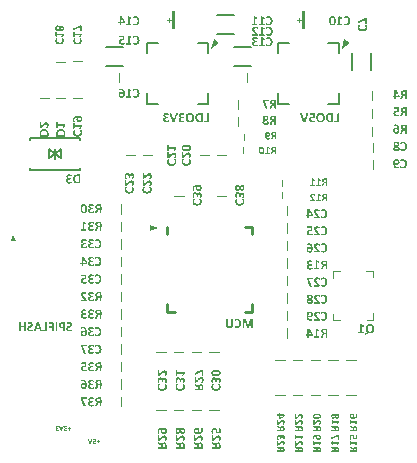
<source format=gbo>
G04 Layer: BottomSilkscreenLayer*
G04 EasyEDA Pro v2.2.28.1, 2024-10-13 15:23:24*
G04 Gerber Generator version 0.3*
G04 Scale: 100 percent, Rotated: No, Reflected: No*
G04 Dimensions in millimeters*
G04 Leading zeros omitted, absolute positions, 3 integers and 5 decimals*
%FSLAX35Y35*%
%MOMM*%
%ADD10C,0.1016*%
%ADD11C,0.15001*%
%ADD12C,0.2*%
%ADD13C,0.1524*%
%ADD14C,0.254*%
G75*


G04 Text Start*
G36*
G01X-3226964Y-2281268D02*
G01X-3231395Y-2281465D01*
G01X-3235532Y-2281367D01*
G01X-3236221Y-2281071D01*
G01X-3236812Y-2280382D01*
G01X-3237206Y-2279495D01*
G01X-3242524Y-2263541D01*
G01X-3242918Y-2262556D01*
G01X-3249615Y-2242465D01*
G01X-3249812Y-2241382D01*
G01X-3249517Y-2240692D01*
G01X-3248926Y-2240397D01*
G01X-3247941Y-2240200D01*
G01X-3245577Y-2240101D01*
G01X-3243607Y-2240200D01*
G01X-3242820Y-2240397D01*
G01X-3242401Y-2240594D01*
G01X-3242130Y-2240988D01*
G01X-3241736Y-2241874D01*
G01X-3241145Y-2243844D01*
G01X-3240850Y-2244730D01*
G01X-3240653Y-2245518D01*
G01X-3239964Y-2247586D01*
G01X-3239176Y-2250147D01*
G01X-3238782Y-2251329D01*
G01X-3238486Y-2252412D01*
G01X-3237895Y-2254185D01*
G01X-3237698Y-2254973D01*
G01X-3237009Y-2257041D01*
G01X-3236714Y-2258124D01*
G01X-3236123Y-2259897D01*
G01X-3235926Y-2260685D01*
G01X-3235236Y-2262753D01*
G01X-3233661Y-2267874D01*
G01X-3233267Y-2269056D01*
G01X-3232971Y-2270139D01*
G01X-3232380Y-2271912D01*
G01X-3232183Y-2272700D01*
G01X-3231888Y-2273094D01*
G01X-3231715Y-2273044D01*
G01X-3231592Y-2272700D01*
G01X-3231395Y-2271912D01*
G01X-3230312Y-2268662D01*
G01X-3230017Y-2267579D01*
G01X-3229130Y-2264920D01*
G01X-3228539Y-2262950D01*
G01X-3227948Y-2261177D01*
G01X-3227358Y-2259208D01*
G01X-3226766Y-2257435D01*
G01X-3226176Y-2255465D01*
G01X-3225585Y-2253692D01*
G01X-3224994Y-2251723D01*
G01X-3224698Y-2250836D01*
G01X-3224502Y-2250048D01*
G01X-3223418Y-2246798D01*
G01X-3223123Y-2245715D01*
G01X-3221645Y-2241283D01*
G01X-3221251Y-2240692D01*
G01X-3220365Y-2240397D01*
G01X-3219380Y-2240200D01*
G01X-3216918Y-2240101D01*
G01X-3214456Y-2240200D01*
G01X-3213766Y-2240397D01*
G01X-3213422Y-2240594D01*
G01X-3213176Y-2240988D01*
G01X-3213077Y-2242170D01*
G01X-3213373Y-2243253D01*
G01X-3216327Y-2252116D01*
G01X-3216918Y-2253692D01*
G01X-3225486Y-2279397D01*
G01X-3225782Y-2280185D01*
G01X-3226176Y-2280776D01*
G01X-3226964Y-2281268D01*
G37*
G36*
G01X-3190820Y-2281958D02*
G01X-3193479Y-2282056D01*
G01X-3196138Y-2281958D01*
G01X-3197713Y-2281760D01*
G01X-3198698Y-2281564D01*
G01X-3199782Y-2281268D01*
G01X-3201554Y-2280677D01*
G01X-3202441Y-2280283D01*
G01X-3203229Y-2279889D01*
G01X-3204016Y-2279397D01*
G01X-3205001Y-2278707D01*
G01X-3206676Y-2277033D01*
G01X-3207267Y-2276245D01*
G01X-3207857Y-2275261D01*
G01X-3208251Y-2274473D01*
G01X-3208645Y-2273586D01*
G01X-3209039Y-2272306D01*
G01X-3209236Y-2271223D01*
G01X-3209335Y-2270533D01*
G01X-3209433Y-2269450D01*
G01X-3209335Y-2268367D01*
G01X-3209138Y-2266988D01*
G01X-3208842Y-2266101D01*
G01X-3208448Y-2265215D01*
G01X-3208055Y-2264526D01*
G01X-3207661Y-2263935D01*
G01X-3207267Y-2263442D01*
G01X-3206282Y-2262458D01*
G01X-3205691Y-2261965D01*
G01X-3205001Y-2261571D01*
G01X-3204214Y-2261079D01*
G01X-3203229Y-2260685D01*
G01X-3202441Y-2260389D01*
G01X-3201751Y-2260192D01*
G01X-3201062Y-2260094D01*
G01X-3200570Y-2259897D01*
G01X-3200496Y-2259774D01*
G01X-3200668Y-2259601D01*
G01X-3201456Y-2259306D01*
G01X-3202145Y-2259010D01*
G01X-3203524Y-2258223D01*
G01X-3204016Y-2257829D01*
G01X-3205001Y-2256844D01*
G01X-3205592Y-2256154D01*
G01X-3206085Y-2255367D01*
G01X-3206479Y-2254579D01*
G01X-3206873Y-2253692D01*
G01X-3207168Y-2252510D01*
G01X-3207365Y-2251427D01*
G01X-3207463Y-2249556D01*
G01X-3207365Y-2247685D01*
G01X-3207168Y-2246897D01*
G01X-3206873Y-2246010D01*
G01X-3206577Y-2245223D01*
G01X-3206183Y-2244435D01*
G01X-3205691Y-2243745D01*
G01X-3204214Y-2242268D01*
G01X-3203524Y-2241776D01*
G01X-3202638Y-2241283D01*
G01X-3201850Y-2240889D01*
G01X-3200964Y-2240495D01*
G01X-3199782Y-2240200D01*
G01X-3198895Y-2240003D01*
G01X-3197911Y-2239806D01*
G01X-3196630Y-2239707D01*
G01X-3195744Y-2239609D01*
G01X-3195054Y-2239510D01*
G01X-3194365Y-2239609D01*
G01X-3191804Y-2239806D01*
G01X-3189835Y-2240200D01*
G01X-3188850Y-2240495D01*
G01X-3187668Y-2240889D01*
G01X-3186683Y-2241283D01*
G01X-3185895Y-2241677D01*
G01X-3185206Y-2242071D01*
G01X-3184418Y-2242563D01*
G01X-3183827Y-2243056D01*
G01X-3183335Y-2243745D01*
G01X-3183039Y-2244730D01*
G01X-3182941Y-2245518D01*
G01X-3182842Y-2246700D01*
G01X-3182941Y-2247882D01*
G01X-3183138Y-2248670D01*
G01X-3183335Y-2249064D01*
G01X-3183729Y-2249260D01*
G01X-3184517Y-2249162D01*
G01X-3185304Y-2248670D01*
G01X-3187865Y-2247389D01*
G01X-3188751Y-2246995D01*
G01X-3189736Y-2246700D01*
G01X-3190623Y-2246503D01*
G01X-3191410Y-2246306D01*
G01X-3193085Y-2246207D01*
G01X-3194562Y-2246306D01*
G01X-3195448Y-2246601D01*
G01X-3196532Y-2247192D01*
G01X-3197221Y-2247882D01*
G01X-3197615Y-2248374D01*
G01X-3198009Y-2249064D01*
G01X-3198304Y-2250245D01*
G01X-3198403Y-2251920D01*
G01X-3198206Y-2253298D01*
G01X-3197812Y-2254185D01*
G01X-3197319Y-2254874D01*
G01X-3196827Y-2255367D01*
G01X-3196138Y-2255957D01*
G01X-3195153Y-2256450D01*
G01X-3194266Y-2256844D01*
G01X-3193479Y-2257041D01*
G01X-3192789Y-2257139D01*
G01X-3190820Y-2257336D01*
G01X-3188554Y-2257435D01*
G01X-3186585Y-2257435D01*
G01X-3186289Y-2257927D01*
G01X-3185895Y-2259306D01*
G01X-3185797Y-2261079D01*
G01X-3185895Y-2262260D01*
G01X-3186191Y-2262851D01*
G01X-3186979Y-2263344D01*
G01X-3190524Y-2263541D01*
G01X-3193774Y-2263639D01*
G01X-3194660Y-2263836D01*
G01X-3195645Y-2264132D01*
G01X-3196532Y-2264526D01*
G01X-3197517Y-2265117D01*
G01X-3198698Y-2266298D01*
G01X-3199092Y-2266889D01*
G01X-3199388Y-2267677D01*
G01X-3199683Y-2268957D01*
G01X-3199782Y-2270435D01*
G01X-3199585Y-2271420D01*
G01X-3199289Y-2272208D01*
G01X-3198994Y-2272798D01*
G01X-3198600Y-2273291D01*
G01X-3197911Y-2273882D01*
G01X-3197123Y-2274374D01*
G01X-3196236Y-2274768D01*
G01X-3195350Y-2275064D01*
G01X-3194365Y-2275261D01*
G01X-3191903Y-2275359D01*
G01X-3189835Y-2275261D01*
G01X-3188850Y-2275064D01*
G01X-3187767Y-2274768D01*
G01X-3186880Y-2274473D01*
G01X-3186092Y-2274177D01*
G01X-3184713Y-2273586D01*
G01X-3183926Y-2273192D01*
G01X-3183138Y-2272897D01*
G01X-3182547Y-2272995D01*
G01X-3182300Y-2273365D01*
G01X-3182153Y-2274079D01*
G01X-3182054Y-2276442D01*
G01X-3182251Y-2278313D01*
G01X-3182645Y-2279101D01*
G01X-3183138Y-2279594D01*
G01X-3184517Y-2280283D01*
G01X-3185403Y-2280677D01*
G01X-3187373Y-2281268D01*
G01X-3188161Y-2281465D01*
G01X-3188850Y-2281564D01*
G01X-3190820Y-2281958D01*
G37*
G36*
G01X-3262221Y-2281958D02*
G01X-3264782Y-2282056D01*
G01X-3267441Y-2281958D01*
G01X-3269017Y-2281760D01*
G01X-3270986Y-2281367D01*
G01X-3271873Y-2281071D01*
G01X-3272956Y-2280677D01*
G01X-3273842Y-2280283D01*
G01X-3274729Y-2279791D01*
G01X-3275714Y-2279200D01*
G01X-3276403Y-2278609D01*
G01X-3277388Y-2277821D01*
G01X-3277880Y-2277329D01*
G01X-3278274Y-2276836D01*
G01X-3278570Y-2276344D01*
G01X-3279062Y-2275654D01*
G01X-3279555Y-2274670D01*
G01X-3279948Y-2273783D01*
G01X-3280244Y-2272897D01*
G01X-3280441Y-2272109D01*
G01X-3280638Y-2270927D01*
G01X-3280736Y-2268859D01*
G01X-3280540Y-2267283D01*
G01X-3280244Y-2266298D01*
G01X-3279948Y-2265412D01*
G01X-3279555Y-2264723D01*
G01X-3279161Y-2264132D01*
G01X-3278767Y-2263639D01*
G01X-3277388Y-2262260D01*
G01X-3276699Y-2261768D01*
G01X-3275320Y-2260980D01*
G01X-3274335Y-2260586D01*
G01X-3273153Y-2260192D01*
G01X-3272168Y-2259897D01*
G01X-3271996Y-2259774D01*
G01X-3272070Y-2259601D01*
G01X-3272759Y-2259306D01*
G01X-3273547Y-2259010D01*
G01X-3274335Y-2258617D01*
G01X-3275024Y-2258124D01*
G01X-3276206Y-2257139D01*
G01X-3276797Y-2256351D01*
G01X-3277486Y-2255367D01*
G01X-3277979Y-2254382D01*
G01X-3278373Y-2253298D01*
G01X-3278668Y-2251821D01*
G01X-3278865Y-2250245D01*
G01X-3278964Y-2249162D01*
G01X-3278865Y-2248473D01*
G01X-3278668Y-2247389D01*
G01X-3278373Y-2246207D01*
G01X-3277979Y-2245321D01*
G01X-3277585Y-2244533D01*
G01X-3277191Y-2243942D01*
G01X-3276600Y-2243154D01*
G01X-3275714Y-2242367D01*
G01X-3275024Y-2241874D01*
G01X-3274433Y-2241480D01*
G01X-3273744Y-2241086D01*
G01X-3273055Y-2240791D01*
G01X-3272267Y-2240495D01*
G01X-3271282Y-2240200D01*
G01X-3270396Y-2240003D01*
G01X-3269214Y-2239806D01*
G01X-3267835Y-2239707D01*
G01X-3267047Y-2239609D01*
G01X-3266357Y-2239510D01*
G01X-3265668Y-2239609D01*
G01X-3263305Y-2239806D01*
G01X-3261926Y-2240003D01*
G01X-3260941Y-2240298D01*
G01X-3259660Y-2240692D01*
G01X-3258577Y-2241086D01*
G01X-3257592Y-2241480D01*
G01X-3256805Y-2241874D01*
G01X-3256017Y-2242367D01*
G01X-3255327Y-2242957D01*
G01X-3254933Y-2243450D01*
G01X-3254539Y-2244238D01*
G01X-3254342Y-2246700D01*
G01X-3254441Y-2248202D01*
G01X-3254736Y-2248965D01*
G01X-3255130Y-2249236D01*
G01X-3255524Y-2249260D01*
G01X-3256214Y-2248965D01*
G01X-3257592Y-2248177D01*
G01X-3259168Y-2247389D01*
G01X-3259858Y-2247094D01*
G01X-3260645Y-2246798D01*
G01X-3261729Y-2246503D01*
G01X-3262714Y-2246306D01*
G01X-3264289Y-2246207D01*
G01X-3265865Y-2246306D01*
G01X-3266751Y-2246601D01*
G01X-3267736Y-2247094D01*
G01X-3268426Y-2247586D01*
G01X-3268820Y-2248079D01*
G01X-3269509Y-2249458D01*
G01X-3269804Y-2250836D01*
G01X-3269804Y-2252412D01*
G01X-3269509Y-2253495D01*
G01X-3269115Y-2254283D01*
G01X-3268524Y-2255169D01*
G01X-3267638Y-2255859D01*
G01X-3266949Y-2256253D01*
G01X-3266161Y-2256647D01*
G01X-3264880Y-2257041D01*
G01X-3263403Y-2257238D01*
G01X-3262320Y-2257336D01*
G01X-3259956Y-2257435D01*
G01X-3258356Y-2257533D01*
G01X-3257691Y-2257829D01*
G01X-3257395Y-2258715D01*
G01X-3257297Y-2260882D01*
G01X-3257395Y-2262236D01*
G01X-3257691Y-2262950D01*
G01X-3258208Y-2263270D01*
G01X-3258971Y-2263442D01*
G01X-3262320Y-2263541D01*
G01X-3265077Y-2263639D01*
G01X-3265964Y-2263836D01*
G01X-3266949Y-2264132D01*
G01X-3267736Y-2264427D01*
G01X-3268327Y-2264723D01*
G01X-3268918Y-2265117D01*
G01X-3269509Y-2265609D01*
G01X-3269903Y-2266101D01*
G01X-3270396Y-2266791D01*
G01X-3270789Y-2267776D01*
G01X-3270986Y-2268563D01*
G01X-3271085Y-2270041D01*
G01X-3270986Y-2271518D01*
G01X-3270691Y-2272208D01*
G01X-3270100Y-2273094D01*
G01X-3269411Y-2273783D01*
G01X-3268820Y-2274177D01*
G01X-3268032Y-2274571D01*
G01X-3267145Y-2274965D01*
G01X-3266357Y-2275162D01*
G01X-3265668Y-2275261D01*
G01X-3263403Y-2275359D01*
G01X-3261138Y-2275261D01*
G01X-3259365Y-2274867D01*
G01X-3258479Y-2274571D01*
G01X-3256509Y-2273783D01*
G01X-3255623Y-2273389D01*
G01X-3254835Y-2272995D01*
G01X-3254047Y-2272897D01*
G01X-3253801Y-2273118D01*
G01X-3253653Y-2273586D01*
G01X-3253456Y-2274473D01*
G01X-3253357Y-2276147D01*
G01X-3253456Y-2277821D01*
G01X-3253751Y-2278609D01*
G01X-3254244Y-2279298D01*
G01X-3254933Y-2279791D01*
G01X-3255918Y-2280283D01*
G01X-3256903Y-2280677D01*
G01X-3257789Y-2280973D01*
G01X-3258577Y-2281170D01*
G01X-3259562Y-2281465D01*
G01X-3261138Y-2281760D01*
G01X-3262221Y-2281958D01*
G37*
G36*
G01X-3161077Y-2278215D02*
G01X-3163047Y-2278313D01*
G01X-3165017Y-2278215D01*
G01X-3165706Y-2277919D01*
G01X-3166026Y-2277649D01*
G01X-3166198Y-2277230D01*
G01X-3166297Y-2271518D01*
G01X-3166297Y-2266298D01*
G01X-3171320Y-2266298D01*
G01X-3175210Y-2266200D01*
G01X-3176835Y-2265905D01*
G01X-3177229Y-2265387D01*
G01X-3177426Y-2264624D01*
G01X-3177524Y-2262556D01*
G01X-3177327Y-2260980D01*
G01X-3176933Y-2260389D01*
G01X-3176244Y-2260094D01*
G01X-3171024Y-2259995D01*
G01X-3166297Y-2259995D01*
G01X-3166297Y-2254382D01*
G01X-3166223Y-2250122D01*
G01X-3166001Y-2248571D01*
G01X-3165312Y-2248177D01*
G01X-3164229Y-2247980D01*
G01X-3163244Y-2247882D01*
G01X-3162259Y-2247882D01*
G01X-3160979Y-2248079D01*
G01X-3160462Y-2248276D01*
G01X-3160092Y-2248670D01*
G01X-3159871Y-2250393D01*
G01X-3159797Y-2254579D01*
G01X-3159797Y-2259995D01*
G01X-3154675Y-2259995D01*
G01X-3150761Y-2260094D01*
G01X-3149259Y-2260389D01*
G01X-3148766Y-2261472D01*
G01X-3148570Y-2263344D01*
G01X-3148668Y-2264821D01*
G01X-3148963Y-2265511D01*
G01X-3149653Y-2266101D01*
G01X-3154971Y-2266298D01*
G01X-3159797Y-2266298D01*
G01X-3159797Y-2277526D01*
G01X-3160289Y-2277821D01*
G01X-3161077Y-2278215D01*
G37*
G36*
G01X-2983964Y-2390268D02*
G01X-2988396Y-2390465D01*
G01X-2992532Y-2390366D01*
G01X-2993222Y-2390071D01*
G01X-2993813Y-2389382D01*
G01X-2994207Y-2388495D01*
G01X-2999525Y-2372541D01*
G01X-2999919Y-2371556D01*
G01X-3006616Y-2351465D01*
G01X-3006813Y-2350381D01*
G01X-3006517Y-2349692D01*
G01X-3005926Y-2349397D01*
G01X-3004941Y-2349200D01*
G01X-3002578Y-2349101D01*
G01X-3000608Y-2349200D01*
G01X-2999820Y-2349397D01*
G01X-2999402Y-2349593D01*
G01X-2999131Y-2349987D01*
G01X-2998737Y-2350874D01*
G01X-2998146Y-2352844D01*
G01X-2997850Y-2353730D01*
G01X-2997653Y-2354518D01*
G01X-2996964Y-2356586D01*
G01X-2996176Y-2359147D01*
G01X-2995782Y-2360329D01*
G01X-2995487Y-2361412D01*
G01X-2994896Y-2363185D01*
G01X-2994699Y-2363972D01*
G01X-2994010Y-2366040D01*
G01X-2993714Y-2367124D01*
G01X-2993123Y-2368897D01*
G01X-2992926Y-2369685D01*
G01X-2992237Y-2371753D01*
G01X-2990661Y-2376874D01*
G01X-2990267Y-2378056D01*
G01X-2989972Y-2379139D01*
G01X-2989381Y-2380912D01*
G01X-2989184Y-2381700D01*
G01X-2988888Y-2382094D01*
G01X-2988716Y-2382044D01*
G01X-2988593Y-2381700D01*
G01X-2988396Y-2380912D01*
G01X-2987313Y-2377662D01*
G01X-2987017Y-2376578D01*
G01X-2986131Y-2373919D01*
G01X-2985540Y-2371950D01*
G01X-2984949Y-2370177D01*
G01X-2984358Y-2368207D01*
G01X-2983767Y-2366434D01*
G01X-2983176Y-2364465D01*
G01X-2982585Y-2362692D01*
G01X-2981994Y-2360722D01*
G01X-2981699Y-2359836D01*
G01X-2981502Y-2359048D01*
G01X-2980418Y-2355798D01*
G01X-2980123Y-2354715D01*
G01X-2978646Y-2350283D01*
G01X-2978252Y-2349692D01*
G01X-2977366Y-2349397D01*
G01X-2976381Y-2349200D01*
G01X-2973919Y-2349101D01*
G01X-2971456Y-2349200D01*
G01X-2970767Y-2349397D01*
G01X-2970422Y-2349593D01*
G01X-2970176Y-2349987D01*
G01X-2970078Y-2351169D01*
G01X-2970373Y-2352253D01*
G01X-2973328Y-2361116D01*
G01X-2973919Y-2362692D01*
G01X-2982487Y-2388397D01*
G01X-2982782Y-2389184D01*
G01X-2983176Y-2389776D01*
G01X-2983964Y-2390268D01*
G37*
G36*
G01X-2947229Y-2390957D02*
G01X-2950085Y-2391056D01*
G01X-2952744Y-2390957D01*
G01X-2954123Y-2390760D01*
G01X-2955108Y-2390563D01*
G01X-2956191Y-2390268D01*
G01X-2957964Y-2389677D01*
G01X-2958850Y-2389283D01*
G01X-2959737Y-2388790D01*
G01X-2960525Y-2388298D01*
G01X-2961115Y-2387904D01*
G01X-2961608Y-2387510D01*
G01X-2963085Y-2386033D01*
G01X-2963578Y-2385344D01*
G01X-2964169Y-2384457D01*
G01X-2964661Y-2383669D01*
G01X-2965055Y-2382783D01*
G01X-2965449Y-2381798D01*
G01X-2965744Y-2380715D01*
G01X-2965941Y-2379730D01*
G01X-2966138Y-2378351D01*
G01X-2966237Y-2376776D01*
G01X-2966138Y-2375200D01*
G01X-2965941Y-2373821D01*
G01X-2965252Y-2371753D01*
G01X-2964759Y-2370768D01*
G01X-2964267Y-2369980D01*
G01X-2963775Y-2369389D01*
G01X-2962297Y-2367912D01*
G01X-2961805Y-2367518D01*
G01X-2961214Y-2367222D01*
G01X-2960525Y-2366828D01*
G01X-2958752Y-2366040D01*
G01X-2957668Y-2365745D01*
G01X-2955699Y-2365351D01*
G01X-2954123Y-2365154D01*
G01X-2951169Y-2365056D01*
G01X-2948805Y-2365154D01*
G01X-2948214Y-2365154D01*
G01X-2947992Y-2363997D01*
G01X-2947918Y-2360722D01*
G01X-2947918Y-2356389D01*
G01X-2955305Y-2356389D01*
G01X-2960919Y-2356315D01*
G01X-2962987Y-2356094D01*
G01X-2963479Y-2355109D01*
G01X-2963676Y-2352647D01*
G01X-2963578Y-2350578D01*
G01X-2963282Y-2349889D01*
G01X-2962962Y-2349569D01*
G01X-2962396Y-2349397D01*
G01X-2952055Y-2349298D01*
G01X-2944693Y-2349372D01*
G01X-2941911Y-2349593D01*
G01X-2941492Y-2349963D01*
G01X-2941221Y-2350480D01*
G01X-2941025Y-2360919D01*
G01X-2941099Y-2368380D01*
G01X-2941320Y-2371063D01*
G01X-2942108Y-2371556D01*
G01X-2942896Y-2371654D01*
G01X-2945653Y-2371457D01*
G01X-2948706Y-2371359D01*
G01X-2951759Y-2371457D01*
G01X-2952646Y-2371654D01*
G01X-2953631Y-2371950D01*
G01X-2954517Y-2372343D01*
G01X-2955206Y-2372737D01*
G01X-2955699Y-2373131D01*
G01X-2956093Y-2373624D01*
G01X-2956388Y-2374116D01*
G01X-2956782Y-2374806D01*
G01X-2957176Y-2375988D01*
G01X-2957373Y-2377957D01*
G01X-2957275Y-2379533D01*
G01X-2956979Y-2380419D01*
G01X-2956585Y-2381306D01*
G01X-2956191Y-2381897D01*
G01X-2955699Y-2382389D01*
G01X-2955206Y-2382783D01*
G01X-2954517Y-2383275D01*
G01X-2953434Y-2383768D01*
G01X-2952350Y-2384063D01*
G01X-2951365Y-2384260D01*
G01X-2948706Y-2384359D01*
G01X-2946244Y-2384260D01*
G01X-2944472Y-2383866D01*
G01X-2943684Y-2383571D01*
G01X-2941714Y-2382783D01*
G01X-2940926Y-2382389D01*
G01X-2940237Y-2382291D01*
G01X-2939892Y-2382512D01*
G01X-2939646Y-2382980D01*
G01X-2939449Y-2384063D01*
G01X-2939350Y-2384851D01*
G01X-2939252Y-2385836D01*
G01X-2939350Y-2386821D01*
G01X-2939449Y-2387510D01*
G01X-2939744Y-2388397D01*
G01X-2940434Y-2389086D01*
G01X-2941320Y-2389480D01*
G01X-2942403Y-2389874D01*
G01X-2943684Y-2390268D01*
G01X-2945062Y-2390563D01*
G01X-2946244Y-2390760D01*
G01X-2947229Y-2390957D01*
G37*
G36*
G01X-2918077Y-2387215D02*
G01X-2920047Y-2387313D01*
G01X-2922017Y-2387215D01*
G01X-2922706Y-2386919D01*
G01X-2923026Y-2386649D01*
G01X-2923199Y-2386230D01*
G01X-2923297Y-2380518D01*
G01X-2923297Y-2375298D01*
G01X-2928320Y-2375298D01*
G01X-2932210Y-2375200D01*
G01X-2933835Y-2374904D01*
G01X-2934229Y-2374387D01*
G01X-2934426Y-2373624D01*
G01X-2934524Y-2371556D01*
G01X-2934328Y-2369980D01*
G01X-2933934Y-2369389D01*
G01X-2933244Y-2369094D01*
G01X-2928025Y-2368995D01*
G01X-2923297Y-2368995D01*
G01X-2923297Y-2363381D01*
G01X-2923224Y-2359122D01*
G01X-2923002Y-2357571D01*
G01X-2922312Y-2357177D01*
G01X-2921229Y-2356980D01*
G01X-2920244Y-2356881D01*
G01X-2919259Y-2356881D01*
G01X-2917979Y-2357078D01*
G01X-2917462Y-2357275D01*
G01X-2917093Y-2357669D01*
G01X-2916871Y-2359393D01*
G01X-2916797Y-2363578D01*
G01X-2916797Y-2368995D01*
G01X-2911676Y-2368995D01*
G01X-2907761Y-2369094D01*
G01X-2906259Y-2369389D01*
G01X-2905767Y-2370472D01*
G01X-2905570Y-2372343D01*
G01X-2905669Y-2373821D01*
G01X-2905964Y-2374510D01*
G01X-2906653Y-2375101D01*
G01X-2911972Y-2375298D01*
G01X-2916797Y-2375298D01*
G01X-2916797Y-2386525D01*
G01X-2917290Y-2386821D01*
G01X-2918077Y-2387215D01*
G37*
G36*
G01X-3157085Y-186181D02*
G01X-3158539Y-186545D01*
G01X-3163812Y-186727D01*
G01X-3168721Y-186545D01*
G01X-3171630Y-186181D01*
G01X-3174903Y-185454D01*
G01X-3176539Y-184909D01*
G01X-3178539Y-184181D01*
G01X-3180358Y-183454D01*
G01X-3181994Y-182545D01*
G01X-3183630Y-181454D01*
G01X-3185449Y-180182D01*
G01X-3187630Y-178000D01*
G01X-3188539Y-176909D01*
G01X-3189994Y-174727D01*
G01X-3190721Y-173454D01*
G01X-3191267Y-172181D01*
G01X-3191812Y-170727D01*
G01X-3192358Y-168727D01*
G01X-3192721Y-166909D01*
G01X-3192903Y-163090D01*
G01X-3192539Y-159090D01*
G01X-3191994Y-157454D01*
G01X-3191449Y-155999D01*
G01X-3190721Y-154545D01*
G01X-3189812Y-153272D01*
G01X-3188903Y-152181D01*
G01X-3187630Y-150909D01*
G01X-3186358Y-149818D01*
G01X-3185449Y-149090D01*
G01X-3182903Y-147818D01*
G01X-3181267Y-147090D01*
G01X-3179449Y-146545D01*
G01X-3177812Y-146181D01*
G01X-3176903Y-145818D01*
G01X-3176903Y-145272D01*
G01X-3178176Y-144727D01*
G01X-3179630Y-144181D01*
G01X-3181085Y-143454D01*
G01X-3182358Y-142545D01*
G01X-3184176Y-141090D01*
G01X-3185085Y-140181D01*
G01X-3185994Y-139090D01*
G01X-3187449Y-136545D01*
G01X-3188176Y-134909D01*
G01X-3188903Y-132727D01*
G01X-3189267Y-130727D01*
G01X-3189449Y-129454D01*
G01X-3189630Y-126727D01*
G01X-3189449Y-123999D01*
G01X-3189085Y-122181D01*
G01X-3188539Y-120363D01*
G01X-3187449Y-117818D01*
G01X-3186539Y-116363D01*
G01X-3185449Y-115090D01*
G01X-3184539Y-114181D01*
G01X-3183267Y-113090D01*
G01X-3181630Y-112000D01*
G01X-3179994Y-111090D01*
G01X-3178358Y-110363D01*
G01X-3176721Y-109818D01*
G01X-3173812Y-109090D01*
G01X-3171994Y-108727D01*
G01X-3169812Y-108545D01*
G01X-3167994Y-108363D01*
G01X-3166539Y-108181D01*
G01X-3165085Y-108363D01*
G01X-3160721Y-108727D01*
G01X-3156721Y-109454D01*
G01X-3152903Y-110727D01*
G01X-3151085Y-111454D01*
G01X-3149630Y-112181D01*
G01X-3148357Y-112909D01*
G01X-3146903Y-113818D01*
G01X-3145630Y-114909D01*
G01X-3144903Y-116000D01*
G01X-3144357Y-118181D01*
G01X-3144176Y-122000D01*
G01X-3144357Y-124727D01*
G01X-3144903Y-125818D01*
G01X-3145448Y-126181D01*
G01X-3146357Y-126181D01*
G01X-3147812Y-125636D01*
G01X-3151630Y-123454D01*
G01X-3153448Y-122727D01*
G01X-3155085Y-122000D01*
G01X-3157085Y-121272D01*
G01X-3159630Y-120727D01*
G01X-3163085Y-120545D01*
G01X-3165994Y-120909D01*
G01X-3167448Y-121454D01*
G01X-3168721Y-122000D01*
G01X-3169812Y-122727D01*
G01X-3170721Y-123636D01*
G01X-3171448Y-124727D01*
G01X-3172176Y-126181D01*
G01X-3172721Y-128363D01*
G01X-3172903Y-131090D01*
G01X-3172539Y-133272D01*
G01X-3171994Y-134727D01*
G01X-3171448Y-135818D01*
G01X-3170721Y-136727D01*
G01X-3169812Y-137636D01*
G01X-3168539Y-138545D01*
G01X-3166903Y-139454D01*
G01X-3165085Y-140181D01*
G01X-3162539Y-140727D01*
G01X-3160176Y-140909D01*
G01X-3158903Y-141090D01*
G01X-3154721Y-141272D01*
G01X-3151858Y-141454D01*
G01X-3150539Y-141999D01*
G01X-3149812Y-143999D01*
G01X-3149630Y-147636D01*
G01X-3149812Y-150545D01*
G01X-3150357Y-151636D01*
G01X-3151448Y-152181D01*
G01X-3152721Y-152363D01*
G01X-3163994Y-152727D01*
G01X-3165630Y-153090D01*
G01X-3167448Y-153636D01*
G01X-3168903Y-154181D01*
G01X-3170358Y-154909D01*
G01X-3171630Y-155818D01*
G01X-3172539Y-156727D01*
G01X-3173267Y-157636D01*
G01X-3173994Y-158909D01*
G01X-3174721Y-160545D01*
G01X-3175085Y-162181D01*
G01X-3175267Y-163636D01*
G01X-3175267Y-165454D01*
G01X-3174721Y-167818D01*
G01X-3173630Y-169818D01*
G01X-3172358Y-171091D01*
G01X-3171448Y-171818D01*
G01X-3170176Y-172727D01*
G01X-3168358Y-173454D01*
G01X-3165448Y-174181D01*
G01X-3160903Y-174363D01*
G01X-3156721Y-174181D01*
G01X-3155085Y-173818D01*
G01X-3153266Y-173272D01*
G01X-3149994Y-172181D01*
G01X-3148357Y-171454D01*
G01X-3145448Y-170000D01*
G01X-3143994Y-169818D01*
G01X-3143085Y-170909D01*
G01X-3142539Y-173454D01*
G01X-3142357Y-176181D01*
G01X-3142539Y-177818D01*
G01X-3142903Y-179454D01*
G01X-3143812Y-181454D01*
G01X-3145267Y-182545D01*
G01X-3146539Y-183091D01*
G01X-3147994Y-183818D01*
G01X-3149994Y-184545D01*
G01X-3152357Y-185272D01*
G01X-3155085Y-185818D01*
G01X-3157085Y-186181D01*
G37*
G36*
G01X-3075994Y-185136D02*
G01X-3086176Y-185272D01*
G01X-3099994Y-185091D01*
G01X-3103267Y-184727D01*
G01X-3107267Y-184000D01*
G01X-3109085Y-183454D01*
G01X-3111448Y-182727D01*
G01X-3113448Y-182000D01*
G01X-3114903Y-181272D01*
G01X-3116176Y-180727D01*
G01X-3117267Y-180182D01*
G01X-3118539Y-179272D01*
G01X-3119994Y-178363D01*
G01X-3120903Y-177454D01*
G01X-3122721Y-176000D01*
G01X-3123630Y-175091D01*
G01X-3124721Y-173818D01*
G01X-3125630Y-172545D01*
G01X-3126357Y-171636D01*
G01X-3127085Y-170545D01*
G01X-3128539Y-168000D01*
G01X-3129994Y-164727D01*
G01X-3130539Y-163272D01*
G01X-3130903Y-161818D01*
G01X-3131448Y-160000D01*
G01X-3131994Y-157272D01*
G01X-3132357Y-155272D01*
G01X-3132721Y-151999D01*
G01X-3132852Y-147818D01*
G01X-3117267Y-147818D01*
G01X-3117085Y-150181D01*
G01X-3116721Y-154545D01*
G01X-3115994Y-158181D01*
G01X-3115448Y-159818D01*
G01X-3114721Y-161454D01*
G01X-3114176Y-162727D01*
G01X-3113630Y-163818D01*
G01X-3112721Y-165090D01*
G01X-3111630Y-166363D01*
G01X-3108903Y-169091D01*
G01X-3107812Y-169818D01*
G01X-3105267Y-171091D01*
G01X-3103448Y-171818D01*
G01X-3101448Y-172363D01*
G01X-3099630Y-172727D01*
G01X-3097085Y-173091D01*
G01X-3097085Y-173091D01*
G01X-3091085Y-173272D01*
G01X-3085448Y-173091D01*
G01X-3085267Y-147272D01*
G01X-3085267Y-121636D01*
G01X-3091085Y-121636D01*
G01X-3097448Y-121818D01*
G01X-3100358Y-122181D01*
G01X-3102176Y-122727D01*
G01X-3104539Y-123454D01*
G01X-3106176Y-124181D01*
G01X-3107630Y-125090D01*
G01X-3108903Y-125999D01*
G01X-3109812Y-126727D01*
G01X-3110721Y-127636D01*
G01X-3112176Y-129454D01*
G01X-3113085Y-130727D01*
G01X-3113994Y-132363D01*
G01X-3114721Y-133818D01*
G01X-3115267Y-135272D01*
G01X-3115812Y-136909D01*
G01X-3116176Y-138363D01*
G01X-3116357Y-139636D01*
G01X-3116721Y-141454D01*
G01X-3116903Y-143818D01*
G01X-3117085Y-145454D01*
G01X-3117267Y-147818D01*
G01X-3132852Y-147818D01*
G01X-3132903Y-146181D01*
G01X-3132721Y-140363D01*
G01X-3132357Y-137454D01*
G01X-3131994Y-135636D01*
G01X-3131448Y-133636D01*
G01X-3130903Y-131818D01*
G01X-3130357Y-130181D01*
G01X-3129267Y-127636D01*
G01X-3128539Y-126181D01*
G01X-3127812Y-124909D01*
G01X-3126903Y-123636D01*
G01X-3125630Y-121818D01*
G01X-3121630Y-117818D01*
G01X-3120539Y-116909D01*
G01X-3119085Y-116000D01*
G01X-3117448Y-114909D01*
G01X-3114176Y-113272D01*
G01X-3111267Y-112181D01*
G01X-3109448Y-111636D01*
G01X-3107630Y-111272D01*
G01X-3106176Y-110909D01*
G01X-3104358Y-110545D01*
G01X-3101812Y-110181D01*
G01X-3099448Y-110000D01*
G01X-3098176Y-109818D01*
G01X-3085630Y-109636D01*
G01X-3072903Y-110000D01*
G01X-3071630Y-110727D01*
G01X-3070721Y-112000D01*
G01X-3070176Y-114181D01*
G01X-3069994Y-148545D01*
G01X-3070176Y-182181D01*
G01X-3070721Y-183454D01*
G01X-3071994Y-184727D01*
G01X-3075994Y-185136D01*
G37*
G36*
G01X-1473725Y1151634D02*
G01X-1476997Y1151452D01*
G01X-1480270Y1151634D01*
G01X-1483543Y1151998D01*
G01X-1487543Y1152725D01*
G01X-1491361Y1153998D01*
G01X-1492997Y1154725D01*
G01X-1494452Y1155452D01*
G01X-1496088Y1156361D01*
G01X-1497361Y1157270D01*
G01X-1498452Y1158543D01*
G01X-1499179Y1160725D01*
G01X-1499361Y1165270D01*
G01X-1499179Y1169089D01*
G01X-1498634Y1169998D01*
G01X-1497724Y1170543D01*
G01X-1496270Y1170180D01*
G01X-1494452Y1169089D01*
G01X-1492815Y1168180D01*
G01X-1491543Y1167452D01*
G01X-1488997Y1166361D01*
G01X-1487543Y1165816D01*
G01X-1484634Y1165089D01*
G01X-1482452Y1164725D01*
G01X-1478815Y1164543D01*
G01X-1475906Y1164725D01*
G01X-1474270Y1165089D01*
G01X-1472452Y1165634D01*
G01X-1470815Y1166361D01*
G01X-1469179Y1167270D01*
G01X-1467906Y1168180D01*
G01X-1466088Y1169998D01*
G01X-1464997Y1171270D01*
G01X-1464088Y1172725D01*
G01X-1463361Y1173998D01*
G01X-1461906Y1177270D01*
G01X-1461361Y1179270D01*
G01X-1460997Y1181089D01*
G01X-1460634Y1183270D01*
G01X-1460270Y1186180D01*
G01X-1460088Y1191271D01*
G01X-1460270Y1195634D01*
G01X-1460634Y1198543D01*
G01X-1460997Y1200361D01*
G01X-1461543Y1202362D01*
G01X-1462088Y1203998D01*
G01X-1462634Y1205452D01*
G01X-1463724Y1207634D01*
G01X-1464452Y1208907D01*
G01X-1465179Y1209998D01*
G01X-1465906Y1210907D01*
G01X-1467725Y1212725D01*
G01X-1468815Y1213634D01*
G01X-1470088Y1214362D01*
G01X-1471543Y1215089D01*
G01X-1473179Y1215816D01*
G01X-1475179Y1216362D01*
G01X-1477361Y1216725D01*
G01X-1480088Y1216907D01*
G01X-1482452Y1216725D01*
G01X-1484997Y1216362D01*
G01X-1486452Y1215816D01*
G01X-1488452Y1215089D01*
G01X-1490088Y1214362D01*
G01X-1491361Y1213634D01*
G01X-1492815Y1212725D01*
G01X-1494452Y1211634D01*
G01X-1495906Y1210725D01*
G01X-1497179Y1210362D01*
G01X-1497815Y1210543D01*
G01X-1498270Y1211089D01*
G01X-1498815Y1212725D01*
G01X-1499179Y1214907D01*
G01X-1499361Y1217634D01*
G01X-1499179Y1219634D01*
G01X-1498815Y1221271D01*
G01X-1497906Y1223271D01*
G01X-1496270Y1224725D01*
G01X-1494452Y1225816D01*
G01X-1492634Y1226725D01*
G01X-1490815Y1227452D01*
G01X-1488634Y1228180D01*
G01X-1486270Y1228725D01*
G01X-1484634Y1229089D01*
G01X-1482088Y1229452D01*
G01X-1477725Y1229634D01*
G01X-1473361Y1229452D01*
G01X-1470815Y1229089D01*
G01X-1469179Y1228725D01*
G01X-1467361Y1228180D01*
G01X-1465724Y1227634D01*
G01X-1464270Y1227089D01*
G01X-1460997Y1225452D01*
G01X-1459179Y1224362D01*
G01X-1457361Y1223089D01*
G01X-1455543Y1221634D01*
G01X-1453361Y1219452D01*
G01X-1451179Y1216725D01*
G01X-1450452Y1215452D01*
G01X-1449361Y1213816D01*
G01X-1447724Y1210543D01*
G01X-1447179Y1209271D01*
G01X-1446633Y1207816D01*
G01X-1445906Y1205816D01*
G01X-1445179Y1203271D01*
G01X-1444633Y1200725D01*
G01X-1444270Y1198543D01*
G01X-1443906Y1195998D01*
G01X-1443724Y1192907D01*
G01X-1443361Y1188907D01*
G01X-1443542Y1186907D01*
G01X-1443906Y1181816D01*
G01X-1444270Y1178907D01*
G01X-1444633Y1177089D01*
G01X-1445179Y1175089D01*
G01X-1445724Y1173270D01*
G01X-1446270Y1171634D01*
G01X-1447906Y1167816D01*
G01X-1448633Y1166361D01*
G01X-1449724Y1164725D01*
G01X-1450997Y1162907D01*
G01X-1452452Y1161089D01*
G01X-1453724Y1159816D01*
G01X-1455543Y1158361D01*
G01X-1456815Y1157452D01*
G01X-1458452Y1156361D01*
G01X-1460088Y1155452D01*
G01X-1461724Y1154725D01*
G01X-1463179Y1153998D01*
G01X-1464815Y1153452D01*
G01X-1466634Y1152907D01*
G01X-1468088Y1152543D01*
G01X-1469361Y1152361D01*
G01X-1473725Y1151634D01*
G37*
G36*
G01X-1573179Y1153452D02*
G01X-1578861Y1153043D01*
G01X-1595179Y1152907D01*
G01X-1611497Y1153043D01*
G01X-1617179Y1153452D01*
G01X-1617906Y1154725D01*
G01X-1618270Y1158907D01*
G01X-1618133Y1161725D01*
G01X-1617724Y1163270D01*
G01X-1616997Y1163998D01*
G01X-1615906Y1164361D01*
G01X-1609179Y1164543D01*
G01X-1603725Y1164543D01*
G01X-1603725Y1196180D01*
G01X-1603543Y1219998D01*
G01X-1602997Y1228180D01*
G01X-1601361Y1228725D01*
G01X-1595906Y1228907D01*
G01X-1590815Y1228543D01*
G01X-1589543Y1227816D01*
G01X-1588088Y1226907D01*
G01X-1584815Y1224725D01*
G01X-1581906Y1222907D01*
G01X-1578634Y1220725D01*
G01X-1575724Y1218907D01*
G01X-1574088Y1217816D01*
G01X-1572633Y1216362D01*
G01X-1572088Y1214725D01*
G01X-1571906Y1213452D01*
G01X-1571724Y1211452D01*
G01X-1571906Y1209452D01*
G01X-1572088Y1208180D01*
G01X-1572815Y1206907D01*
G01X-1573679Y1206589D01*
G01X-1574815Y1206725D01*
G01X-1576634Y1207452D01*
G01X-1578088Y1208362D01*
G01X-1579906Y1209271D01*
G01X-1582452Y1210725D01*
G01X-1585724Y1212543D01*
G01X-1587179Y1213271D01*
G01X-1588088Y1213452D01*
G01X-1588452Y1188907D01*
G01X-1588452Y1164543D01*
G01X-1573543Y1164543D01*
G01X-1572997Y1163634D01*
G01X-1572270Y1161089D01*
G01X-1572088Y1157452D01*
G01X-1572452Y1154725D01*
G01X-1573179Y1153452D01*
G37*
G36*
G01X-1512270Y1153270D02*
G01X-1534270Y1152907D01*
G01X-1556088Y1152907D01*
G01X-1556633Y1153816D01*
G01X-1557361Y1155998D01*
G01X-1557542Y1159634D01*
G01X-1557179Y1162725D01*
G01X-1556452Y1163816D01*
G01X-1555179Y1164361D01*
G01X-1548633Y1164543D01*
G01X-1542997Y1164543D01*
G01X-1542997Y1195998D01*
G01X-1542861Y1219725D01*
G01X-1542452Y1227998D01*
G01X-1540633Y1228725D01*
G01X-1534997Y1228907D01*
G01X-1531497Y1228770D01*
G01X-1529724Y1228362D01*
G01X-1527906Y1227271D01*
G01X-1524997Y1225452D01*
G01X-1521724Y1223271D01*
G01X-1518815Y1221452D01*
G01X-1515543Y1219271D01*
G01X-1514088Y1218362D01*
G01X-1512997Y1217634D01*
G01X-1511906Y1216362D01*
G01X-1511179Y1213816D01*
G01X-1510997Y1210543D01*
G01X-1511179Y1208362D01*
G01X-1511724Y1207271D01*
G01X-1512633Y1206543D01*
G01X-1513906Y1206725D01*
G01X-1515361Y1207271D01*
G01X-1516452Y1207816D01*
G01X-1517724Y1208543D01*
G01X-1525906Y1213089D01*
G01X-1527179Y1213816D01*
G01X-1527588Y1207771D01*
G01X-1527724Y1189270D01*
G01X-1527724Y1164543D01*
G01X-1512815Y1164543D01*
G01X-1512270Y1163634D01*
G01X-1511543Y1161452D01*
G01X-1511361Y1157634D01*
G01X-1511724Y1154361D01*
G01X-1512270Y1153270D01*
G37*
G36*
G01X-721671Y1130935D02*
G01X-721853Y1134208D01*
G01X-721671Y1137480D01*
G01X-721308Y1140753D01*
G01X-720580Y1144753D01*
G01X-719308Y1148571D01*
G01X-718580Y1150208D01*
G01X-717853Y1151662D01*
G01X-716944Y1153298D01*
G01X-716035Y1154571D01*
G01X-714762Y1155662D01*
G01X-712580Y1156389D01*
G01X-708035Y1156571D01*
G01X-704217Y1156389D01*
G01X-703307Y1155844D01*
G01X-702762Y1154935D01*
G01X-703126Y1153480D01*
G01X-704217Y1151662D01*
G01X-705126Y1150026D01*
G01X-705853Y1148753D01*
G01X-706944Y1146208D01*
G01X-707489Y1144753D01*
G01X-708217Y1141844D01*
G01X-708580Y1139662D01*
G01X-708762Y1136026D01*
G01X-708580Y1133117D01*
G01X-708217Y1131480D01*
G01X-707671Y1129662D01*
G01X-706944Y1128026D01*
G01X-706035Y1126389D01*
G01X-705126Y1125117D01*
G01X-703307Y1123298D01*
G01X-702035Y1122208D01*
G01X-700580Y1121298D01*
G01X-699307Y1120571D01*
G01X-696035Y1119117D01*
G01X-694035Y1118571D01*
G01X-692217Y1118208D01*
G01X-690035Y1117844D01*
G01X-687126Y1117480D01*
G01X-682035Y1117299D01*
G01X-677671Y1117480D01*
G01X-674762Y1117844D01*
G01X-672944Y1118208D01*
G01X-670944Y1118753D01*
G01X-669308Y1119298D01*
G01X-667853Y1119844D01*
G01X-665671Y1120935D01*
G01X-664398Y1121662D01*
G01X-663308Y1122389D01*
G01X-662398Y1123117D01*
G01X-660580Y1124935D01*
G01X-659671Y1126026D01*
G01X-658944Y1127298D01*
G01X-658217Y1128753D01*
G01X-657489Y1130389D01*
G01X-656944Y1132389D01*
G01X-656580Y1134571D01*
G01X-656398Y1137298D01*
G01X-656580Y1139662D01*
G01X-656944Y1142208D01*
G01X-657489Y1143662D01*
G01X-658217Y1145662D01*
G01X-658944Y1147298D01*
G01X-659671Y1148571D01*
G01X-660580Y1150026D01*
G01X-661671Y1151662D01*
G01X-662580Y1153117D01*
G01X-662944Y1154389D01*
G01X-662762Y1155026D01*
G01X-662217Y1155480D01*
G01X-660580Y1156026D01*
G01X-658398Y1156389D01*
G01X-655671Y1156571D01*
G01X-653671Y1156389D01*
G01X-652035Y1156026D01*
G01X-650035Y1155117D01*
G01X-648580Y1153480D01*
G01X-647489Y1151662D01*
G01X-646580Y1149844D01*
G01X-645853Y1148026D01*
G01X-645126Y1145844D01*
G01X-644580Y1143480D01*
G01X-644217Y1141844D01*
G01X-643853Y1139298D01*
G01X-643671Y1134935D01*
G01X-643853Y1130571D01*
G01X-644217Y1128026D01*
G01X-644580Y1126389D01*
G01X-645126Y1124571D01*
G01X-645671Y1122935D01*
G01X-646217Y1121480D01*
G01X-647853Y1118208D01*
G01X-648944Y1116389D01*
G01X-650217Y1114571D01*
G01X-651671Y1112753D01*
G01X-653853Y1110571D01*
G01X-656580Y1108389D01*
G01X-657853Y1107662D01*
G01X-659489Y1106571D01*
G01X-662762Y1104935D01*
G01X-664035Y1104389D01*
G01X-665489Y1103844D01*
G01X-667489Y1103117D01*
G01X-670035Y1102389D01*
G01X-672580Y1101844D01*
G01X-674762Y1101480D01*
G01X-677308Y1101117D01*
G01X-680398Y1100935D01*
G01X-684398Y1100571D01*
G01X-686398Y1100753D01*
G01X-691489Y1101117D01*
G01X-694398Y1101480D01*
G01X-696217Y1101844D01*
G01X-698217Y1102389D01*
G01X-700035Y1102935D01*
G01X-701671Y1103480D01*
G01X-705489Y1105117D01*
G01X-706944Y1105844D01*
G01X-708580Y1106935D01*
G01X-710398Y1108208D01*
G01X-712217Y1109662D01*
G01X-713489Y1110935D01*
G01X-714944Y1112753D01*
G01X-715853Y1114026D01*
G01X-716944Y1115662D01*
G01X-717853Y1117299D01*
G01X-718580Y1118935D01*
G01X-719308Y1120389D01*
G01X-719853Y1122026D01*
G01X-720398Y1123844D01*
G01X-720762Y1125298D01*
G01X-720944Y1126571D01*
G01X-721671Y1130935D01*
G37*
G36*
G01X-720398Y1173662D02*
G01X-720762Y1179844D01*
G01X-720580Y1185844D01*
G01X-720035Y1187117D01*
G01X-718762Y1188390D01*
G01X-716762Y1189299D01*
G01X-715126Y1190026D01*
G01X-712580Y1191117D01*
G01X-709307Y1192571D01*
G01X-696580Y1198026D01*
G01X-693307Y1199480D01*
G01X-678035Y1206026D01*
G01X-674762Y1207480D01*
G01X-662035Y1212935D01*
G01X-660398Y1213662D01*
G01X-658580Y1214389D01*
G01X-656217Y1214935D01*
G01X-654035Y1215299D01*
G01X-650944Y1215480D01*
G01X-647853Y1215299D01*
G01X-646580Y1214935D01*
G01X-645489Y1214026D01*
G01X-644944Y1212389D01*
G01X-644762Y1188753D01*
G01X-644762Y1166026D01*
G01X-645671Y1165480D01*
G01X-647853Y1164753D01*
G01X-650398Y1164389D01*
G01X-652580Y1164208D01*
G01X-654035Y1164389D01*
G01X-655308Y1164571D01*
G01X-656580Y1164935D01*
G01X-657489Y1165662D01*
G01X-658035Y1166935D01*
G01X-658217Y1183117D01*
G01X-658217Y1198390D01*
G01X-659126Y1198208D01*
G01X-660580Y1197662D01*
G01X-663126Y1196571D01*
G01X-664580Y1195844D01*
G01X-666398Y1195117D01*
G01X-667853Y1194390D01*
G01X-671126Y1192935D01*
G01X-672580Y1192208D01*
G01X-674398Y1191480D01*
G01X-675853Y1190753D01*
G01X-678398Y1189662D01*
G01X-679853Y1188935D01*
G01X-681671Y1188208D01*
G01X-683126Y1187480D01*
G01X-686398Y1186026D01*
G01X-687853Y1185299D01*
G01X-689671Y1184571D01*
G01X-691126Y1183844D01*
G01X-694398Y1182390D01*
G01X-695853Y1181662D01*
G01X-697671Y1180935D01*
G01X-699126Y1180208D01*
G01X-702398Y1178753D01*
G01X-703853Y1178026D01*
G01X-705671Y1177299D01*
G01X-707126Y1176571D01*
G01X-709671Y1175480D01*
G01X-711126Y1174753D01*
G01X-712944Y1174026D01*
G01X-714398Y1173299D01*
G01X-717671Y1171844D01*
G01X-718944Y1171480D01*
G01X-719535Y1171662D01*
G01X-719853Y1172208D01*
G01X-720398Y1173662D01*
G37*
G36*
G01X-1473725Y1063135D02*
G01X-1476997Y1062953D01*
G01X-1480270Y1063135D01*
G01X-1483543Y1063498D01*
G01X-1487543Y1064225D01*
G01X-1491361Y1065498D01*
G01X-1492997Y1066225D01*
G01X-1494452Y1066953D01*
G01X-1496088Y1067862D01*
G01X-1497361Y1068771D01*
G01X-1498452Y1070044D01*
G01X-1499179Y1072225D01*
G01X-1499361Y1076771D01*
G01X-1499179Y1080589D01*
G01X-1498634Y1081498D01*
G01X-1497724Y1082044D01*
G01X-1496270Y1081680D01*
G01X-1494452Y1080589D01*
G01X-1492815Y1079680D01*
G01X-1491543Y1078953D01*
G01X-1488997Y1077862D01*
G01X-1487543Y1077316D01*
G01X-1484634Y1076589D01*
G01X-1482452Y1076225D01*
G01X-1478815Y1076044D01*
G01X-1475906Y1076225D01*
G01X-1474270Y1076589D01*
G01X-1472452Y1077134D01*
G01X-1470815Y1077862D01*
G01X-1469179Y1078771D01*
G01X-1467906Y1079680D01*
G01X-1466088Y1081498D01*
G01X-1464997Y1082771D01*
G01X-1464088Y1084225D01*
G01X-1463361Y1085498D01*
G01X-1461906Y1088771D01*
G01X-1461361Y1090771D01*
G01X-1460997Y1092589D01*
G01X-1460634Y1094771D01*
G01X-1460270Y1097680D01*
G01X-1460088Y1102771D01*
G01X-1460270Y1107134D01*
G01X-1460634Y1110044D01*
G01X-1460997Y1111862D01*
G01X-1461543Y1113862D01*
G01X-1462088Y1115498D01*
G01X-1462634Y1116953D01*
G01X-1463724Y1119134D01*
G01X-1464452Y1120407D01*
G01X-1465179Y1121498D01*
G01X-1465906Y1122407D01*
G01X-1467725Y1124225D01*
G01X-1468815Y1125134D01*
G01X-1470088Y1125862D01*
G01X-1471543Y1126589D01*
G01X-1473179Y1127316D01*
G01X-1475179Y1127862D01*
G01X-1477361Y1128225D01*
G01X-1480088Y1128407D01*
G01X-1482452Y1128225D01*
G01X-1484997Y1127862D01*
G01X-1486452Y1127316D01*
G01X-1488452Y1126589D01*
G01X-1490088Y1125862D01*
G01X-1491361Y1125134D01*
G01X-1492815Y1124225D01*
G01X-1494452Y1123134D01*
G01X-1495906Y1122225D01*
G01X-1497179Y1121862D01*
G01X-1497815Y1122043D01*
G01X-1498270Y1122589D01*
G01X-1498815Y1124225D01*
G01X-1499179Y1126407D01*
G01X-1499361Y1129134D01*
G01X-1499179Y1131134D01*
G01X-1498815Y1132771D01*
G01X-1497906Y1134771D01*
G01X-1496270Y1136225D01*
G01X-1494452Y1137316D01*
G01X-1492634Y1138225D01*
G01X-1490815Y1138953D01*
G01X-1488634Y1139680D01*
G01X-1486270Y1140225D01*
G01X-1484634Y1140589D01*
G01X-1482088Y1140953D01*
G01X-1477725Y1141134D01*
G01X-1473361Y1140953D01*
G01X-1470815Y1140589D01*
G01X-1469179Y1140225D01*
G01X-1467361Y1139680D01*
G01X-1465724Y1139134D01*
G01X-1464270Y1138589D01*
G01X-1460997Y1136953D01*
G01X-1459179Y1135862D01*
G01X-1457361Y1134589D01*
G01X-1455543Y1133134D01*
G01X-1453361Y1130953D01*
G01X-1451179Y1128225D01*
G01X-1450452Y1126953D01*
G01X-1449361Y1125316D01*
G01X-1447724Y1122043D01*
G01X-1447179Y1120771D01*
G01X-1446633Y1119316D01*
G01X-1445906Y1117316D01*
G01X-1445179Y1114771D01*
G01X-1444633Y1112225D01*
G01X-1444270Y1110044D01*
G01X-1443906Y1107498D01*
G01X-1443724Y1104407D01*
G01X-1443361Y1100407D01*
G01X-1443542Y1098407D01*
G01X-1443906Y1093316D01*
G01X-1444270Y1090407D01*
G01X-1444633Y1088589D01*
G01X-1445179Y1086589D01*
G01X-1445724Y1084771D01*
G01X-1446270Y1083134D01*
G01X-1447906Y1079316D01*
G01X-1448633Y1077862D01*
G01X-1449724Y1076225D01*
G01X-1450997Y1074407D01*
G01X-1452452Y1072589D01*
G01X-1453724Y1071316D01*
G01X-1455543Y1069862D01*
G01X-1456815Y1068953D01*
G01X-1458452Y1067862D01*
G01X-1460088Y1066953D01*
G01X-1461724Y1066225D01*
G01X-1463179Y1065498D01*
G01X-1464815Y1064953D01*
G01X-1466634Y1064407D01*
G01X-1468088Y1064044D01*
G01X-1469361Y1063862D01*
G01X-1473725Y1063135D01*
G37*
G36*
G01X-1570270Y1064589D02*
G01X-1594088Y1064407D01*
G01X-1611770Y1064543D01*
G01X-1617906Y1064953D01*
G01X-1618634Y1066225D01*
G01X-1618997Y1070407D01*
G01X-1618634Y1074589D01*
G01X-1617906Y1075862D01*
G01X-1617224Y1076316D01*
G01X-1615906Y1076589D01*
G01X-1600634Y1076771D01*
G01X-1590452Y1076907D01*
G01X-1587179Y1077316D01*
G01X-1587906Y1078225D01*
G01X-1596997Y1087316D01*
G01X-1598815Y1089498D01*
G01X-1602452Y1093134D01*
G01X-1603906Y1094953D01*
G01X-1604815Y1095862D01*
G01X-1605906Y1097316D01*
G01X-1607361Y1099134D01*
G01X-1608452Y1100589D01*
G01X-1609361Y1101862D01*
G01X-1610452Y1103498D01*
G01X-1612270Y1106407D01*
G01X-1613179Y1108225D01*
G01X-1613906Y1110044D01*
G01X-1614634Y1111680D01*
G01X-1615179Y1113862D01*
G01X-1615543Y1115862D01*
G01X-1615906Y1118407D01*
G01X-1616088Y1121498D01*
G01X-1615906Y1124589D01*
G01X-1615543Y1126407D01*
G01X-1614997Y1128407D01*
G01X-1614452Y1129862D01*
G01X-1613724Y1131316D01*
G01X-1612815Y1132771D01*
G01X-1611906Y1133862D01*
G01X-1609179Y1136589D01*
G01X-1608088Y1137316D01*
G01X-1606997Y1137862D01*
G01X-1605724Y1138589D01*
G01X-1604088Y1139316D01*
G01X-1602452Y1139862D01*
G01X-1599543Y1140589D01*
G01X-1597725Y1140953D01*
G01X-1595361Y1141134D01*
G01X-1593361Y1141316D01*
G01X-1591179Y1141316D01*
G01X-1588452Y1141134D01*
G01X-1586815Y1140953D01*
G01X-1583179Y1140225D01*
G01X-1581361Y1139680D01*
G01X-1578997Y1138953D01*
G01X-1577179Y1138225D01*
G01X-1575543Y1137498D01*
G01X-1574088Y1136771D01*
G01X-1572633Y1135862D01*
G01X-1571361Y1134771D01*
G01X-1570633Y1133680D01*
G01X-1570088Y1131862D01*
G01X-1569906Y1127316D01*
G01X-1570270Y1123316D01*
G01X-1570997Y1122225D01*
G01X-1572270Y1122043D01*
G01X-1573906Y1122771D01*
G01X-1575361Y1123680D01*
G01X-1576634Y1124407D01*
G01X-1578088Y1125134D01*
G01X-1579724Y1125862D01*
G01X-1581361Y1126407D01*
G01X-1584270Y1127134D01*
G01X-1586270Y1127316D01*
G01X-1587906Y1127498D01*
G01X-1588997Y1127498D01*
G01X-1591543Y1127134D01*
G01X-1592997Y1126589D01*
G01X-1594270Y1125680D01*
G01X-1595179Y1124771D01*
G01X-1596270Y1123498D01*
G01X-1597179Y1121498D01*
G01X-1597543Y1119680D01*
G01X-1597906Y1117134D01*
G01X-1597725Y1115862D01*
G01X-1597543Y1114407D01*
G01X-1597179Y1112771D01*
G01X-1596088Y1109498D01*
G01X-1595361Y1107862D01*
G01X-1594634Y1106589D01*
G01X-1593906Y1105498D01*
G01X-1592997Y1104044D01*
G01X-1591906Y1102407D01*
G01X-1590997Y1101134D01*
G01X-1588815Y1098407D01*
G01X-1586997Y1096589D01*
G01X-1585543Y1094771D01*
G01X-1581906Y1091134D01*
G01X-1580452Y1089316D01*
G01X-1576815Y1085680D01*
G01X-1575361Y1083862D01*
G01X-1572633Y1081134D01*
G01X-1571543Y1079862D01*
G01X-1570633Y1078589D01*
G01X-1569906Y1077498D01*
G01X-1569179Y1076044D01*
G01X-1568633Y1073680D01*
G01X-1568452Y1069680D01*
G01X-1568815Y1066589D01*
G01X-1569543Y1065316D01*
G01X-1570270Y1064589D01*
G37*
G36*
G01X-1512270Y1064771D02*
G01X-1534270Y1064407D01*
G01X-1556088Y1064407D01*
G01X-1556633Y1065316D01*
G01X-1557361Y1067498D01*
G01X-1557542Y1071135D01*
G01X-1557179Y1074225D01*
G01X-1556452Y1075316D01*
G01X-1555179Y1075862D01*
G01X-1548633Y1076044D01*
G01X-1542997Y1076044D01*
G01X-1542997Y1107498D01*
G01X-1542861Y1131225D01*
G01X-1542452Y1139498D01*
G01X-1540633Y1140225D01*
G01X-1534997Y1140407D01*
G01X-1531497Y1140271D01*
G01X-1529724Y1139862D01*
G01X-1527906Y1138771D01*
G01X-1524997Y1136953D01*
G01X-1521724Y1134771D01*
G01X-1518815Y1132953D01*
G01X-1515543Y1130771D01*
G01X-1514088Y1129862D01*
G01X-1512997Y1129134D01*
G01X-1511906Y1127862D01*
G01X-1511179Y1125316D01*
G01X-1510997Y1122043D01*
G01X-1511179Y1119862D01*
G01X-1511724Y1118771D01*
G01X-1512633Y1118043D01*
G01X-1513906Y1118225D01*
G01X-1515361Y1118771D01*
G01X-1516452Y1119316D01*
G01X-1517724Y1120043D01*
G01X-1525906Y1124589D01*
G01X-1527179Y1125316D01*
G01X-1527588Y1119271D01*
G01X-1527724Y1100771D01*
G01X-1527724Y1076044D01*
G01X-1512815Y1076044D01*
G01X-1512270Y1075135D01*
G01X-1511543Y1072953D01*
G01X-1511361Y1069135D01*
G01X-1511724Y1065862D01*
G01X-1512270Y1064771D01*
G37*
G36*
G01X-2600722Y988453D02*
G01X-2603995Y988271D01*
G01X-2607268Y988453D01*
G01X-2610540Y988816D01*
G01X-2614540Y989544D01*
G01X-2618358Y990816D01*
G01X-2619995Y991544D01*
G01X-2621449Y992271D01*
G01X-2623086Y993180D01*
G01X-2624358Y994089D01*
G01X-2625449Y995362D01*
G01X-2626177Y997544D01*
G01X-2626358Y1002089D01*
G01X-2626177Y1005907D01*
G01X-2625631Y1006816D01*
G01X-2624722Y1007362D01*
G01X-2623268Y1006998D01*
G01X-2621449Y1005907D01*
G01X-2619813Y1004998D01*
G01X-2618540Y1004271D01*
G01X-2615995Y1003180D01*
G01X-2614540Y1002635D01*
G01X-2611631Y1001907D01*
G01X-2609449Y1001544D01*
G01X-2605813Y1001362D01*
G01X-2602904Y1001544D01*
G01X-2601268Y1001907D01*
G01X-2599449Y1002453D01*
G01X-2597813Y1003180D01*
G01X-2596177Y1004089D01*
G01X-2594904Y1004998D01*
G01X-2593086Y1006816D01*
G01X-2591995Y1008089D01*
G01X-2591086Y1009544D01*
G01X-2590359Y1010816D01*
G01X-2588904Y1014089D01*
G01X-2588359Y1016089D01*
G01X-2587995Y1017907D01*
G01X-2587631Y1020089D01*
G01X-2587268Y1022998D01*
G01X-2587086Y1028089D01*
G01X-2587268Y1032453D01*
G01X-2587631Y1035362D01*
G01X-2587995Y1037180D01*
G01X-2588540Y1039180D01*
G01X-2589086Y1040816D01*
G01X-2589631Y1042271D01*
G01X-2590722Y1044453D01*
G01X-2591449Y1045725D01*
G01X-2592177Y1046816D01*
G01X-2592904Y1047725D01*
G01X-2594722Y1049543D01*
G01X-2595813Y1050453D01*
G01X-2597086Y1051180D01*
G01X-2598540Y1051907D01*
G01X-2600177Y1052634D01*
G01X-2602177Y1053180D01*
G01X-2604359Y1053543D01*
G01X-2607086Y1053725D01*
G01X-2609449Y1053543D01*
G01X-2611995Y1053180D01*
G01X-2613449Y1052634D01*
G01X-2615449Y1051907D01*
G01X-2617086Y1051180D01*
G01X-2618358Y1050453D01*
G01X-2619813Y1049543D01*
G01X-2621449Y1048453D01*
G01X-2622904Y1047543D01*
G01X-2624177Y1047180D01*
G01X-2624813Y1047362D01*
G01X-2625268Y1047907D01*
G01X-2625813Y1049543D01*
G01X-2626177Y1051725D01*
G01X-2626358Y1054453D01*
G01X-2626177Y1056453D01*
G01X-2625813Y1058089D01*
G01X-2624904Y1060089D01*
G01X-2623268Y1061543D01*
G01X-2621449Y1062634D01*
G01X-2619631Y1063543D01*
G01X-2617813Y1064271D01*
G01X-2615631Y1064998D01*
G01X-2613268Y1065543D01*
G01X-2611631Y1065907D01*
G01X-2609086Y1066271D01*
G01X-2604722Y1066453D01*
G01X-2600359Y1066271D01*
G01X-2597813Y1065907D01*
G01X-2596177Y1065543D01*
G01X-2594359Y1064998D01*
G01X-2592722Y1064453D01*
G01X-2591268Y1063907D01*
G01X-2587995Y1062271D01*
G01X-2586177Y1061180D01*
G01X-2584359Y1059907D01*
G01X-2582540Y1058453D01*
G01X-2580359Y1056271D01*
G01X-2578177Y1053543D01*
G01X-2577450Y1052271D01*
G01X-2576359Y1050634D01*
G01X-2574722Y1047362D01*
G01X-2574177Y1046089D01*
G01X-2573631Y1044634D01*
G01X-2572904Y1042634D01*
G01X-2572177Y1040089D01*
G01X-2571631Y1037544D01*
G01X-2571268Y1035362D01*
G01X-2570904Y1032816D01*
G01X-2570722Y1029725D01*
G01X-2570359Y1025725D01*
G01X-2570540Y1023725D01*
G01X-2570904Y1018634D01*
G01X-2571268Y1015725D01*
G01X-2571631Y1013907D01*
G01X-2572177Y1011907D01*
G01X-2572722Y1010089D01*
G01X-2573268Y1008453D01*
G01X-2574904Y1004635D01*
G01X-2575631Y1003180D01*
G01X-2576722Y1001544D01*
G01X-2577995Y999725D01*
G01X-2579450Y997907D01*
G01X-2580722Y996635D01*
G01X-2582540Y995180D01*
G01X-2583813Y994271D01*
G01X-2585449Y993180D01*
G01X-2587086Y992271D01*
G01X-2588722Y991544D01*
G01X-2590177Y990816D01*
G01X-2591813Y990271D01*
G01X-2593631Y989725D01*
G01X-2595086Y989362D01*
G01X-2596359Y989180D01*
G01X-2600722Y988453D01*
G37*
G36*
G01X-2710359Y988453D02*
G01X-2715449Y988271D01*
G01X-2720359Y988453D01*
G01X-2723268Y988816D01*
G01X-2726540Y989544D01*
G01X-2728177Y990089D01*
G01X-2730177Y990816D01*
G01X-2733086Y992271D01*
G01X-2734904Y993362D01*
G01X-2737813Y995544D01*
G01X-2739268Y997180D01*
G01X-2740359Y998453D01*
G01X-2741086Y999362D01*
G01X-2741813Y1000635D01*
G01X-2742722Y1002271D01*
G01X-2743449Y1003907D01*
G01X-2743995Y1005544D01*
G01X-2744722Y1008453D01*
G01X-2745086Y1010271D01*
G01X-2745268Y1014816D01*
G01X-2745086Y1018998D01*
G01X-2744722Y1020634D01*
G01X-2744177Y1022453D01*
G01X-2743631Y1023907D01*
G01X-2743086Y1025180D01*
G01X-2742177Y1026634D01*
G01X-2740904Y1028453D01*
G01X-2738722Y1030634D01*
G01X-2737813Y1031362D01*
G01X-2736540Y1032089D01*
G01X-2734904Y1032998D01*
G01X-2733449Y1033725D01*
G01X-2731995Y1034271D01*
G01X-2730359Y1034816D01*
G01X-2728177Y1035362D01*
G01X-2726177Y1035725D01*
G01X-2723268Y1036089D01*
G01X-2718359Y1036271D01*
G01X-2713449Y1036089D01*
G01X-2712177Y1035907D01*
G01X-2711631Y1037953D01*
G01X-2711449Y1044089D01*
G01X-2711449Y1052271D01*
G01X-2725268Y1052271D01*
G01X-2735722Y1052407D01*
G01X-2739449Y1052816D01*
G01X-2740177Y1054089D01*
G01X-2740722Y1056453D01*
G01X-2740904Y1059907D01*
G01X-2740722Y1062271D01*
G01X-2740177Y1063725D01*
G01X-2739677Y1064498D01*
G01X-2738904Y1064998D01*
G01X-2719631Y1065362D01*
G01X-2700722Y1064998D01*
G01X-2699631Y1063907D01*
G01X-2698904Y1061543D01*
G01X-2698722Y1043180D01*
G01X-2698858Y1030407D01*
G01X-2699268Y1025544D01*
G01X-2699904Y1024816D01*
G01X-2700722Y1024453D01*
G01X-2704359Y1024271D01*
G01X-2707631Y1024453D01*
G01X-2713268Y1024634D01*
G01X-2718904Y1024453D01*
G01X-2720540Y1024089D01*
G01X-2722177Y1023544D01*
G01X-2723449Y1022998D01*
G01X-2724540Y1022453D01*
G01X-2725449Y1021725D01*
G01X-2726359Y1020816D01*
G01X-2727086Y1019907D01*
G01X-2727813Y1018634D01*
G01X-2728359Y1017180D01*
G01X-2728722Y1015725D01*
G01X-2729086Y1013362D01*
G01X-2729086Y1011362D01*
G01X-2728904Y1009907D01*
G01X-2728540Y1008271D01*
G01X-2727813Y1006635D01*
G01X-2726904Y1005362D01*
G01X-2726177Y1004453D01*
G01X-2725268Y1003544D01*
G01X-2723813Y1002635D01*
G01X-2722359Y1001907D01*
G01X-2720904Y1001362D01*
G01X-2719268Y1000998D01*
G01X-2717813Y1000816D01*
G01X-2713268Y1000635D01*
G01X-2708722Y1000816D01*
G01X-2706904Y1001180D01*
G01X-2704904Y1001725D01*
G01X-2703268Y1002271D01*
G01X-2701813Y1002816D01*
G01X-2698904Y1004271D01*
G01X-2697631Y1004635D01*
G01X-2696995Y1004407D01*
G01X-2696540Y1003725D01*
G01X-2695995Y1001180D01*
G01X-2695813Y997180D01*
G01X-2695995Y994271D01*
G01X-2696722Y992816D01*
G01X-2697995Y991725D01*
G01X-2699268Y991180D01*
G01X-2700722Y990635D01*
G01X-2702177Y990271D01*
G01X-2703995Y989725D01*
G01X-2706540Y989180D01*
G01X-2708722Y988816D01*
G01X-2710359Y988453D01*
G37*
G36*
G01X-2639268Y990089D02*
G01X-2661268Y989725D01*
G01X-2683086Y989725D01*
G01X-2683631Y990635D01*
G01X-2684359Y992816D01*
G01X-2684540Y996453D01*
G01X-2684177Y999544D01*
G01X-2683450Y1000635D01*
G01X-2682177Y1001180D01*
G01X-2675631Y1001362D01*
G01X-2669995Y1001362D01*
G01X-2669995Y1032816D01*
G01X-2669859Y1056543D01*
G01X-2669449Y1064816D01*
G01X-2667631Y1065543D01*
G01X-2661995Y1065725D01*
G01X-2658495Y1065589D01*
G01X-2656722Y1065180D01*
G01X-2654904Y1064089D01*
G01X-2651995Y1062271D01*
G01X-2648722Y1060089D01*
G01X-2645813Y1058271D01*
G01X-2642540Y1056089D01*
G01X-2641086Y1055180D01*
G01X-2639995Y1054453D01*
G01X-2638904Y1053180D01*
G01X-2638177Y1050634D01*
G01X-2637995Y1047362D01*
G01X-2638177Y1045180D01*
G01X-2638722Y1044089D01*
G01X-2639631Y1043362D01*
G01X-2640904Y1043544D01*
G01X-2642358Y1044089D01*
G01X-2643449Y1044634D01*
G01X-2644722Y1045362D01*
G01X-2652904Y1049907D01*
G01X-2654177Y1050634D01*
G01X-2654586Y1044589D01*
G01X-2654722Y1026089D01*
G01X-2654722Y1001362D01*
G01X-2639813Y1001362D01*
G01X-2639268Y1000453D01*
G01X-2638540Y998271D01*
G01X-2638358Y994453D01*
G01X-2638722Y991180D01*
G01X-2639268Y990089D01*
G37*
G36*
G01X-2131723Y333545D02*
G01X-2137178Y332454D01*
G01X-2142814Y332272D01*
G01X-2148087Y332454D01*
G01X-2150996Y332817D01*
G01X-2154632Y333545D01*
G01X-2158451Y334817D01*
G01X-2160087Y335545D01*
G01X-2162996Y336999D01*
G01X-2164451Y337908D01*
G01X-2166269Y339181D01*
G01X-2168087Y340636D01*
G01X-2169360Y341908D01*
G01X-2172269Y345545D01*
G01X-2172996Y346636D01*
G01X-2173905Y348090D01*
G01X-2175541Y351363D01*
G01X-2176269Y352999D01*
G01X-2176996Y354999D01*
G01X-2177541Y356818D01*
G01X-2178269Y359727D01*
G01X-2178632Y361909D01*
G01X-2178996Y363727D01*
G01X-2179360Y367000D01*
G01X-2179486Y371181D01*
G01X-2163542Y371181D01*
G01X-2163360Y367363D01*
G01X-2162996Y363363D01*
G01X-2162632Y360818D01*
G01X-2162087Y358999D01*
G01X-2161360Y356636D01*
G01X-2160632Y354999D01*
G01X-2159905Y353545D01*
G01X-2158996Y352272D01*
G01X-2157542Y350454D01*
G01X-2156632Y349545D01*
G01X-2155360Y348454D01*
G01X-2153905Y347545D01*
G01X-2152451Y346818D01*
G01X-2150814Y346090D01*
G01X-2148814Y345545D01*
G01X-2146996Y345181D01*
G01X-2146996Y345181D01*
G01X-2142996Y344999D01*
G01X-2139360Y345181D01*
G01X-2138269Y345363D01*
G01X-2136814Y345545D01*
G01X-2135360Y346090D01*
G01X-2133723Y346818D01*
G01X-2132269Y347727D01*
G01X-2130996Y348636D01*
G01X-2130087Y349545D01*
G01X-2128633Y351363D01*
G01X-2127905Y352454D01*
G01X-2127178Y353909D01*
G01X-2126451Y355545D01*
G01X-2125723Y357545D01*
G01X-2125178Y360090D01*
G01X-2124814Y361909D01*
G01X-2124451Y364454D01*
G01X-2124087Y369545D01*
G01X-2123905Y371545D01*
G01X-2124087Y373545D01*
G01X-2124451Y378636D01*
G01X-2124814Y381181D01*
G01X-2125178Y382999D01*
G01X-2125723Y384999D01*
G01X-2126269Y386454D01*
G01X-2126814Y387727D01*
G01X-2127542Y389181D01*
G01X-2128269Y390454D01*
G01X-2128996Y391363D01*
G01X-2131723Y394090D01*
G01X-2132996Y394999D01*
G01X-2134451Y395909D01*
G01X-2136087Y396636D01*
G01X-2138087Y397363D01*
G01X-2139905Y397727D01*
G01X-2141178Y397909D01*
G01X-2144451Y398090D01*
G01X-2147723Y397909D01*
G01X-2149542Y397545D01*
G01X-2151542Y396999D01*
G01X-2153178Y396272D01*
G01X-2154814Y395363D01*
G01X-2156087Y394454D01*
G01X-2157905Y392636D01*
G01X-2158814Y391545D01*
G01X-2159723Y390090D01*
G01X-2160632Y388272D01*
G01X-2161360Y386454D01*
G01X-2161905Y384818D01*
G01X-2162269Y383363D01*
G01X-2162632Y381545D01*
G01X-2162996Y378636D01*
G01X-2163178Y376272D01*
G01X-2163360Y375000D01*
G01X-2163542Y371181D01*
G01X-2179486Y371181D01*
G01X-2179541Y373000D01*
G01X-2179360Y378999D01*
G01X-2178996Y382272D01*
G01X-2178269Y386272D01*
G01X-2177723Y388090D01*
G01X-2176996Y390454D01*
G01X-2176269Y392454D01*
G01X-2175541Y394090D01*
G01X-2174814Y395545D01*
G01X-2172996Y398454D01*
G01X-2172087Y399545D01*
G01X-2170632Y401363D01*
G01X-2169723Y402272D01*
G01X-2168451Y403363D01*
G01X-2167178Y404272D01*
G01X-2166269Y404999D01*
G01X-2165178Y405727D01*
G01X-2162269Y407181D01*
G01X-2160632Y407909D01*
G01X-2158451Y408636D01*
G01X-2156451Y409181D01*
G01X-2152814Y409909D01*
G01X-2150269Y410272D01*
G01X-2147178Y410454D01*
G01X-2145178Y410636D01*
G01X-2143905Y410818D01*
G01X-2142632Y410636D01*
G01X-2137905Y410272D01*
G01X-2135360Y409909D01*
G01X-2133723Y409545D01*
G01X-2131905Y408999D01*
G01X-2128633Y407909D01*
G01X-2126996Y407181D01*
G01X-2125542Y406454D01*
G01X-2124269Y405727D01*
G01X-2122814Y404818D01*
G01X-2121542Y403909D01*
G01X-2119723Y402454D01*
G01X-2117905Y400636D01*
G01X-2115723Y398090D01*
G01X-2114996Y397181D01*
G01X-2114451Y396090D01*
G01X-2113542Y394636D01*
G01X-2111905Y391363D01*
G01X-2111360Y390090D01*
G01X-2110814Y388636D01*
G01X-2110269Y386999D01*
G01X-2109905Y385545D01*
G01X-2109360Y383727D01*
G01X-2108996Y381727D01*
G01X-2108814Y380454D01*
G01X-2108451Y378272D01*
G01X-2108087Y375000D01*
G01X-2107905Y369545D01*
G01X-2108087Y365181D01*
G01X-2108451Y361181D01*
G01X-2109178Y356818D01*
G01X-2109723Y354999D01*
G01X-2110451Y352636D01*
G01X-2111178Y350454D01*
G01X-2111905Y348818D01*
G01X-2112632Y347363D01*
G01X-2113542Y345727D01*
G01X-2114633Y344090D01*
G01X-2115723Y342818D01*
G01X-2117178Y340999D01*
G01X-2118633Y339908D01*
G01X-2119905Y338817D01*
G01X-2120814Y338090D01*
G01X-2121905Y337363D01*
G01X-2124451Y335908D01*
G01X-2125723Y335363D01*
G01X-2127178Y334817D01*
G01X-2128814Y334272D01*
G01X-2131723Y333545D01*
G37*
G36*
G01X-2205723Y332454D02*
G01X-2210450Y332272D01*
G01X-2215360Y332454D01*
G01X-2218269Y332817D01*
G01X-2221905Y333545D01*
G01X-2223542Y334090D01*
G01X-2225542Y334817D01*
G01X-2227178Y335545D01*
G01X-2228814Y336454D01*
G01X-2230632Y337545D01*
G01X-2231905Y338636D01*
G01X-2233723Y340090D01*
G01X-2234633Y340999D01*
G01X-2235360Y341908D01*
G01X-2235905Y342818D01*
G01X-2236814Y344090D01*
G01X-2237723Y345908D01*
G01X-2238451Y347545D01*
G01X-2238996Y349181D01*
G01X-2239360Y350636D01*
G01X-2239723Y352818D01*
G01X-2239905Y356454D01*
G01X-2239723Y358999D01*
G01X-2239178Y360818D01*
G01X-2238451Y363000D01*
G01X-2237360Y364818D01*
G01X-2236269Y366272D01*
G01X-2233723Y368818D01*
G01X-2232451Y369727D01*
G01X-2229905Y371181D01*
G01X-2228087Y371909D01*
G01X-2225905Y372636D01*
G01X-2224087Y373181D01*
G01X-2223769Y373408D01*
G01X-2223905Y373727D01*
G01X-2225178Y374272D01*
G01X-2226632Y374818D01*
G01X-2227905Y375545D01*
G01X-2229542Y376636D01*
G01X-2230996Y377727D01*
G01X-2232087Y378999D01*
G01X-2233905Y381545D01*
G01X-2234814Y383363D01*
G01X-2235542Y385363D01*
G01X-2236087Y388090D01*
G01X-2236451Y390999D01*
G01X-2236633Y392999D01*
G01X-2236451Y394272D01*
G01X-2236087Y396272D01*
G01X-2235542Y398454D01*
G01X-2234814Y400090D01*
G01X-2234087Y401545D01*
G01X-2233360Y402636D01*
G01X-2232269Y404090D01*
G01X-2230632Y405545D01*
G01X-2229360Y406454D01*
G01X-2228269Y407181D01*
G01X-2226996Y407909D01*
G01X-2225723Y408454D01*
G01X-2224269Y408999D01*
G01X-2222451Y409545D01*
G01X-2220814Y409909D01*
G01X-2218632Y410272D01*
G01X-2216087Y410454D01*
G01X-2214632Y410636D01*
G01X-2213360Y410818D01*
G01X-2212087Y410636D01*
G01X-2207723Y410272D01*
G01X-2205178Y409909D01*
G01X-2203360Y409363D01*
G01X-2200996Y408636D01*
G01X-2198996Y407909D01*
G01X-2197178Y407181D01*
G01X-2195723Y406454D01*
G01X-2194269Y405545D01*
G01X-2192996Y404454D01*
G01X-2192269Y403545D01*
G01X-2191541Y402090D01*
G01X-2191178Y397545D01*
G01X-2191360Y394772D01*
G01X-2191905Y393363D01*
G01X-2192632Y392863D01*
G01X-2193360Y392818D01*
G01X-2194632Y393363D01*
G01X-2197178Y394818D01*
G01X-2200087Y396272D01*
G01X-2201360Y396818D01*
G01X-2202814Y397363D01*
G01X-2204814Y397909D01*
G01X-2206632Y398272D01*
G01X-2209541Y398454D01*
G01X-2212451Y398272D01*
G01X-2214087Y397727D01*
G01X-2215905Y396818D01*
G01X-2217178Y395909D01*
G01X-2217905Y394999D01*
G01X-2219178Y392454D01*
G01X-2219723Y389909D01*
G01X-2219723Y386999D01*
G01X-2219178Y384999D01*
G01X-2218451Y383545D01*
G01X-2217360Y381909D01*
G01X-2215723Y380636D01*
G01X-2214451Y379909D01*
G01X-2212996Y379181D01*
G01X-2210632Y378454D01*
G01X-2207905Y378090D01*
G01X-2205905Y377909D01*
G01X-2201541Y377727D01*
G01X-2198587Y377545D01*
G01X-2197360Y377000D01*
G01X-2196814Y375363D01*
G01X-2196632Y371363D01*
G01X-2196814Y368863D01*
G01X-2197360Y367545D01*
G01X-2198314Y366954D01*
G01X-2199723Y366636D01*
G01X-2205905Y366454D01*
G01X-2210996Y366272D01*
G01X-2212632Y365909D01*
G01X-2214451Y365363D01*
G01X-2215905Y364818D01*
G01X-2216996Y364272D01*
G01X-2218087Y363545D01*
G01X-2219178Y362636D01*
G01X-2219905Y361727D01*
G01X-2220814Y360454D01*
G01X-2221541Y358636D01*
G01X-2221905Y357181D01*
G01X-2222087Y354454D01*
G01X-2221905Y351727D01*
G01X-2221360Y350454D01*
G01X-2220269Y348818D01*
G01X-2218996Y347545D01*
G01X-2217905Y346818D01*
G01X-2216451Y346090D01*
G01X-2214814Y345363D01*
G01X-2213360Y344999D01*
G01X-2212087Y344818D01*
G01X-2207905Y344636D01*
G01X-2203723Y344818D01*
G01X-2200451Y345545D01*
G01X-2198814Y346090D01*
G01X-2195178Y347545D01*
G01X-2193541Y348272D01*
G01X-2192087Y348999D01*
G01X-2190632Y349181D01*
G01X-2190178Y348772D01*
G01X-2189905Y347908D01*
G01X-2189541Y346272D01*
G01X-2189360Y343181D01*
G01X-2189541Y340090D01*
G01X-2190087Y338636D01*
G01X-2190996Y337363D01*
G01X-2192269Y336454D01*
G01X-2194087Y335545D01*
G01X-2195905Y334817D01*
G01X-2197541Y334272D01*
G01X-2198996Y333908D01*
G01X-2200814Y333363D01*
G01X-2203723Y332817D01*
G01X-2205723Y332454D01*
G37*
G36*
G01X-2337178Y332454D02*
G01X-2342451Y332272D01*
G01X-2347360Y332454D01*
G01X-2350269Y332817D01*
G01X-2353542Y333545D01*
G01X-2357360Y334817D01*
G01X-2358996Y335545D01*
G01X-2360451Y336272D01*
G01X-2361723Y336999D01*
G01X-2362633Y337727D01*
G01X-2364087Y338817D01*
G01X-2366269Y340999D01*
G01X-2367360Y342272D01*
G01X-2368451Y343908D01*
G01X-2369360Y345545D01*
G01X-2370087Y347181D01*
G01X-2370814Y349181D01*
G01X-2371360Y352090D01*
G01X-2371723Y354999D01*
G01X-2371723Y356818D01*
G01X-2371360Y359727D01*
G01X-2370814Y361363D01*
G01X-2370087Y363000D01*
G01X-2369360Y364454D01*
G01X-2368451Y365727D01*
G01X-2366996Y367545D01*
G01X-2365178Y369000D01*
G01X-2363905Y369909D01*
G01X-2362269Y370818D01*
G01X-2360814Y371545D01*
G01X-2359542Y372090D01*
G01X-2358269Y372454D01*
G01X-2356451Y372818D01*
G01X-2355542Y373090D01*
G01X-2355360Y373545D01*
G01X-2355769Y374000D01*
G01X-2356633Y374272D01*
G01X-2358269Y374818D01*
G01X-2359723Y375545D01*
G01X-2360996Y376454D01*
G01X-2362814Y377909D01*
G01X-2363723Y378818D01*
G01X-2364814Y380090D01*
G01X-2365905Y381909D01*
G01X-2366814Y383909D01*
G01X-2367542Y386272D01*
G01X-2368087Y389181D01*
G01X-2368269Y392818D01*
G01X-2368087Y395363D01*
G01X-2367723Y396999D01*
G01X-2367178Y398818D01*
G01X-2366451Y400454D01*
G01X-2365542Y402090D01*
G01X-2364633Y403363D01*
G01X-2362814Y405181D01*
G01X-2361723Y406090D01*
G01X-2360633Y406818D01*
G01X-2359360Y407545D01*
G01X-2357905Y408272D01*
G01X-2356633Y408818D01*
G01X-2355360Y409181D01*
G01X-2353542Y409727D01*
G01X-2350632Y410272D01*
G01X-2348087Y410454D01*
G01X-2346632Y410636D01*
G01X-2345360Y410818D01*
G01X-2344087Y410636D01*
G01X-2339360Y410272D01*
G01X-2335723Y409545D01*
G01X-2334269Y409181D01*
G01X-2332632Y408636D01*
G01X-2331178Y408090D01*
G01X-2329905Y407545D01*
G01X-2327723Y406454D01*
G01X-2326451Y405727D01*
G01X-2324814Y404636D01*
G01X-2323541Y402818D01*
G01X-2322996Y400454D01*
G01X-2322814Y397181D01*
G01X-2322996Y394636D01*
G01X-2323360Y393545D01*
G01X-2324269Y392818D01*
G01X-2325723Y392999D01*
G01X-2328996Y394818D01*
G01X-2330269Y395545D01*
G01X-2332814Y396636D01*
G01X-2334269Y397181D01*
G01X-2335905Y397727D01*
G01X-2337360Y398090D01*
G01X-2338632Y398272D01*
G01X-2341541Y398454D01*
G01X-2344451Y398272D01*
G01X-2345905Y397727D01*
G01X-2347723Y396818D01*
G01X-2348996Y395727D01*
G01X-2349723Y394818D01*
G01X-2350451Y393545D01*
G01X-2350996Y392090D01*
G01X-2351360Y390636D01*
G01X-2351542Y388090D01*
G01X-2351178Y385727D01*
G01X-2350632Y384272D01*
G01X-2350087Y383181D01*
G01X-2349360Y382272D01*
G01X-2348451Y381363D01*
G01X-2347178Y380454D01*
G01X-2345542Y379545D01*
G01X-2343723Y378818D01*
G01X-2341178Y378272D01*
G01X-2338814Y378090D01*
G01X-2337541Y377909D01*
G01X-2333360Y377727D01*
G01X-2330541Y377590D01*
G01X-2329360Y377181D01*
G01X-2328814Y376090D01*
G01X-2328451Y374636D01*
G01X-2328269Y371363D01*
G01X-2328632Y368272D01*
G01X-2329360Y367181D01*
G01X-2331360Y366636D01*
G01X-2337541Y366454D01*
G01X-2342632Y366272D01*
G01X-2344451Y365909D01*
G01X-2346269Y365363D01*
G01X-2347542Y364818D01*
G01X-2348996Y364090D01*
G01X-2350269Y363181D01*
G01X-2351178Y362272D01*
G01X-2351905Y361363D01*
G01X-2352632Y360272D01*
G01X-2353360Y358454D01*
G01X-2353905Y355727D01*
G01X-2353905Y353181D01*
G01X-2353542Y351363D01*
G01X-2352996Y350090D01*
G01X-2352269Y348999D01*
G01X-2351360Y347908D01*
G01X-2350269Y347181D01*
G01X-2348814Y346272D01*
G01X-2346996Y345545D01*
G01X-2344087Y344818D01*
G01X-2339541Y344636D01*
G01X-2335360Y344818D01*
G01X-2333723Y345181D01*
G01X-2331905Y345727D01*
G01X-2328632Y346818D01*
G01X-2326996Y347545D01*
G01X-2324087Y348999D01*
G01X-2322632Y349181D01*
G01X-2321723Y348090D01*
G01X-2321360Y346454D01*
G01X-2321178Y345181D01*
G01X-2320996Y343545D01*
G01X-2321178Y341908D01*
G01X-2321360Y340454D01*
G01X-2321723Y338817D01*
G01X-2322451Y337545D01*
G01X-2323723Y336636D01*
G01X-2326632Y335181D01*
G01X-2328632Y334454D01*
G01X-2330996Y333727D01*
G01X-2333723Y333181D01*
G01X-2335723Y332817D01*
G01X-2337178Y332454D01*
G37*
G36*
G01X-2272087Y334090D02*
G01X-2272996Y333545D01*
G01X-2280632Y333363D01*
G01X-2288632Y333727D01*
G01X-2289905Y334454D01*
G01X-2290814Y335727D01*
G01X-2291542Y337727D01*
G01X-2298814Y359545D01*
G01X-2300269Y363545D01*
G01X-2314087Y404999D01*
G01X-2314632Y406999D01*
G01X-2314632Y407818D01*
G01X-2314269Y408454D01*
G01X-2312814Y409181D01*
G01X-2310996Y409545D01*
G01X-2306814Y409727D01*
G01X-2302996Y409545D01*
G01X-2301723Y409181D01*
G01X-2300632Y408454D01*
G01X-2299905Y407181D01*
G01X-2298814Y403545D01*
G01X-2298269Y401909D01*
G01X-2297905Y400454D01*
G01X-2296632Y396636D01*
G01X-2295178Y391909D01*
G01X-2294451Y389727D01*
G01X-2293905Y387727D01*
G01X-2292814Y384454D01*
G01X-2292451Y382999D01*
G01X-2291178Y379181D01*
G01X-2290632Y377181D01*
G01X-2289542Y373909D01*
G01X-2289178Y372454D01*
G01X-2287905Y368636D01*
G01X-2284996Y359181D01*
G01X-2284269Y356999D01*
G01X-2283723Y354999D01*
G01X-2282632Y351727D01*
G01X-2282269Y350272D01*
G01X-2281723Y349181D01*
G01X-2281360Y348954D01*
G01X-2280996Y349363D01*
G01X-2279905Y352999D01*
G01X-2278814Y356272D01*
G01X-2277723Y359909D01*
G01X-2276632Y363181D01*
G01X-2275542Y366818D01*
G01X-2274996Y368454D01*
G01X-2274632Y369909D01*
G01X-2272632Y375909D01*
G01X-2272087Y377909D01*
G01X-2270451Y382818D01*
G01X-2269360Y386454D01*
G01X-2268269Y389727D01*
G01X-2267178Y393363D01*
G01X-2266087Y396636D01*
G01X-2264996Y400272D01*
G01X-2263905Y403545D01*
G01X-2263360Y405363D01*
G01X-2262814Y406999D01*
G01X-2262269Y408090D01*
G01X-2261178Y408999D01*
G01X-2259542Y409363D01*
G01X-2258269Y409545D01*
G01X-2253723Y409727D01*
G01X-2249178Y409545D01*
G01X-2247905Y408999D01*
G01X-2247314Y408499D01*
G01X-2246996Y407727D01*
G01X-2246814Y406090D01*
G01X-2246996Y404818D01*
G01X-2250451Y394454D01*
G01X-2251905Y390454D01*
G01X-2267905Y342454D01*
G01X-2269360Y338454D01*
G01X-2270087Y336272D01*
G01X-2270996Y334817D01*
G01X-2272087Y334090D01*
G37*
G36*
G01X-2037723Y334272D02*
G01X-2041632Y333863D01*
G01X-2051905Y333727D01*
G01X-2065905Y333908D01*
G01X-2069178Y334272D01*
G01X-2073178Y334999D01*
G01X-2074996Y335545D01*
G01X-2077360Y336272D01*
G01X-2079178Y336999D01*
G01X-2080814Y337727D01*
G01X-2082269Y338454D01*
G01X-2083723Y339363D01*
G01X-2085360Y340454D01*
G01X-2086632Y341363D01*
G01X-2090269Y344999D01*
G01X-2091178Y346090D01*
G01X-2091905Y347181D01*
G01X-2092814Y348454D01*
G01X-2093905Y350272D01*
G01X-2094814Y352090D01*
G01X-2095541Y353909D01*
G01X-2096087Y355363D01*
G01X-2096632Y356999D01*
G01X-2097178Y358999D01*
G01X-2097905Y362636D01*
G01X-2098269Y365181D01*
G01X-2098451Y367545D01*
G01X-2098632Y368818D01*
G01X-2098711Y370636D01*
G01X-2082814Y370636D01*
G01X-2082632Y366272D01*
G01X-2082269Y363363D01*
G01X-2081905Y361727D01*
G01X-2081360Y359909D01*
G01X-2080269Y356999D01*
G01X-2079360Y355363D01*
G01X-2078451Y353909D01*
G01X-2077360Y352454D01*
G01X-2076087Y351181D01*
G01X-2074269Y349727D01*
G01X-2073178Y348999D01*
G01X-2070269Y347545D01*
G01X-2068632Y346999D01*
G01X-2066996Y346636D01*
G01X-2065178Y346272D01*
G01X-2065178Y346272D01*
G01X-2062632Y345908D01*
G01X-2056451Y345727D01*
G01X-2051360Y345908D01*
G01X-2051178Y371727D01*
G01X-2051178Y397363D01*
G01X-2056814Y397363D01*
G01X-2062996Y397181D01*
G01X-2065905Y396818D01*
G01X-2067541Y396454D01*
G01X-2069360Y395909D01*
G01X-2070996Y395181D01*
G01X-2072451Y394454D01*
G01X-2073905Y393545D01*
G01X-2075178Y392454D01*
G01X-2076996Y390636D01*
G01X-2078451Y388818D01*
G01X-2079178Y387727D01*
G01X-2080632Y384818D01*
G01X-2081178Y383363D01*
G01X-2081905Y380454D01*
G01X-2082269Y378636D01*
G01X-2082632Y376090D01*
G01X-2082814Y370636D01*
G01X-2098711Y370636D01*
G01X-2098814Y373000D01*
G01X-2098632Y377181D01*
G01X-2098269Y380454D01*
G01X-2097541Y384454D01*
G01X-2096269Y388272D01*
G01X-2095541Y390090D01*
G01X-2094814Y391727D01*
G01X-2094087Y393181D01*
G01X-2093178Y394636D01*
G01X-2091905Y396454D01*
G01X-2090814Y397909D01*
G01X-2088996Y399727D01*
G01X-2086450Y401909D01*
G01X-2085541Y402636D01*
G01X-2084269Y403363D01*
G01X-2080996Y405181D01*
G01X-2079541Y405909D01*
G01X-2078087Y406454D01*
G01X-2076451Y406999D01*
G01X-2074996Y407363D01*
G01X-2073178Y407909D01*
G01X-2071178Y408272D01*
G01X-2069905Y408454D01*
G01X-2067723Y408818D01*
G01X-2065360Y408999D01*
G01X-2064087Y409181D01*
G01X-2051541Y409363D01*
G01X-2038814Y408999D01*
G01X-2037542Y408272D01*
G01X-2036632Y407181D01*
G01X-2036087Y405545D01*
G01X-2035905Y370636D01*
G01X-2036041Y344908D01*
G01X-2036451Y335727D01*
G01X-2037723Y334272D01*
G37*
G36*
G01X-1987178Y334272D02*
G01X-1992405Y333863D01*
G01X-2006633Y333727D01*
G01X-2025360Y333727D01*
G01X-2025723Y334636D01*
G01X-2026269Y336454D01*
G01X-2026632Y338636D01*
G01X-2026814Y340999D01*
G01X-2026632Y342636D01*
G01X-2026269Y344272D01*
G01X-2025950Y345181D01*
G01X-2025360Y345727D01*
G01X-2012632Y346090D01*
G01X-2000633Y346090D01*
G01X-2000633Y376818D01*
G01X-2000451Y400045D01*
G01X-1999905Y408272D01*
G01X-1997905Y409181D01*
G01X-1995723Y409545D01*
G01X-1992269Y409727D01*
G01X-1989178Y409545D01*
G01X-1987542Y409181D01*
G01X-1985905Y408454D01*
G01X-1985178Y406999D01*
G01X-1984996Y371727D01*
G01X-1985360Y336636D01*
G01X-1986087Y335363D01*
G01X-1987178Y334272D01*
G37*
G36*
G01X-1025726Y333545D02*
G01X-1031180Y332454D01*
G01X-1036817Y332272D01*
G01X-1042089Y332454D01*
G01X-1044998Y332817D01*
G01X-1048635Y333545D01*
G01X-1052453Y334817D01*
G01X-1054089Y335545D01*
G01X-1056998Y336999D01*
G01X-1058453Y337908D01*
G01X-1060271Y339181D01*
G01X-1062089Y340636D01*
G01X-1063362Y341908D01*
G01X-1066271Y345545D01*
G01X-1066998Y346636D01*
G01X-1067907Y348090D01*
G01X-1069544Y351363D01*
G01X-1070271Y352999D01*
G01X-1070998Y354999D01*
G01X-1071544Y356818D01*
G01X-1072271Y359727D01*
G01X-1072635Y361909D01*
G01X-1072998Y363727D01*
G01X-1073362Y367000D01*
G01X-1073489Y371181D01*
G01X-1057544Y371181D01*
G01X-1057362Y367363D01*
G01X-1056998Y363363D01*
G01X-1056635Y360818D01*
G01X-1056089Y358999D01*
G01X-1055362Y356636D01*
G01X-1054635Y354999D01*
G01X-1053907Y353545D01*
G01X-1052998Y352272D01*
G01X-1051544Y350454D01*
G01X-1050635Y349545D01*
G01X-1049362Y348454D01*
G01X-1047907Y347545D01*
G01X-1046453Y346818D01*
G01X-1044817Y346090D01*
G01X-1042817Y345545D01*
G01X-1040998Y345181D01*
G01X-1040998Y345181D01*
G01X-1036998Y344999D01*
G01X-1033362Y345181D01*
G01X-1032271Y345363D01*
G01X-1030817Y345545D01*
G01X-1029362Y346090D01*
G01X-1027726Y346818D01*
G01X-1026271Y347727D01*
G01X-1024998Y348636D01*
G01X-1024089Y349545D01*
G01X-1022635Y351363D01*
G01X-1021907Y352454D01*
G01X-1021180Y353909D01*
G01X-1020453Y355545D01*
G01X-1019726Y357545D01*
G01X-1019180Y360090D01*
G01X-1018816Y361909D01*
G01X-1018453Y364454D01*
G01X-1018089Y369545D01*
G01X-1017907Y371545D01*
G01X-1018089Y373545D01*
G01X-1018453Y378636D01*
G01X-1018816Y381181D01*
G01X-1019180Y382999D01*
G01X-1019726Y384999D01*
G01X-1020271Y386454D01*
G01X-1020816Y387727D01*
G01X-1021544Y389181D01*
G01X-1022271Y390454D01*
G01X-1022998Y391363D01*
G01X-1025726Y394090D01*
G01X-1026998Y394999D01*
G01X-1028453Y395909D01*
G01X-1030089Y396636D01*
G01X-1032089Y397363D01*
G01X-1033907Y397727D01*
G01X-1035180Y397909D01*
G01X-1038453Y398090D01*
G01X-1041726Y397909D01*
G01X-1043544Y397545D01*
G01X-1045544Y396999D01*
G01X-1047180Y396272D01*
G01X-1048817Y395363D01*
G01X-1050089Y394454D01*
G01X-1051907Y392636D01*
G01X-1052817Y391545D01*
G01X-1053726Y390090D01*
G01X-1054635Y388272D01*
G01X-1055362Y386454D01*
G01X-1055907Y384818D01*
G01X-1056271Y383363D01*
G01X-1056635Y381545D01*
G01X-1056998Y378636D01*
G01X-1057180Y376272D01*
G01X-1057362Y375000D01*
G01X-1057544Y371181D01*
G01X-1073489Y371181D01*
G01X-1073544Y373000D01*
G01X-1073362Y378999D01*
G01X-1072998Y382272D01*
G01X-1072271Y386272D01*
G01X-1071726Y388090D01*
G01X-1070998Y390454D01*
G01X-1070271Y392454D01*
G01X-1069544Y394090D01*
G01X-1068817Y395545D01*
G01X-1066998Y398454D01*
G01X-1066089Y399545D01*
G01X-1064635Y401363D01*
G01X-1063726Y402272D01*
G01X-1062453Y403363D01*
G01X-1061180Y404272D01*
G01X-1060271Y404999D01*
G01X-1059180Y405727D01*
G01X-1056271Y407181D01*
G01X-1054635Y407909D01*
G01X-1052453Y408636D01*
G01X-1050453Y409181D01*
G01X-1046817Y409909D01*
G01X-1044271Y410272D01*
G01X-1041180Y410454D01*
G01X-1039180Y410636D01*
G01X-1037907Y410818D01*
G01X-1036635Y410636D01*
G01X-1031907Y410272D01*
G01X-1029362Y409909D01*
G01X-1027726Y409545D01*
G01X-1025907Y408999D01*
G01X-1022635Y407909D01*
G01X-1020998Y407181D01*
G01X-1019544Y406454D01*
G01X-1018271Y405727D01*
G01X-1016816Y404818D01*
G01X-1015544Y403909D01*
G01X-1013725Y402454D01*
G01X-1011907Y400636D01*
G01X-1009725Y398090D01*
G01X-1008998Y397181D01*
G01X-1008453Y396090D01*
G01X-1007544Y394636D01*
G01X-1005907Y391363D01*
G01X-1005362Y390090D01*
G01X-1004816Y388636D01*
G01X-1004271Y386999D01*
G01X-1003907Y385545D01*
G01X-1003362Y383727D01*
G01X-1002998Y381727D01*
G01X-1002816Y380454D01*
G01X-1002453Y378272D01*
G01X-1002089Y375000D01*
G01X-1001907Y369545D01*
G01X-1002089Y365181D01*
G01X-1002453Y361181D01*
G01X-1003180Y356818D01*
G01X-1003725Y354999D01*
G01X-1004453Y352636D01*
G01X-1005180Y350454D01*
G01X-1005907Y348818D01*
G01X-1006635Y347363D01*
G01X-1007544Y345727D01*
G01X-1008635Y344090D01*
G01X-1009725Y342818D01*
G01X-1011180Y340999D01*
G01X-1012635Y339908D01*
G01X-1013907Y338817D01*
G01X-1014816Y338090D01*
G01X-1015907Y337363D01*
G01X-1018453Y335908D01*
G01X-1019726Y335363D01*
G01X-1021180Y334817D01*
G01X-1022816Y334272D01*
G01X-1025726Y333545D01*
G37*
G36*
G01X-1096998Y332817D02*
G01X-1098998Y332454D01*
G01X-1103726Y332272D01*
G01X-1108635Y332454D01*
G01X-1111544Y332817D01*
G01X-1114816Y333545D01*
G01X-1116453Y334090D01*
G01X-1118271Y334817D01*
G01X-1119907Y335545D01*
G01X-1121362Y336272D01*
G01X-1122816Y337181D01*
G01X-1124635Y338454D01*
G01X-1128635Y342454D01*
G01X-1129362Y343363D01*
G01X-1131362Y347363D01*
G01X-1132089Y348999D01*
G01X-1132816Y351363D01*
G01X-1133180Y353363D01*
G01X-1133362Y354636D01*
G01X-1133544Y358636D01*
G01X-1133362Y362636D01*
G01X-1132998Y364454D01*
G01X-1132453Y366272D01*
G01X-1131362Y368818D01*
G01X-1130635Y370272D01*
G01X-1129725Y371545D01*
G01X-1128271Y373363D01*
G01X-1127362Y374272D01*
G01X-1126453Y375000D01*
G01X-1125544Y375545D01*
G01X-1124271Y376454D01*
G01X-1122453Y377363D01*
G01X-1120816Y378090D01*
G01X-1119180Y378636D01*
G01X-1116271Y379363D01*
G01X-1114089Y379727D01*
G01X-1111180Y380090D01*
G01X-1105907Y380272D01*
G01X-1101726Y380090D01*
G01X-1100453Y379909D01*
G01X-1099907Y381954D01*
G01X-1099726Y388090D01*
G01X-1099726Y396272D01*
G01X-1113544Y396272D01*
G01X-1123998Y396408D01*
G01X-1127725Y396818D01*
G01X-1128453Y398090D01*
G01X-1128816Y399909D01*
G01X-1128998Y401545D01*
G01X-1129180Y403363D01*
G01X-1128998Y405181D01*
G01X-1128816Y406454D01*
G01X-1128271Y408090D01*
G01X-1127544Y408818D01*
G01X-1126453Y409181D01*
G01X-1107362Y409363D01*
G01X-1093771Y409227D01*
G01X-1088635Y408818D01*
G01X-1087907Y408181D01*
G01X-1087544Y407363D01*
G01X-1087180Y405909D01*
G01X-1086998Y387727D01*
G01X-1087362Y369545D01*
G01X-1088271Y368636D01*
G01X-1092089Y368272D01*
G01X-1095907Y368454D01*
G01X-1101544Y368636D01*
G01X-1107180Y368454D01*
G01X-1108635Y368090D01*
G01X-1110271Y367545D01*
G01X-1111544Y367000D01*
G01X-1112635Y366454D01*
G01X-1113725Y365727D01*
G01X-1114635Y364818D01*
G01X-1115544Y363545D01*
G01X-1116453Y361727D01*
G01X-1116998Y359727D01*
G01X-1117180Y356090D01*
G01X-1116816Y352636D01*
G01X-1116271Y351181D01*
G01X-1115725Y350090D01*
G01X-1114998Y349181D01*
G01X-1113180Y347363D01*
G01X-1112089Y346636D01*
G01X-1109544Y345545D01*
G01X-1108271Y345181D01*
G01X-1106089Y344818D01*
G01X-1100998Y344636D01*
G01X-1096998Y344818D01*
G01X-1095180Y345181D01*
G01X-1093180Y345727D01*
G01X-1091544Y346272D01*
G01X-1090089Y346818D01*
G01X-1087180Y348272D01*
G01X-1085907Y348636D01*
G01X-1085271Y348408D01*
G01X-1084816Y347727D01*
G01X-1084271Y345908D01*
G01X-1084089Y341727D01*
G01X-1084453Y337727D01*
G01X-1085180Y336454D01*
G01X-1086271Y335727D01*
G01X-1087544Y335181D01*
G01X-1088998Y334636D01*
G01X-1090635Y334090D01*
G01X-1092816Y333545D01*
G01X-1094816Y333181D01*
G01X-1096998Y332817D01*
G37*
G36*
G01X-1166998Y333545D02*
G01X-1174635Y333363D01*
G01X-1182635Y333727D01*
G01X-1183907Y334454D01*
G01X-1184817Y335727D01*
G01X-1185544Y337727D01*
G01X-1192817Y359545D01*
G01X-1194271Y363545D01*
G01X-1208089Y404999D01*
G01X-1208635Y406999D01*
G01X-1208635Y407818D01*
G01X-1208271Y408454D01*
G01X-1206816Y409181D01*
G01X-1204998Y409545D01*
G01X-1200816Y409727D01*
G01X-1196998Y409545D01*
G01X-1195726Y409181D01*
G01X-1194635Y408454D01*
G01X-1193907Y407181D01*
G01X-1192817Y403545D01*
G01X-1192271Y401909D01*
G01X-1191907Y400454D01*
G01X-1190635Y396636D01*
G01X-1189180Y391909D01*
G01X-1188453Y389727D01*
G01X-1187907Y387727D01*
G01X-1186817Y384454D01*
G01X-1186453Y382999D01*
G01X-1185180Y379181D01*
G01X-1184635Y377181D01*
G01X-1183544Y373909D01*
G01X-1183180Y372454D01*
G01X-1181907Y368636D01*
G01X-1178998Y359181D01*
G01X-1178271Y356999D01*
G01X-1177726Y354999D01*
G01X-1176635Y351727D01*
G01X-1176271Y350272D01*
G01X-1175726Y349181D01*
G01X-1175362Y348954D01*
G01X-1174998Y349363D01*
G01X-1173907Y352999D01*
G01X-1172817Y356272D01*
G01X-1171726Y359909D01*
G01X-1170635Y363181D01*
G01X-1169544Y366818D01*
G01X-1168998Y368454D01*
G01X-1168635Y369909D01*
G01X-1166635Y375909D01*
G01X-1166089Y377909D01*
G01X-1164453Y382818D01*
G01X-1163362Y386454D01*
G01X-1162271Y389727D01*
G01X-1161180Y393363D01*
G01X-1160089Y396636D01*
G01X-1158998Y400272D01*
G01X-1157907Y403545D01*
G01X-1157362Y405363D01*
G01X-1156817Y406999D01*
G01X-1156271Y408090D01*
G01X-1155180Y408999D01*
G01X-1153544Y409363D01*
G01X-1152271Y409545D01*
G01X-1147726Y409727D01*
G01X-1143180Y409545D01*
G01X-1141907Y408999D01*
G01X-1141316Y408499D01*
G01X-1140998Y407727D01*
G01X-1140816Y406090D01*
G01X-1140998Y404818D01*
G01X-1144453Y394454D01*
G01X-1145907Y390454D01*
G01X-1161908Y342454D01*
G01X-1163362Y338454D01*
G01X-1164089Y336272D01*
G01X-1164998Y334817D01*
G01X-1166089Y334090D01*
G01X-1166998Y333545D01*
G37*
G36*
G01X-935635Y333863D02*
G01X-945907Y333727D01*
G01X-959907Y333908D01*
G01X-963180Y334272D01*
G01X-967180Y334999D01*
G01X-968998Y335545D01*
G01X-971362Y336272D01*
G01X-973180Y336999D01*
G01X-974816Y337727D01*
G01X-976271Y338454D01*
G01X-977726Y339363D01*
G01X-979362Y340454D01*
G01X-980635Y341363D01*
G01X-984271Y344999D01*
G01X-985180Y346090D01*
G01X-985907Y347181D01*
G01X-986816Y348454D01*
G01X-987907Y350272D01*
G01X-988816Y352090D01*
G01X-989544Y353909D01*
G01X-990089Y355363D01*
G01X-990635Y356999D01*
G01X-991180Y358999D01*
G01X-991907Y362636D01*
G01X-992271Y365181D01*
G01X-992453Y367545D01*
G01X-992635Y368818D01*
G01X-992714Y370636D01*
G01X-976816Y370636D01*
G01X-976635Y366272D01*
G01X-976271Y363363D01*
G01X-975907Y361727D01*
G01X-975362Y359909D01*
G01X-974271Y356999D01*
G01X-973362Y355363D01*
G01X-972453Y353909D01*
G01X-971362Y352454D01*
G01X-970089Y351181D01*
G01X-968271Y349727D01*
G01X-967180Y348999D01*
G01X-964271Y347545D01*
G01X-962635Y346999D01*
G01X-960998Y346636D01*
G01X-959180Y346272D01*
G01X-956635Y345908D01*
G01X-956635Y345908D01*
G01X-950453Y345727D01*
G01X-945362Y345908D01*
G01X-945180Y371727D01*
G01X-945180Y397363D01*
G01X-950816Y397363D01*
G01X-956998Y397181D01*
G01X-959907Y396818D01*
G01X-961544Y396454D01*
G01X-963362Y395909D01*
G01X-964998Y395181D01*
G01X-966453Y394454D01*
G01X-967907Y393545D01*
G01X-969180Y392454D01*
G01X-970998Y390636D01*
G01X-972453Y388818D01*
G01X-973180Y387727D01*
G01X-974635Y384818D01*
G01X-975180Y383363D01*
G01X-975907Y380454D01*
G01X-976271Y378636D01*
G01X-976635Y376090D01*
G01X-976816Y370636D01*
G01X-992714Y370636D01*
G01X-992816Y373000D01*
G01X-992635Y377181D01*
G01X-992271Y380454D01*
G01X-991544Y384454D01*
G01X-990271Y388272D01*
G01X-989544Y390090D01*
G01X-988816Y391727D01*
G01X-988089Y393181D01*
G01X-987180Y394636D01*
G01X-985907Y396454D01*
G01X-984816Y397909D01*
G01X-982998Y399727D01*
G01X-980453Y401909D01*
G01X-979544Y402636D01*
G01X-978271Y403363D01*
G01X-974998Y405181D01*
G01X-973544Y405909D01*
G01X-972089Y406454D01*
G01X-970453Y406999D01*
G01X-968998Y407363D01*
G01X-967180Y407909D01*
G01X-965180Y408272D01*
G01X-963907Y408454D01*
G01X-961726Y408818D01*
G01X-959362Y408999D01*
G01X-958089Y409181D01*
G01X-945544Y409363D01*
G01X-932817Y408999D01*
G01X-931544Y408272D01*
G01X-930635Y407181D01*
G01X-930089Y405545D01*
G01X-929907Y370636D01*
G01X-930044Y344908D01*
G01X-930453Y335727D01*
G01X-931726Y334272D01*
G01X-935635Y333863D01*
G37*
G36*
G01X-900635Y333727D02*
G01X-919362Y333727D01*
G01X-919726Y334636D01*
G01X-920271Y336454D01*
G01X-920635Y338636D01*
G01X-920817Y340999D01*
G01X-920635Y342636D01*
G01X-920271Y344272D01*
G01X-919953Y345181D01*
G01X-919362Y345727D01*
G01X-906635Y346090D01*
G01X-894635Y346090D01*
G01X-894635Y376818D01*
G01X-894453Y400045D01*
G01X-893907Y408272D01*
G01X-891907Y409181D01*
G01X-889725Y409545D01*
G01X-886271Y409727D01*
G01X-883180Y409545D01*
G01X-881544Y409181D01*
G01X-879907Y408454D01*
G01X-879180Y406999D01*
G01X-878998Y371727D01*
G01X-879362Y336636D01*
G01X-880089Y335363D01*
G01X-881180Y334272D01*
G01X-886407Y333863D01*
G01X-900635Y333727D01*
G37*
G36*
G01X-3155721Y-1438179D02*
G01X-3157357Y-1438542D01*
G01X-3161721Y-1438724D01*
G01X-3166266Y-1438542D01*
G01X-3169176Y-1438179D01*
G01X-3170812Y-1437815D01*
G01X-3172630Y-1437270D01*
G01X-3174266Y-1436724D01*
G01X-3175721Y-1436179D01*
G01X-3178630Y-1434724D01*
G01X-3180085Y-1433815D01*
G01X-3181903Y-1432542D01*
G01X-3184085Y-1430361D01*
G01X-3185175Y-1429088D01*
G01X-3186266Y-1427452D01*
G01X-3187175Y-1425997D01*
G01X-3187903Y-1424542D01*
G01X-3188630Y-1422724D01*
G01X-3189175Y-1420724D01*
G01X-3189539Y-1418906D01*
G01X-3189721Y-1417270D01*
G01X-3189903Y-1415997D01*
G01X-3190085Y-1413997D01*
G01X-3189903Y-1411997D01*
G01X-3189539Y-1409997D01*
G01X-3188994Y-1407815D01*
G01X-3188266Y-1406179D01*
G01X-3187539Y-1404724D01*
G01X-3186630Y-1403270D01*
G01X-3185721Y-1401997D01*
G01X-3184994Y-1401088D01*
G01X-3183175Y-1399270D01*
G01X-3182266Y-1398543D01*
G01X-3181357Y-1397997D01*
G01X-3180085Y-1397088D01*
G01X-3178630Y-1396179D01*
G01X-3176085Y-1394724D01*
G01X-3173539Y-1393633D01*
G01X-3172085Y-1392906D01*
G01X-3168812Y-1391452D01*
G01X-3167357Y-1390724D01*
G01X-3166085Y-1390179D01*
G01X-3164630Y-1389452D01*
G01X-3162994Y-1388543D01*
G01X-3161721Y-1387633D01*
G01X-3159903Y-1386179D01*
G01X-3159176Y-1385270D01*
G01X-3158266Y-1383997D01*
G01X-3157539Y-1381452D01*
G01X-3157539Y-1378724D01*
G01X-3158085Y-1376906D01*
G01X-3158812Y-1375634D01*
G01X-3159721Y-1374724D01*
G01X-3160994Y-1373815D01*
G01X-3162630Y-1373088D01*
G01X-3164085Y-1372724D01*
G01X-3166266Y-1372361D01*
G01X-3169539Y-1372361D01*
G01X-3172266Y-1372724D01*
G01X-3174085Y-1373270D01*
G01X-3175721Y-1373815D01*
G01X-3177176Y-1374361D01*
G01X-3179721Y-1375452D01*
G01X-3181176Y-1376361D01*
G01X-3182994Y-1377088D01*
G01X-3184448Y-1376906D01*
G01X-3185175Y-1375270D01*
G01X-3185539Y-1372724D01*
G01X-3185721Y-1370179D01*
G01X-3185539Y-1368361D01*
G01X-3185175Y-1366724D01*
G01X-3184448Y-1365270D01*
G01X-3183539Y-1364543D01*
G01X-3182266Y-1363815D01*
G01X-3180812Y-1363088D01*
G01X-3179357Y-1362543D01*
G01X-3177721Y-1361997D01*
G01X-3175721Y-1361452D01*
G01X-3173903Y-1361088D01*
G01X-3171721Y-1360724D01*
G01X-3169176Y-1360543D01*
G01X-3167721Y-1360361D01*
G01X-3166448Y-1360179D01*
G01X-3165176Y-1360361D01*
G01X-3161176Y-1360724D01*
G01X-3157903Y-1361452D01*
G01X-3156266Y-1361997D01*
G01X-3154266Y-1362724D01*
G01X-3152812Y-1363452D01*
G01X-3151539Y-1364179D01*
G01X-3150448Y-1364906D01*
G01X-3147721Y-1367088D01*
G01X-3145539Y-1369815D01*
G01X-3144994Y-1370906D01*
G01X-3144085Y-1372361D01*
G01X-3143357Y-1373997D01*
G01X-3142994Y-1375270D01*
G01X-3142448Y-1377088D01*
G01X-3142085Y-1379452D01*
G01X-3141903Y-1381088D01*
G01X-3141721Y-1383088D01*
G01X-3141903Y-1385088D01*
G01X-3142267Y-1387633D01*
G01X-3142812Y-1389270D01*
G01X-3143539Y-1390906D01*
G01X-3144267Y-1392361D01*
G01X-3145357Y-1394179D01*
G01X-3146448Y-1395633D01*
G01X-3148266Y-1397452D01*
G01X-3149539Y-1398543D01*
G01X-3152085Y-1400361D01*
G01X-3153539Y-1401270D01*
G01X-3159357Y-1404179D01*
G01X-3162630Y-1405633D01*
G01X-3167721Y-1408179D01*
G01X-3169176Y-1409088D01*
G01X-3170448Y-1409997D01*
G01X-3171176Y-1410724D01*
G01X-3172630Y-1412543D01*
G01X-3173357Y-1413815D01*
G01X-3173903Y-1415633D01*
G01X-3174085Y-1417452D01*
G01X-3173903Y-1418906D01*
G01X-3173539Y-1420179D01*
G01X-3172994Y-1421452D01*
G01X-3172266Y-1422542D01*
G01X-3171357Y-1423452D01*
G01X-3170266Y-1424179D01*
G01X-3168812Y-1424906D01*
G01X-3167176Y-1425633D01*
G01X-3165721Y-1425997D01*
G01X-3164448Y-1426179D01*
G01X-3160994Y-1426361D01*
G01X-3157539Y-1426179D01*
G01X-3155721Y-1425815D01*
G01X-3153721Y-1425270D01*
G01X-3152085Y-1424724D01*
G01X-3150630Y-1424179D01*
G01X-3148085Y-1423088D01*
G01X-3144267Y-1420906D01*
G01X-3142994Y-1420361D01*
G01X-3141903Y-1420724D01*
G01X-3140994Y-1422361D01*
G01X-3140630Y-1426906D01*
G01X-3140812Y-1430906D01*
G01X-3141539Y-1432361D01*
G01X-3142812Y-1433633D01*
G01X-3144085Y-1434361D01*
G01X-3146994Y-1435815D01*
G01X-3148448Y-1436361D01*
G01X-3150085Y-1436906D01*
G01X-3152085Y-1437452D01*
G01X-3155721Y-1438179D01*
G37*
G36*
G01X-3486630Y-1438179D02*
G01X-3488267Y-1438542D01*
G01X-3492812Y-1438724D01*
G01X-3497539Y-1438542D01*
G01X-3500085Y-1438179D01*
G01X-3503357Y-1437452D01*
G01X-3504994Y-1436906D01*
G01X-3506994Y-1436179D01*
G01X-3508448Y-1435452D01*
G01X-3509721Y-1434724D01*
G01X-3511176Y-1433815D01*
G01X-3512448Y-1432906D01*
G01X-3514267Y-1431452D01*
G01X-3516448Y-1428906D01*
G01X-3517176Y-1427997D01*
G01X-3517721Y-1426906D01*
G01X-3518630Y-1425452D01*
G01X-3519357Y-1423815D01*
G01X-3519903Y-1422361D01*
G01X-3520448Y-1419997D01*
G01X-3520812Y-1417815D01*
G01X-3520994Y-1414179D01*
G01X-3520812Y-1410543D01*
G01X-3520448Y-1409088D01*
G01X-3519903Y-1407452D01*
G01X-3519176Y-1405815D01*
G01X-3518448Y-1404361D01*
G01X-3517721Y-1403270D01*
G01X-3516630Y-1401815D01*
G01X-3513539Y-1398724D01*
G01X-3512267Y-1397815D01*
G01X-3510630Y-1396724D01*
G01X-3508812Y-1395633D01*
G01X-3504085Y-1393270D01*
G01X-3497539Y-1390361D01*
G01X-3496085Y-1389633D01*
G01X-3494812Y-1388906D01*
G01X-3493358Y-1387997D01*
G01X-3492085Y-1387088D01*
G01X-3490267Y-1385270D01*
G01X-3489358Y-1383997D01*
G01X-3488812Y-1382179D01*
G01X-3488630Y-1379815D01*
G01X-3488812Y-1377815D01*
G01X-3489358Y-1376543D01*
G01X-3490448Y-1375088D01*
G01X-3492085Y-1373815D01*
G01X-3494085Y-1372906D01*
G01X-3496085Y-1372543D01*
G01X-3498994Y-1372179D01*
G01X-3503357Y-1372724D01*
G01X-3504812Y-1373088D01*
G01X-3506448Y-1373634D01*
G01X-3508267Y-1374361D01*
G01X-3509903Y-1375088D01*
G01X-3512812Y-1376543D01*
G01X-3514267Y-1377088D01*
G01X-3515721Y-1376906D01*
G01X-3516267Y-1375815D01*
G01X-3516448Y-1374543D01*
G01X-3516630Y-1370543D01*
G01X-3516267Y-1366361D01*
G01X-3515539Y-1365270D01*
G01X-3514267Y-1364361D01*
G01X-3512630Y-1363452D01*
G01X-3510994Y-1362724D01*
G01X-3508994Y-1361997D01*
G01X-3506630Y-1361452D01*
G01X-3502994Y-1360724D01*
G01X-3500630Y-1360543D01*
G01X-3498994Y-1360361D01*
G01X-3497539Y-1360179D01*
G01X-3496085Y-1360361D01*
G01X-3492448Y-1360724D01*
G01X-3490630Y-1361088D01*
G01X-3488630Y-1361633D01*
G01X-3486994Y-1362179D01*
G01X-3485539Y-1362724D01*
G01X-3484267Y-1363270D01*
G01X-3483176Y-1363815D01*
G01X-3480994Y-1365270D01*
G01X-3480085Y-1365997D01*
G01X-3478267Y-1367815D01*
G01X-3477357Y-1368906D01*
G01X-3476630Y-1369997D01*
G01X-3475176Y-1372543D01*
G01X-3474630Y-1373634D01*
G01X-3474085Y-1375088D01*
G01X-3473539Y-1377452D01*
G01X-3473176Y-1379634D01*
G01X-3472994Y-1382906D01*
G01X-3473176Y-1386179D01*
G01X-3473539Y-1387815D01*
G01X-3474085Y-1389633D01*
G01X-3474812Y-1391270D01*
G01X-3475539Y-1392724D01*
G01X-3476448Y-1394179D01*
G01X-3477357Y-1395452D01*
G01X-3478085Y-1396361D01*
G01X-3480630Y-1398543D01*
G01X-3481721Y-1399452D01*
G01X-3484630Y-1401270D01*
G01X-3485903Y-1401997D01*
G01X-3488812Y-1403452D01*
G01X-3495357Y-1406361D01*
G01X-3498267Y-1407815D01*
G01X-3499721Y-1408724D01*
G01X-3501539Y-1409997D01*
G01X-3502812Y-1411270D01*
G01X-3503539Y-1412179D01*
G01X-3504267Y-1413270D01*
G01X-3504812Y-1414906D01*
G01X-3504994Y-1417633D01*
G01X-3504630Y-1420179D01*
G01X-3503903Y-1421633D01*
G01X-3502994Y-1422724D01*
G01X-3502085Y-1423633D01*
G01X-3500812Y-1424542D01*
G01X-3499176Y-1425270D01*
G01X-3497357Y-1425815D01*
G01X-3495721Y-1426179D01*
G01X-3492267Y-1426361D01*
G01X-3488812Y-1426179D01*
G01X-3486812Y-1425815D01*
G01X-3484630Y-1425270D01*
G01X-3481721Y-1424179D01*
G01X-3480085Y-1423452D01*
G01X-3478630Y-1422724D01*
G01X-3476085Y-1421270D01*
G01X-3474630Y-1420542D01*
G01X-3473176Y-1420542D01*
G01X-3472267Y-1421815D01*
G01X-3471903Y-1423633D01*
G01X-3471721Y-1425088D01*
G01X-3471539Y-1427270D01*
G01X-3471721Y-1429452D01*
G01X-3472085Y-1431088D01*
G01X-3472812Y-1432542D01*
G01X-3473721Y-1433452D01*
G01X-3474630Y-1434179D01*
G01X-3477176Y-1435452D01*
G01X-3478994Y-1436179D01*
G01X-3480994Y-1436906D01*
G01X-3483176Y-1437452D01*
G01X-3484812Y-1437815D01*
G01X-3486630Y-1438179D01*
G37*
G36*
G01X-3453175Y-1437452D02*
G01X-3458994Y-1437633D01*
G01X-3464994Y-1437270D01*
G01X-3466085Y-1436361D01*
G01X-3466448Y-1435088D01*
G01X-3466266Y-1433815D01*
G01X-3464994Y-1429997D01*
G01X-3463539Y-1425997D01*
G01X-3462085Y-1421633D01*
G01X-3461357Y-1419815D01*
G01X-3459176Y-1413270D01*
G01X-3458448Y-1411452D01*
G01X-3457357Y-1408179D01*
G01X-3441357Y-1408179D01*
G01X-3430994Y-1408179D01*
G01X-3420448Y-1407997D01*
G01X-3420448Y-1406724D01*
G01X-3420994Y-1404906D01*
G01X-3429721Y-1378724D01*
G01X-3430266Y-1377270D01*
G01X-3430494Y-1376770D01*
G01X-3430812Y-1376724D01*
G01X-3431357Y-1377815D01*
G01X-3431357Y-1377815D01*
G01X-3441175Y-1407270D01*
G01X-3441357Y-1408179D01*
G01X-3457357Y-1408179D01*
G01X-3456994Y-1407088D01*
G01X-3455539Y-1403088D01*
G01X-3454085Y-1398724D01*
G01X-3452630Y-1394724D01*
G01X-3451175Y-1390361D01*
G01X-3450448Y-1388543D01*
G01X-3448266Y-1381997D01*
G01X-3447539Y-1380179D01*
G01X-3446085Y-1375815D01*
G01X-3444630Y-1371815D01*
G01X-3443175Y-1367452D01*
G01X-3442448Y-1365452D01*
G01X-3441721Y-1363633D01*
G01X-3441221Y-1362861D01*
G01X-3440448Y-1362361D01*
G01X-3438994Y-1361815D01*
G01X-3436448Y-1361452D01*
G01X-3430812Y-1361270D01*
G01X-3425176Y-1361452D01*
G01X-3423539Y-1361815D01*
G01X-3422585Y-1362179D01*
G01X-3421903Y-1362906D01*
G01X-3420994Y-1364906D01*
G01X-3420266Y-1367088D01*
G01X-3419539Y-1368906D01*
G01X-3417357Y-1375452D01*
G01X-3416630Y-1377270D01*
G01X-3414448Y-1383815D01*
G01X-3413721Y-1385633D01*
G01X-3411539Y-1392179D01*
G01X-3410812Y-1393997D01*
G01X-3408630Y-1400543D01*
G01X-3407903Y-1402361D01*
G01X-3405721Y-1408906D01*
G01X-3404630Y-1411815D01*
G01X-3402448Y-1418361D01*
G01X-3401721Y-1420179D01*
G01X-3399539Y-1426724D01*
G01X-3398812Y-1428542D01*
G01X-3397721Y-1431815D01*
G01X-3397176Y-1433815D01*
G01X-3396812Y-1435633D01*
G01X-3396903Y-1436224D01*
G01X-3397539Y-1436906D01*
G01X-3399494Y-1437452D01*
G01X-3403539Y-1437633D01*
G01X-3409176Y-1437452D01*
G01X-3410448Y-1436906D01*
G01X-3411357Y-1435815D01*
G01X-3411903Y-1434361D01*
G01X-3412994Y-1430724D01*
G01X-3415721Y-1422542D01*
G01X-3416448Y-1420906D01*
G01X-3420357Y-1420361D01*
G01X-3430994Y-1420179D01*
G01X-3444994Y-1420179D01*
G01X-3446085Y-1423452D01*
G01X-3447539Y-1427452D01*
G01X-3449721Y-1433997D01*
G01X-3450448Y-1435997D01*
G01X-3450948Y-1436724D01*
G01X-3451721Y-1437088D01*
G01X-3453175Y-1437452D01*
G37*
G36*
G01X-3298448Y-1436361D02*
G01X-3300085Y-1437270D01*
G01X-3305539Y-1437633D01*
G01X-3310630Y-1437452D01*
G01X-3311903Y-1436906D01*
G01X-3312494Y-1436406D01*
G01X-3312812Y-1435633D01*
G01X-3312994Y-1420906D01*
G01X-3312994Y-1407088D01*
G01X-3324630Y-1407088D01*
G01X-3333539Y-1406952D01*
G01X-3336994Y-1406543D01*
G01X-3338085Y-1404906D01*
G01X-3338448Y-1402361D01*
G01X-3338630Y-1400543D01*
G01X-3338630Y-1399633D01*
G01X-3338448Y-1397815D01*
G01X-3338085Y-1395997D01*
G01X-3337357Y-1395088D01*
G01X-3324994Y-1394724D01*
G01X-3312994Y-1394724D01*
G01X-3312994Y-1374361D01*
G01X-3325357Y-1374361D01*
G01X-3338266Y-1373997D01*
G01X-3339357Y-1372724D01*
G01X-3339903Y-1370724D01*
G01X-3340085Y-1369088D01*
G01X-3340266Y-1367088D01*
G01X-3340085Y-1365088D01*
G01X-3339721Y-1363633D01*
G01X-3338812Y-1362179D01*
G01X-3333721Y-1361770D01*
G01X-3319903Y-1361633D01*
G01X-3301176Y-1361815D01*
G01X-3299721Y-1362361D01*
G01X-3298630Y-1363270D01*
G01X-3298085Y-1364543D01*
G01X-3297721Y-1400543D01*
G01X-3297903Y-1427134D01*
G01X-3298448Y-1436361D01*
G37*
G36*
G01X-3533903Y-1436724D02*
G01X-3535357Y-1437452D01*
G01X-3540448Y-1437633D01*
G01X-3545539Y-1437452D01*
G01X-3546994Y-1436906D01*
G01X-3547721Y-1436315D01*
G01X-3548085Y-1435270D01*
G01X-3548266Y-1419270D01*
G01X-3548266Y-1404543D01*
G01X-3576630Y-1404543D01*
G01X-3576630Y-1420179D01*
G01X-3576767Y-1432043D01*
G01X-3577175Y-1436361D01*
G01X-3578994Y-1437270D01*
G01X-3584448Y-1437633D01*
G01X-3589176Y-1437452D01*
G01X-3590448Y-1437088D01*
G01X-3591539Y-1436179D01*
G01X-3591903Y-1399088D01*
G01X-3591903Y-1362724D01*
G01X-3590994Y-1362361D01*
G01X-3589176Y-1361815D01*
G01X-3586994Y-1361452D01*
G01X-3583357Y-1361270D01*
G01X-3580448Y-1361452D01*
G01X-3578812Y-1361815D01*
G01X-3577857Y-1362179D01*
G01X-3577175Y-1362906D01*
G01X-3576767Y-1367042D01*
G01X-3576630Y-1377634D01*
G01X-3576630Y-1391452D01*
G01X-3548266Y-1391452D01*
G01X-3548266Y-1377270D01*
G01X-3548130Y-1366543D01*
G01X-3547721Y-1362724D01*
G01X-3546448Y-1361997D01*
G01X-3544812Y-1361633D01*
G01X-3543357Y-1361452D01*
G01X-3540085Y-1361270D01*
G01X-3536812Y-1361452D01*
G01X-3535176Y-1361815D01*
G01X-3533721Y-1362543D01*
G01X-3533176Y-1363633D01*
G01X-3532994Y-1400179D01*
G01X-3532994Y-1436179D01*
G01X-3533903Y-1436724D01*
G37*
G36*
G01X-3266267Y-1436361D02*
G01X-3267903Y-1437270D01*
G01X-3273539Y-1437633D01*
G01X-3278630Y-1437452D01*
G01X-3279903Y-1436906D01*
G01X-3280494Y-1436406D01*
G01X-3280812Y-1435633D01*
G01X-3280994Y-1398724D01*
G01X-3280994Y-1362724D01*
G01X-3280085Y-1362361D01*
G01X-3278266Y-1361815D01*
G01X-3276085Y-1361452D01*
G01X-3272630Y-1361270D01*
G01X-3269903Y-1361452D01*
G01X-3268267Y-1361815D01*
G01X-3266448Y-1362724D01*
G01X-3265903Y-1372315D01*
G01X-3265721Y-1399633D01*
G01X-3265857Y-1426906D01*
G01X-3266267Y-1436361D01*
G37*
G36*
G01X-3202266Y-1436361D02*
G01X-3203721Y-1437270D01*
G01X-3209175Y-1437633D01*
G01X-3214266Y-1437452D01*
G01X-3215539Y-1437088D01*
G01X-3216630Y-1436179D01*
G01X-3217175Y-1434542D01*
G01X-3217357Y-1422361D01*
G01X-3217357Y-1411088D01*
G01X-3222630Y-1411088D01*
G01X-3228448Y-1410906D01*
G01X-3231357Y-1410543D01*
G01X-3234994Y-1409815D01*
G01X-3238812Y-1408543D01*
G01X-3240448Y-1407815D01*
G01X-3242994Y-1406361D01*
G01X-3244085Y-1405633D01*
G01X-3245903Y-1404179D01*
G01X-3246812Y-1403270D01*
G01X-3248994Y-1400543D01*
G01X-3249903Y-1399270D01*
G01X-3251539Y-1395997D01*
G01X-3252085Y-1394543D01*
G01X-3252448Y-1393088D01*
G01X-3252994Y-1391270D01*
G01X-3253357Y-1388906D01*
G01X-3253539Y-1387270D01*
G01X-3253698Y-1384724D01*
G01X-3237539Y-1384724D01*
G01X-3237539Y-1387633D01*
G01X-3237176Y-1390179D01*
G01X-3236630Y-1391997D01*
G01X-3235903Y-1393452D01*
G01X-3235176Y-1394724D01*
G01X-3234448Y-1395633D01*
G01X-3233539Y-1396361D01*
G01X-3232630Y-1396906D01*
G01X-3231357Y-1397633D01*
G01X-3229903Y-1398361D01*
G01X-3227721Y-1398906D01*
G01X-3225176Y-1399088D01*
G01X-3223721Y-1399270D01*
G01X-3223721Y-1399270D01*
G01X-3220448Y-1399452D01*
G01X-3217539Y-1399270D01*
G01X-3217357Y-1386361D01*
G01X-3217357Y-1373634D01*
G01X-3222812Y-1373634D01*
G01X-3228812Y-1373815D01*
G01X-3230630Y-1374361D01*
G01X-3232630Y-1375270D01*
G01X-3233903Y-1376179D01*
G01X-3234994Y-1377452D01*
G01X-3235903Y-1378906D01*
G01X-3236630Y-1380361D01*
G01X-3237176Y-1382179D01*
G01X-3237539Y-1384724D01*
G01X-3253698Y-1384724D01*
G01X-3253721Y-1384361D01*
G01X-3253539Y-1381452D01*
G01X-3253176Y-1378906D01*
G01X-3252630Y-1377088D01*
G01X-3251903Y-1375088D01*
G01X-3251176Y-1373452D01*
G01X-3250448Y-1372179D01*
G01X-3249721Y-1371270D01*
G01X-3248630Y-1369815D01*
G01X-3247176Y-1368543D01*
G01X-3246085Y-1367634D01*
G01X-3244812Y-1366724D01*
G01X-3242267Y-1365270D01*
G01X-3240812Y-1364543D01*
G01X-3239176Y-1363815D01*
G01X-3237176Y-1363270D01*
G01X-3235721Y-1362906D01*
G01X-3233903Y-1362543D01*
G01X-3231721Y-1362179D01*
G01X-3229721Y-1361997D01*
G01X-3228085Y-1361815D01*
G01X-3216630Y-1361633D01*
G01X-3204994Y-1361997D01*
G01X-3203721Y-1362724D01*
G01X-3202812Y-1363815D01*
G01X-3202085Y-1365815D01*
G01X-3201721Y-1401452D01*
G01X-3201857Y-1427361D01*
G01X-3202266Y-1436361D01*
G37*
G36*
G01X-3354267Y-1436179D02*
G01X-3355176Y-1436906D01*
G01X-3374267Y-1437270D01*
G01X-3392994Y-1437270D01*
G01X-3393357Y-1436361D01*
G01X-3393903Y-1434542D01*
G01X-3394267Y-1432361D01*
G01X-3394448Y-1429815D01*
G01X-3394267Y-1427997D01*
G01X-3393903Y-1426542D01*
G01X-3393585Y-1425770D01*
G01X-3392994Y-1425270D01*
G01X-3380267Y-1424906D01*
G01X-3368267Y-1424906D01*
G01X-3368267Y-1393997D01*
G01X-3368130Y-1370724D01*
G01X-3367721Y-1362724D01*
G01X-3366448Y-1361997D01*
G01X-3364812Y-1361633D01*
G01X-3363358Y-1361452D01*
G01X-3360085Y-1361270D01*
G01X-3356812Y-1361452D01*
G01X-3355176Y-1361815D01*
G01X-3353539Y-1362543D01*
G01X-3352812Y-1363997D01*
G01X-3352630Y-1399088D01*
G01X-3352812Y-1433815D01*
G01X-3353357Y-1435088D01*
G01X-3354267Y-1436179D01*
G37*
G36*
G01X-1005591Y-770248D02*
G01X-1009955Y-770975D01*
G01X-1013228Y-771157D01*
G01X-1016500Y-770975D01*
G01X-1019773Y-770611D01*
G01X-1023773Y-769884D01*
G01X-1027591Y-768611D01*
G01X-1029228Y-767884D01*
G01X-1030682Y-767157D01*
G01X-1032318Y-766248D01*
G01X-1033591Y-765339D01*
G01X-1034682Y-764066D01*
G01X-1035409Y-761884D01*
G01X-1035591Y-757339D01*
G01X-1035409Y-753520D01*
G01X-1034864Y-752611D01*
G01X-1033955Y-752066D01*
G01X-1032500Y-752430D01*
G01X-1030682Y-753520D01*
G01X-1029046Y-754430D01*
G01X-1027773Y-755157D01*
G01X-1025228Y-756248D01*
G01X-1023773Y-756793D01*
G01X-1020864Y-757520D01*
G01X-1018682Y-757884D01*
G01X-1015046Y-758066D01*
G01X-1012137Y-757884D01*
G01X-1010500Y-757520D01*
G01X-1008682Y-756975D01*
G01X-1007046Y-756248D01*
G01X-1005409Y-755339D01*
G01X-1004137Y-754430D01*
G01X-1002319Y-752611D01*
G01X-1001228Y-751339D01*
G01X-1000319Y-749884D01*
G01X-999591Y-748611D01*
G01X-998137Y-745339D01*
G01X-997591Y-743339D01*
G01X-997228Y-741520D01*
G01X-996864Y-739339D01*
G01X-996500Y-736429D01*
G01X-996319Y-731338D01*
G01X-996500Y-726975D01*
G01X-996864Y-724066D01*
G01X-997228Y-722248D01*
G01X-997773Y-720247D01*
G01X-998319Y-718611D01*
G01X-998864Y-717157D01*
G01X-999955Y-714975D01*
G01X-1000682Y-713702D01*
G01X-1001409Y-712611D01*
G01X-1002137Y-711702D01*
G01X-1003955Y-709884D01*
G01X-1005046Y-708975D01*
G01X-1006319Y-708248D01*
G01X-1007773Y-707520D01*
G01X-1009409Y-706793D01*
G01X-1011409Y-706248D01*
G01X-1013591Y-705884D01*
G01X-1016319Y-705702D01*
G01X-1018682Y-705884D01*
G01X-1021228Y-706248D01*
G01X-1022682Y-706793D01*
G01X-1024682Y-707520D01*
G01X-1026318Y-708248D01*
G01X-1027591Y-708975D01*
G01X-1029046Y-709884D01*
G01X-1030682Y-710975D01*
G01X-1032137Y-711884D01*
G01X-1033409Y-712247D01*
G01X-1034046Y-712066D01*
G01X-1034500Y-711520D01*
G01X-1035046Y-709884D01*
G01X-1035409Y-707702D01*
G01X-1035591Y-704975D01*
G01X-1035409Y-702975D01*
G01X-1035046Y-701338D01*
G01X-1034137Y-699338D01*
G01X-1032500Y-697884D01*
G01X-1030682Y-696793D01*
G01X-1028864Y-695884D01*
G01X-1027046Y-695157D01*
G01X-1024864Y-694429D01*
G01X-1022500Y-693884D01*
G01X-1020864Y-693520D01*
G01X-1018319Y-693157D01*
G01X-1013955Y-692975D01*
G01X-1009591Y-693157D01*
G01X-1007046Y-693520D01*
G01X-1005409Y-693884D01*
G01X-1003591Y-694429D01*
G01X-1001955Y-694975D01*
G01X-1000500Y-695520D01*
G01X-997228Y-697157D01*
G01X-995409Y-698248D01*
G01X-993591Y-699520D01*
G01X-991773Y-700975D01*
G01X-989591Y-703157D01*
G01X-987410Y-705884D01*
G01X-986682Y-707157D01*
G01X-985591Y-708793D01*
G01X-983955Y-712066D01*
G01X-983410Y-713338D01*
G01X-982864Y-714793D01*
G01X-982137Y-716793D01*
G01X-981410Y-719338D01*
G01X-980864Y-721884D01*
G01X-980500Y-724066D01*
G01X-980137Y-726611D01*
G01X-979955Y-729702D01*
G01X-979591Y-733702D01*
G01X-979773Y-735702D01*
G01X-980137Y-740793D01*
G01X-980500Y-743702D01*
G01X-980864Y-745520D01*
G01X-981410Y-747520D01*
G01X-981955Y-749339D01*
G01X-982500Y-750975D01*
G01X-984137Y-754793D01*
G01X-984864Y-756248D01*
G01X-985955Y-757884D01*
G01X-987228Y-759702D01*
G01X-988682Y-761520D01*
G01X-989955Y-762793D01*
G01X-991773Y-764248D01*
G01X-993046Y-765157D01*
G01X-994682Y-766248D01*
G01X-996319Y-767157D01*
G01X-997955Y-767884D01*
G01X-999409Y-768611D01*
G01X-1001046Y-769157D01*
G01X-1002864Y-769702D01*
G01X-1004319Y-770066D01*
G01X-1005591Y-770248D01*
G37*
G36*
G01X-1123955Y-770793D02*
G01X-1129409Y-771157D01*
G01X-1133955Y-770975D01*
G01X-1136500Y-770611D01*
G01X-1137955Y-770248D01*
G01X-1139591Y-769702D01*
G01X-1142500Y-768611D01*
G01X-1144137Y-767702D01*
G01X-1145955Y-766611D01*
G01X-1147228Y-765702D01*
G01X-1148137Y-764975D01*
G01X-1149955Y-763157D01*
G01X-1150864Y-762066D01*
G01X-1151591Y-760975D01*
G01X-1152500Y-759702D01*
G01X-1154137Y-756430D01*
G01X-1154682Y-754975D01*
G01X-1155228Y-753339D01*
G01X-1155773Y-751157D01*
G01X-1156137Y-749157D01*
G01X-1156352Y-746793D01*
G01X-1141409Y-746793D01*
G01X-1141228Y-749884D01*
G01X-1140864Y-751339D01*
G01X-1140319Y-752975D01*
G01X-1139591Y-754430D01*
G01X-1138500Y-756066D01*
G01X-1137046Y-757339D01*
G01X-1135773Y-758066D01*
G01X-1134137Y-758793D01*
G01X-1132319Y-759157D01*
G01X-1131046Y-759339D01*
G01X-1131046Y-759339D01*
G01X-1129955Y-759339D01*
G01X-1128319Y-759157D01*
G01X-1126500Y-758793D01*
G01X-1125046Y-758066D01*
G01X-1123955Y-757157D01*
G01X-1123228Y-756248D01*
G01X-1122319Y-754975D01*
G01X-1121409Y-752975D01*
G01X-1120864Y-750975D01*
G01X-1120137Y-747339D01*
G01X-1119955Y-745520D01*
G01X-1119773Y-744066D01*
G01X-1119591Y-740429D01*
G01X-1119773Y-738066D01*
G01X-1120319Y-737157D01*
G01X-1123228Y-735702D01*
G01X-1124500Y-735157D01*
G01X-1126319Y-734611D01*
G01X-1128137Y-734248D01*
G01X-1131046Y-733884D01*
G01X-1132864Y-733884D01*
G01X-1135046Y-734248D01*
G01X-1136500Y-734793D01*
G01X-1137773Y-735520D01*
G01X-1139046Y-736793D01*
G01X-1139955Y-738248D01*
G01X-1140500Y-739702D01*
G01X-1140864Y-741157D01*
G01X-1141228Y-742975D01*
G01X-1141409Y-746793D01*
G01X-1156352Y-746793D01*
G01X-1156500Y-745157D01*
G01X-1156682Y-743884D01*
G01X-1156500Y-742611D01*
G01X-1156137Y-738611D01*
G01X-1155773Y-736975D01*
G01X-1155228Y-735157D01*
G01X-1154682Y-733702D01*
G01X-1154137Y-732429D01*
G01X-1153409Y-730975D01*
G01X-1152500Y-729702D01*
G01X-1151046Y-727884D01*
G01X-1150137Y-726975D01*
G01X-1149228Y-726248D01*
G01X-1148319Y-725702D01*
G01X-1147046Y-724975D01*
G01X-1145591Y-724248D01*
G01X-1144137Y-723702D01*
G01X-1142500Y-723157D01*
G01X-1141046Y-722793D01*
G01X-1139773Y-722611D01*
G01X-1136864Y-722248D01*
G01X-1134500Y-722066D01*
G01X-1132137Y-722248D01*
G01X-1129228Y-722611D01*
G01X-1127591Y-722975D01*
G01X-1125773Y-723520D01*
G01X-1122864Y-724611D01*
G01X-1121228Y-725338D01*
G01X-1119955Y-726066D01*
G01X-1119637Y-726202D01*
G01X-1119409Y-725884D01*
G01X-1119228Y-724429D01*
G01X-1119773Y-720066D01*
G01X-1120137Y-718247D01*
G01X-1120682Y-716247D01*
G01X-1121228Y-714611D01*
G01X-1121773Y-713157D01*
G01X-1122682Y-711702D01*
G01X-1123955Y-709884D01*
G01X-1125228Y-708611D01*
G01X-1126137Y-707884D01*
G01X-1127409Y-706975D01*
G01X-1129046Y-706066D01*
G01X-1130864Y-705338D01*
G01X-1133591Y-704793D01*
G01X-1137955Y-704611D01*
G01X-1141228Y-704793D01*
G01X-1143228Y-705157D01*
G01X-1145409Y-705702D01*
G01X-1147228Y-706248D01*
G01X-1148864Y-706611D01*
G01X-1150137Y-706611D01*
G01X-1150773Y-706248D01*
G01X-1151228Y-705520D01*
G01X-1151591Y-703520D01*
G01X-1151773Y-701884D01*
G01X-1151773Y-699702D01*
G01X-1151409Y-697157D01*
G01X-1150682Y-695884D01*
G01X-1149591Y-695157D01*
G01X-1148137Y-694611D01*
G01X-1145228Y-693884D01*
G01X-1143409Y-693520D01*
G01X-1140864Y-693157D01*
G01X-1135228Y-692975D01*
G01X-1130682Y-693157D01*
G01X-1128682Y-693520D01*
G01X-1126500Y-694066D01*
G01X-1124864Y-694611D01*
G01X-1123409Y-695157D01*
G01X-1120864Y-696248D01*
G01X-1119409Y-697157D01*
G01X-1117591Y-698429D01*
G01X-1116137Y-699520D01*
G01X-1114319Y-701338D01*
G01X-1113228Y-702611D01*
G01X-1111410Y-705157D01*
G01X-1110500Y-706611D01*
G01X-1109046Y-709520D01*
G01X-1108500Y-710793D01*
G01X-1107955Y-712247D01*
G01X-1106864Y-715520D01*
G01X-1106319Y-717520D01*
G01X-1105955Y-719338D01*
G01X-1105591Y-720793D01*
G01X-1105228Y-722975D01*
G01X-1104864Y-725884D01*
G01X-1104682Y-728611D01*
G01X-1104500Y-730248D01*
G01X-1104319Y-736066D01*
G01X-1104500Y-741884D01*
G01X-1104864Y-746611D01*
G01X-1105228Y-749520D01*
G01X-1105955Y-753157D01*
G01X-1107228Y-756975D01*
G01X-1107955Y-758793D01*
G01X-1108682Y-760430D01*
G01X-1109410Y-761702D01*
G01X-1110137Y-762611D01*
G01X-1111228Y-764066D01*
G01X-1113410Y-766248D01*
G01X-1114319Y-766975D01*
G01X-1115591Y-767702D01*
G01X-1117228Y-768611D01*
G01X-1118864Y-769339D01*
G01X-1120500Y-769884D01*
G01X-1121955Y-770248D01*
G01X-1123955Y-770793D01*
G37*
G36*
G01X-1044864Y-768611D02*
G01X-1045773Y-769339D01*
G01X-1069591Y-769702D01*
G01X-1093046Y-769702D01*
G01X-1093591Y-768793D01*
G01X-1094319Y-766248D01*
G01X-1094500Y-762611D01*
G01X-1094319Y-760066D01*
G01X-1093773Y-758793D01*
G01X-1092319Y-757702D01*
G01X-1076864Y-757339D01*
G01X-1066137Y-757202D01*
G01X-1062682Y-756793D01*
G01X-1063410Y-755884D01*
G01X-1067046Y-752248D01*
G01X-1069228Y-749702D01*
G01X-1076501Y-742429D01*
G01X-1078682Y-739884D01*
G01X-1079591Y-738975D01*
G01X-1080682Y-737520D01*
G01X-1081773Y-736248D01*
G01X-1082501Y-735339D01*
G01X-1083591Y-733884D01*
G01X-1084864Y-732066D01*
G01X-1087046Y-728793D01*
G01X-1089410Y-724066D01*
G01X-1090137Y-722066D01*
G01X-1090682Y-719702D01*
G01X-1091046Y-717520D01*
G01X-1091228Y-715520D01*
G01X-1091410Y-713884D01*
G01X-1091591Y-712066D01*
G01X-1091410Y-710247D01*
G01X-1091046Y-707702D01*
G01X-1090500Y-706066D01*
G01X-1089773Y-704066D01*
G01X-1089046Y-702611D01*
G01X-1088137Y-701157D01*
G01X-1087046Y-699884D01*
G01X-1085228Y-698066D01*
G01X-1083955Y-697157D01*
G01X-1082319Y-696066D01*
G01X-1080319Y-695157D01*
G01X-1078501Y-694429D01*
G01X-1076682Y-693884D01*
G01X-1075046Y-693520D01*
G01X-1072864Y-693157D01*
G01X-1070319Y-692975D01*
G01X-1068864Y-692793D01*
G01X-1067591Y-692611D01*
G01X-1066319Y-692793D01*
G01X-1062319Y-693157D01*
G01X-1058682Y-693884D01*
G01X-1057228Y-694248D01*
G01X-1055591Y-694793D01*
G01X-1052682Y-695884D01*
G01X-1051046Y-696611D01*
G01X-1049591Y-697338D01*
G01X-1048137Y-698248D01*
G01X-1046864Y-699338D01*
G01X-1046137Y-700429D01*
G01X-1045591Y-701884D01*
G01X-1045228Y-704066D01*
G01X-1045046Y-706429D01*
G01X-1045228Y-708066D01*
G01X-1045409Y-709520D01*
G01X-1045955Y-711338D01*
G01X-1046546Y-712020D01*
G01X-1047228Y-712247D01*
G01X-1048682Y-711702D01*
G01X-1050137Y-710793D01*
G01X-1051409Y-710066D01*
G01X-1054319Y-708611D01*
G01X-1055591Y-708066D01*
G01X-1057046Y-707520D01*
G01X-1058500Y-707157D01*
G01X-1059773Y-706975D01*
G01X-1063046Y-706611D01*
G01X-1064500Y-706611D01*
G01X-1066682Y-706975D01*
G01X-1068682Y-707702D01*
G01X-1069955Y-708611D01*
G01X-1070864Y-709520D01*
G01X-1071591Y-710611D01*
G01X-1072319Y-712066D01*
G01X-1072864Y-713884D01*
G01X-1073046Y-717338D01*
G01X-1072864Y-720429D01*
G01X-1072501Y-721884D01*
G01X-1071955Y-723520D01*
G01X-1071228Y-725157D01*
G01X-1070501Y-726611D01*
G01X-1069773Y-727884D01*
G01X-1068864Y-729338D01*
G01X-1067773Y-730975D01*
G01X-1066500Y-732793D01*
G01X-1065410Y-734248D01*
G01X-1064500Y-735157D01*
G01X-1063046Y-736975D01*
G01X-1061228Y-738793D01*
G01X-1059046Y-741339D01*
G01X-1055409Y-744975D01*
G01X-1053955Y-746793D01*
G01X-1050319Y-750430D01*
G01X-1048864Y-752248D01*
G01X-1047046Y-754066D01*
G01X-1046319Y-754975D01*
G01X-1045773Y-755884D01*
G01X-1045046Y-757157D01*
G01X-1044318Y-758793D01*
G01X-1043955Y-760975D01*
G01X-1043773Y-762975D01*
G01X-1043773Y-764793D01*
G01X-1044137Y-767157D01*
G01X-1044864Y-768611D01*
G37*
G36*
G01X-1009955Y-1060038D02*
G01X-1013228Y-1060220D01*
G01X-1016500Y-1060038D01*
G01X-1019773Y-1059675D01*
G01X-1023773Y-1058947D01*
G01X-1027591Y-1057675D01*
G01X-1029228Y-1056947D01*
G01X-1030682Y-1056220D01*
G01X-1032318Y-1055311D01*
G01X-1033591Y-1054402D01*
G01X-1034682Y-1053129D01*
G01X-1035409Y-1050947D01*
G01X-1035591Y-1046402D01*
G01X-1035409Y-1042584D01*
G01X-1034864Y-1041675D01*
G01X-1033955Y-1041129D01*
G01X-1032500Y-1041493D01*
G01X-1030682Y-1042584D01*
G01X-1029046Y-1043493D01*
G01X-1027773Y-1044220D01*
G01X-1025228Y-1045311D01*
G01X-1023773Y-1045856D01*
G01X-1020864Y-1046584D01*
G01X-1018682Y-1046947D01*
G01X-1015046Y-1047129D01*
G01X-1012137Y-1046947D01*
G01X-1010500Y-1046584D01*
G01X-1008682Y-1046038D01*
G01X-1007046Y-1045311D01*
G01X-1005409Y-1044402D01*
G01X-1004137Y-1043493D01*
G01X-1002319Y-1041675D01*
G01X-1001228Y-1040402D01*
G01X-1000319Y-1038947D01*
G01X-999591Y-1037675D01*
G01X-998137Y-1034402D01*
G01X-997591Y-1032402D01*
G01X-997228Y-1030584D01*
G01X-996864Y-1028402D01*
G01X-996500Y-1025493D01*
G01X-996319Y-1020402D01*
G01X-996500Y-1016038D01*
G01X-996864Y-1013129D01*
G01X-997228Y-1011311D01*
G01X-997773Y-1009311D01*
G01X-998319Y-1007675D01*
G01X-998864Y-1006220D01*
G01X-999955Y-1004038D01*
G01X-1000682Y-1002766D01*
G01X-1001409Y-1001675D01*
G01X-1002137Y-1000766D01*
G01X-1003955Y-998947D01*
G01X-1005046Y-998038D01*
G01X-1006319Y-997311D01*
G01X-1007773Y-996584D01*
G01X-1009409Y-995857D01*
G01X-1011409Y-995311D01*
G01X-1013591Y-994947D01*
G01X-1016319Y-994766D01*
G01X-1018682Y-994947D01*
G01X-1021228Y-995311D01*
G01X-1022682Y-995857D01*
G01X-1024682Y-996584D01*
G01X-1026318Y-997311D01*
G01X-1027591Y-998038D01*
G01X-1029046Y-998947D01*
G01X-1030682Y-1000038D01*
G01X-1032137Y-1000947D01*
G01X-1033409Y-1001311D01*
G01X-1034046Y-1001129D01*
G01X-1034500Y-1000584D01*
G01X-1035046Y-998947D01*
G01X-1035409Y-996766D01*
G01X-1035591Y-994038D01*
G01X-1035409Y-992038D01*
G01X-1035046Y-990402D01*
G01X-1034137Y-988402D01*
G01X-1032500Y-986947D01*
G01X-1030682Y-985857D01*
G01X-1028864Y-984947D01*
G01X-1027046Y-984220D01*
G01X-1024864Y-983493D01*
G01X-1022500Y-982947D01*
G01X-1020864Y-982584D01*
G01X-1018319Y-982220D01*
G01X-1013955Y-982038D01*
G01X-1009591Y-982220D01*
G01X-1007046Y-982584D01*
G01X-1005409Y-982947D01*
G01X-1003591Y-983493D01*
G01X-1001955Y-984038D01*
G01X-1000500Y-984584D01*
G01X-997228Y-986220D01*
G01X-995409Y-987311D01*
G01X-993591Y-988584D01*
G01X-991773Y-990038D01*
G01X-989591Y-992220D01*
G01X-987410Y-994947D01*
G01X-986682Y-996220D01*
G01X-985591Y-997857D01*
G01X-983955Y-1001129D01*
G01X-983410Y-1002402D01*
G01X-982864Y-1003857D01*
G01X-982137Y-1005857D01*
G01X-981410Y-1008402D01*
G01X-980864Y-1010947D01*
G01X-980500Y-1013129D01*
G01X-980137Y-1015675D01*
G01X-979955Y-1018766D01*
G01X-979591Y-1022766D01*
G01X-979773Y-1024766D01*
G01X-980137Y-1029856D01*
G01X-980500Y-1032766D01*
G01X-980864Y-1034584D01*
G01X-981410Y-1036584D01*
G01X-981955Y-1038402D01*
G01X-982500Y-1040038D01*
G01X-984137Y-1043856D01*
G01X-984864Y-1045311D01*
G01X-985955Y-1046947D01*
G01X-987228Y-1048765D01*
G01X-988682Y-1050584D01*
G01X-989955Y-1051856D01*
G01X-991773Y-1053311D01*
G01X-993046Y-1054220D01*
G01X-994682Y-1055311D01*
G01X-996319Y-1056220D01*
G01X-997955Y-1056947D01*
G01X-999409Y-1057675D01*
G01X-1001046Y-1058220D01*
G01X-1002864Y-1058765D01*
G01X-1004319Y-1059129D01*
G01X-1005591Y-1059311D01*
G01X-1009955Y-1060038D01*
G37*
G36*
G01X-1045773Y-1058402D02*
G01X-1069591Y-1058765D01*
G01X-1093046Y-1058765D01*
G01X-1093591Y-1057856D01*
G01X-1094319Y-1055311D01*
G01X-1094500Y-1051675D01*
G01X-1094319Y-1049129D01*
G01X-1093773Y-1047856D01*
G01X-1092319Y-1046765D01*
G01X-1076864Y-1046402D01*
G01X-1066137Y-1046266D01*
G01X-1062682Y-1045856D01*
G01X-1063410Y-1044947D01*
G01X-1067046Y-1041311D01*
G01X-1069228Y-1038766D01*
G01X-1076501Y-1031493D01*
G01X-1078682Y-1028947D01*
G01X-1079591Y-1028038D01*
G01X-1080682Y-1026584D01*
G01X-1081773Y-1025311D01*
G01X-1082501Y-1024402D01*
G01X-1083591Y-1022947D01*
G01X-1084864Y-1021129D01*
G01X-1087046Y-1017856D01*
G01X-1089410Y-1013129D01*
G01X-1090137Y-1011129D01*
G01X-1090682Y-1008766D01*
G01X-1091046Y-1006584D01*
G01X-1091228Y-1004584D01*
G01X-1091410Y-1002947D01*
G01X-1091591Y-1001129D01*
G01X-1091410Y-999311D01*
G01X-1091046Y-996766D01*
G01X-1090500Y-995129D01*
G01X-1089773Y-993129D01*
G01X-1089046Y-991675D01*
G01X-1088137Y-990220D01*
G01X-1087046Y-988947D01*
G01X-1085228Y-987129D01*
G01X-1083955Y-986220D01*
G01X-1082319Y-985129D01*
G01X-1080319Y-984220D01*
G01X-1078501Y-983493D01*
G01X-1076682Y-982947D01*
G01X-1075046Y-982584D01*
G01X-1072864Y-982220D01*
G01X-1070319Y-982038D01*
G01X-1068864Y-981857D01*
G01X-1067591Y-981675D01*
G01X-1066319Y-981857D01*
G01X-1062319Y-982220D01*
G01X-1058682Y-982947D01*
G01X-1057228Y-983311D01*
G01X-1055591Y-983857D01*
G01X-1052682Y-984947D01*
G01X-1051046Y-985675D01*
G01X-1049591Y-986402D01*
G01X-1048137Y-987311D01*
G01X-1046864Y-988402D01*
G01X-1046137Y-989493D01*
G01X-1045591Y-990947D01*
G01X-1045228Y-993129D01*
G01X-1045046Y-995493D01*
G01X-1045228Y-997129D01*
G01X-1045409Y-998584D01*
G01X-1045955Y-1000402D01*
G01X-1046546Y-1001084D01*
G01X-1047228Y-1001311D01*
G01X-1048682Y-1000766D01*
G01X-1050137Y-999857D01*
G01X-1051409Y-999129D01*
G01X-1054319Y-997675D01*
G01X-1055591Y-997129D01*
G01X-1057046Y-996584D01*
G01X-1058500Y-996220D01*
G01X-1059773Y-996038D01*
G01X-1063046Y-995675D01*
G01X-1064500Y-995675D01*
G01X-1066682Y-996038D01*
G01X-1068682Y-996766D01*
G01X-1069955Y-997675D01*
G01X-1070864Y-998584D01*
G01X-1071591Y-999675D01*
G01X-1072319Y-1001129D01*
G01X-1072864Y-1002947D01*
G01X-1073046Y-1006402D01*
G01X-1072864Y-1009493D01*
G01X-1072501Y-1010947D01*
G01X-1071955Y-1012584D01*
G01X-1071228Y-1014220D01*
G01X-1070501Y-1015675D01*
G01X-1069773Y-1016947D01*
G01X-1068864Y-1018402D01*
G01X-1067773Y-1020038D01*
G01X-1066500Y-1021856D01*
G01X-1065410Y-1023311D01*
G01X-1064500Y-1024220D01*
G01X-1063046Y-1026038D01*
G01X-1061228Y-1027856D01*
G01X-1059046Y-1030402D01*
G01X-1055409Y-1034038D01*
G01X-1053955Y-1035856D01*
G01X-1050319Y-1039493D01*
G01X-1048864Y-1041311D01*
G01X-1047046Y-1043129D01*
G01X-1046319Y-1044038D01*
G01X-1045773Y-1044947D01*
G01X-1045046Y-1046220D01*
G01X-1044318Y-1047856D01*
G01X-1043955Y-1050038D01*
G01X-1043773Y-1052038D01*
G01X-1043773Y-1053856D01*
G01X-1044137Y-1056220D01*
G01X-1044864Y-1057675D01*
G01X-1045773Y-1058402D01*
G37*
G36*
G01X-1113046Y-1058765D02*
G01X-1119591Y-1059129D01*
G01X-1125591Y-1058947D01*
G01X-1126864Y-1058402D01*
G01X-1127955Y-1057493D01*
G01X-1128682Y-1056220D01*
G01X-1129409Y-1054584D01*
G01X-1130137Y-1052765D01*
G01X-1131591Y-1049493D01*
G01X-1132319Y-1047675D01*
G01X-1133046Y-1046220D01*
G01X-1139591Y-1030947D01*
G01X-1141046Y-1027675D01*
G01X-1146500Y-1014947D01*
G01X-1147955Y-1011675D01*
G01X-1153955Y-997675D01*
G01X-1154318Y-996402D01*
G01X-1154682Y-994947D01*
G01X-1155046Y-993129D01*
G01X-1155228Y-989129D01*
G01X-1154864Y-985311D01*
G01X-1154137Y-984038D01*
G01X-1152500Y-983311D01*
G01X-1128682Y-983129D01*
G01X-1111637Y-983311D01*
G01X-1105591Y-983857D01*
G01X-1104682Y-985675D01*
G01X-1104319Y-990402D01*
G01X-1104682Y-994766D01*
G01X-1105410Y-995857D01*
G01X-1106682Y-996402D01*
G01X-1122864Y-996584D01*
G01X-1134319Y-996766D01*
G01X-1138137Y-997311D01*
G01X-1137773Y-998584D01*
G01X-1137046Y-1000038D01*
G01X-1135591Y-1003311D01*
G01X-1134864Y-1004766D01*
G01X-1133773Y-1007311D01*
G01X-1133046Y-1008766D01*
G01X-1132319Y-1010584D01*
G01X-1131591Y-1012038D01*
G01X-1130137Y-1015311D01*
G01X-1129409Y-1016766D01*
G01X-1128682Y-1018584D01*
G01X-1127955Y-1020038D01*
G01X-1126864Y-1022584D01*
G01X-1126137Y-1024038D01*
G01X-1125409Y-1025856D01*
G01X-1124682Y-1027311D01*
G01X-1123228Y-1030584D01*
G01X-1122500Y-1032038D01*
G01X-1121773Y-1033856D01*
G01X-1121046Y-1035311D01*
G01X-1119591Y-1038584D01*
G01X-1118864Y-1040038D01*
G01X-1118137Y-1041856D01*
G01X-1117409Y-1043311D01*
G01X-1114500Y-1049856D01*
G01X-1113773Y-1051311D01*
G01X-1113046Y-1053129D01*
G01X-1112319Y-1054584D01*
G01X-1111591Y-1056220D01*
G01X-1111591Y-1057856D01*
G01X-1113046Y-1058765D01*
G37*
G36*
G01X-1005591Y-1203843D02*
G01X-1009955Y-1204570D01*
G01X-1013228Y-1204752D01*
G01X-1016500Y-1204570D01*
G01X-1019773Y-1204206D01*
G01X-1023773Y-1203479D01*
G01X-1027591Y-1202206D01*
G01X-1029228Y-1201479D01*
G01X-1030682Y-1200752D01*
G01X-1032318Y-1199843D01*
G01X-1033591Y-1198934D01*
G01X-1034682Y-1197661D01*
G01X-1035409Y-1195479D01*
G01X-1035591Y-1190934D01*
G01X-1035409Y-1187115D01*
G01X-1034864Y-1186206D01*
G01X-1033955Y-1185661D01*
G01X-1032500Y-1186025D01*
G01X-1030682Y-1187115D01*
G01X-1029046Y-1188025D01*
G01X-1027773Y-1188752D01*
G01X-1025228Y-1189843D01*
G01X-1023773Y-1190388D01*
G01X-1020864Y-1191115D01*
G01X-1018682Y-1191479D01*
G01X-1015046Y-1191661D01*
G01X-1012137Y-1191479D01*
G01X-1010500Y-1191115D01*
G01X-1008682Y-1190570D01*
G01X-1007046Y-1189843D01*
G01X-1005409Y-1188934D01*
G01X-1004137Y-1188025D01*
G01X-1002319Y-1186206D01*
G01X-1001228Y-1184934D01*
G01X-1000319Y-1183479D01*
G01X-999591Y-1182206D01*
G01X-998137Y-1178934D01*
G01X-997591Y-1176934D01*
G01X-997228Y-1175115D01*
G01X-996864Y-1172934D01*
G01X-996500Y-1170024D01*
G01X-996319Y-1164933D01*
G01X-996500Y-1160570D01*
G01X-996864Y-1157661D01*
G01X-997228Y-1155843D01*
G01X-997773Y-1153842D01*
G01X-998319Y-1152206D01*
G01X-998864Y-1150752D01*
G01X-999955Y-1148570D01*
G01X-1000682Y-1147297D01*
G01X-1001409Y-1146206D01*
G01X-1002137Y-1145297D01*
G01X-1003955Y-1143479D01*
G01X-1005046Y-1142570D01*
G01X-1006319Y-1141843D01*
G01X-1007773Y-1141115D01*
G01X-1009409Y-1140388D01*
G01X-1011409Y-1139843D01*
G01X-1013591Y-1139479D01*
G01X-1016319Y-1139297D01*
G01X-1018682Y-1139479D01*
G01X-1021228Y-1139843D01*
G01X-1022682Y-1140388D01*
G01X-1024682Y-1141115D01*
G01X-1026318Y-1141843D01*
G01X-1027591Y-1142570D01*
G01X-1029046Y-1143479D01*
G01X-1030682Y-1144570D01*
G01X-1032137Y-1145479D01*
G01X-1033409Y-1145843D01*
G01X-1034046Y-1145661D01*
G01X-1034500Y-1145115D01*
G01X-1035046Y-1143479D01*
G01X-1035409Y-1141297D01*
G01X-1035591Y-1138570D01*
G01X-1035409Y-1136570D01*
G01X-1035046Y-1134933D01*
G01X-1034137Y-1132933D01*
G01X-1032500Y-1131479D01*
G01X-1030682Y-1130388D01*
G01X-1028864Y-1129479D01*
G01X-1027046Y-1128752D01*
G01X-1024864Y-1128024D01*
G01X-1022500Y-1127479D01*
G01X-1020864Y-1127115D01*
G01X-1018319Y-1126752D01*
G01X-1013955Y-1126570D01*
G01X-1009591Y-1126752D01*
G01X-1007046Y-1127115D01*
G01X-1005409Y-1127479D01*
G01X-1003591Y-1128024D01*
G01X-1001955Y-1128570D01*
G01X-1000500Y-1129115D01*
G01X-997228Y-1130752D01*
G01X-995409Y-1131843D01*
G01X-993591Y-1133115D01*
G01X-991773Y-1134570D01*
G01X-989591Y-1136752D01*
G01X-987410Y-1139479D01*
G01X-986682Y-1140752D01*
G01X-985591Y-1142388D01*
G01X-983955Y-1145661D01*
G01X-983410Y-1146933D01*
G01X-982864Y-1148388D01*
G01X-982137Y-1150388D01*
G01X-981410Y-1152933D01*
G01X-980864Y-1155479D01*
G01X-980500Y-1157661D01*
G01X-980137Y-1160206D01*
G01X-979955Y-1163297D01*
G01X-979591Y-1167297D01*
G01X-979773Y-1169297D01*
G01X-980137Y-1174388D01*
G01X-980500Y-1177297D01*
G01X-980864Y-1179115D01*
G01X-981410Y-1181115D01*
G01X-981955Y-1182934D01*
G01X-982500Y-1184570D01*
G01X-984137Y-1188388D01*
G01X-984864Y-1189843D01*
G01X-985955Y-1191479D01*
G01X-987228Y-1193297D01*
G01X-988682Y-1195115D01*
G01X-989955Y-1196388D01*
G01X-991773Y-1197843D01*
G01X-993046Y-1198752D01*
G01X-994682Y-1199843D01*
G01X-996319Y-1200752D01*
G01X-997955Y-1201479D01*
G01X-999409Y-1202206D01*
G01X-1001046Y-1202752D01*
G01X-1002864Y-1203297D01*
G01X-1004319Y-1203661D01*
G01X-1005591Y-1203843D01*
G37*
G36*
G01X-1123046Y-1204570D02*
G01X-1128682Y-1204752D01*
G01X-1133955Y-1204570D01*
G01X-1137228Y-1204206D01*
G01X-1140500Y-1203479D01*
G01X-1142137Y-1202934D01*
G01X-1144137Y-1202206D01*
G01X-1145955Y-1201297D01*
G01X-1147591Y-1200388D01*
G01X-1149228Y-1199297D01*
G01X-1151409Y-1197115D01*
G01X-1152500Y-1195843D01*
G01X-1153591Y-1194206D01*
G01X-1154500Y-1192570D01*
G01X-1155228Y-1190752D01*
G01X-1155773Y-1188752D01*
G01X-1156137Y-1187115D01*
G01X-1156373Y-1184752D01*
G01X-1141409Y-1184752D01*
G01X-1141228Y-1186752D01*
G01X-1140682Y-1188206D01*
G01X-1139591Y-1190025D01*
G01X-1138137Y-1191297D01*
G01X-1136864Y-1192025D01*
G01X-1135228Y-1192752D01*
G01X-1132500Y-1193297D01*
G01X-1132500Y-1193297D01*
G01X-1129046Y-1193479D01*
G01X-1127046Y-1193297D01*
G01X-1125773Y-1193115D01*
G01X-1123955Y-1192752D01*
G01X-1122319Y-1192025D01*
G01X-1121046Y-1191115D01*
G01X-1120137Y-1190206D01*
G01X-1119409Y-1189297D01*
G01X-1118864Y-1188025D01*
G01X-1118319Y-1186025D01*
G01X-1118137Y-1183297D01*
G01X-1118319Y-1181297D01*
G01X-1118864Y-1179843D01*
G01X-1119591Y-1178388D01*
G01X-1120319Y-1177297D01*
G01X-1123046Y-1174570D01*
G01X-1124319Y-1173661D01*
G01X-1125955Y-1172570D01*
G01X-1127409Y-1171661D01*
G01X-1128682Y-1171115D01*
G01X-1129955Y-1171297D01*
G01X-1131409Y-1172024D01*
G01X-1133046Y-1172934D01*
G01X-1134500Y-1173843D01*
G01X-1136137Y-1174934D01*
G01X-1137955Y-1176388D01*
G01X-1139046Y-1177661D01*
G01X-1139591Y-1178570D01*
G01X-1140319Y-1179843D01*
G01X-1141046Y-1182025D01*
G01X-1141409Y-1184752D01*
G01X-1156373Y-1184752D01*
G01X-1156500Y-1183479D01*
G01X-1156500Y-1182388D01*
G01X-1156137Y-1179115D01*
G01X-1155591Y-1177479D01*
G01X-1154864Y-1175843D01*
G01X-1154137Y-1174388D01*
G01X-1153409Y-1173115D01*
G01X-1152682Y-1172206D01*
G01X-1149046Y-1168570D01*
G01X-1147955Y-1167661D01*
G01X-1144682Y-1165479D01*
G01X-1143409Y-1164752D01*
G01X-1142500Y-1163661D01*
G01X-1142455Y-1162979D01*
G01X-1143046Y-1162388D01*
G01X-1144864Y-1161115D01*
G01X-1146319Y-1160024D01*
G01X-1149955Y-1156388D01*
G01X-1150682Y-1155479D01*
G01X-1151409Y-1154206D01*
G01X-1152318Y-1152570D01*
G01X-1153046Y-1150933D01*
G01X-1153773Y-1148933D01*
G01X-1154109Y-1146752D01*
G01X-1139591Y-1146752D01*
G01X-1139409Y-1148933D01*
G01X-1138864Y-1150388D01*
G01X-1137773Y-1152206D01*
G01X-1136682Y-1153661D01*
G01X-1135773Y-1154570D01*
G01X-1134319Y-1155661D01*
G01X-1132500Y-1156933D01*
G01X-1131046Y-1157843D01*
G01X-1131046Y-1157843D01*
G01X-1130319Y-1158024D01*
G01X-1129228Y-1157479D01*
G01X-1127591Y-1156570D01*
G01X-1125955Y-1155479D01*
G01X-1124137Y-1154206D01*
G01X-1121955Y-1152024D01*
G01X-1121228Y-1150933D01*
G01X-1120682Y-1149661D01*
G01X-1120137Y-1147843D01*
G01X-1119955Y-1145115D01*
G01X-1120319Y-1142933D01*
G01X-1121046Y-1141297D01*
G01X-1121955Y-1140024D01*
G01X-1123228Y-1139115D01*
G01X-1125046Y-1138206D01*
G01X-1127773Y-1137661D01*
G01X-1130500Y-1137479D01*
G01X-1132137Y-1137661D01*
G01X-1133591Y-1138024D01*
G01X-1135409Y-1138752D01*
G01X-1136864Y-1139661D01*
G01X-1137773Y-1140570D01*
G01X-1138500Y-1141661D01*
G01X-1139046Y-1143115D01*
G01X-1139409Y-1144570D01*
G01X-1139591Y-1146752D01*
G01X-1154109Y-1146752D01*
G01X-1154137Y-1146570D01*
G01X-1154318Y-1144933D01*
G01X-1154318Y-1143115D01*
G01X-1153955Y-1140570D01*
G01X-1153409Y-1138570D01*
G01X-1152864Y-1137115D01*
G01X-1152137Y-1135661D01*
G01X-1151046Y-1134024D01*
G01X-1149955Y-1132752D01*
G01X-1149046Y-1131843D01*
G01X-1147955Y-1130933D01*
G01X-1146500Y-1130024D01*
G01X-1144864Y-1129115D01*
G01X-1143046Y-1128388D01*
G01X-1140864Y-1127661D01*
G01X-1138319Y-1127115D01*
G01X-1136137Y-1126752D01*
G01X-1133773Y-1126570D01*
G01X-1131773Y-1126388D01*
G01X-1130137Y-1126206D01*
G01X-1128500Y-1126388D01*
G01X-1124137Y-1126752D01*
G01X-1120500Y-1127479D01*
G01X-1118864Y-1128024D01*
G01X-1116864Y-1128752D01*
G01X-1115410Y-1129479D01*
G01X-1114137Y-1130206D01*
G01X-1112500Y-1131297D01*
G01X-1110682Y-1132752D01*
G01X-1109591Y-1134024D01*
G01X-1109046Y-1134933D01*
G01X-1108137Y-1136206D01*
G01X-1107228Y-1138024D01*
G01X-1106500Y-1139661D01*
G01X-1105955Y-1141479D01*
G01X-1105591Y-1143115D01*
G01X-1105046Y-1146933D01*
G01X-1105228Y-1148206D01*
G01X-1105591Y-1151115D01*
G01X-1105955Y-1152388D01*
G01X-1106500Y-1153842D01*
G01X-1107228Y-1155297D01*
G01X-1107955Y-1156570D01*
G01X-1108682Y-1157661D01*
G01X-1112319Y-1161297D01*
G01X-1113410Y-1162206D01*
G01X-1114864Y-1163115D01*
G01X-1116500Y-1164206D01*
G01X-1117591Y-1165115D01*
G01X-1117046Y-1165843D01*
G01X-1115773Y-1166570D01*
G01X-1114319Y-1167479D01*
G01X-1112682Y-1168570D01*
G01X-1111410Y-1169479D01*
G01X-1110500Y-1170388D01*
G01X-1108682Y-1171843D01*
G01X-1107228Y-1173661D01*
G01X-1106319Y-1174934D01*
G01X-1105228Y-1176570D01*
G01X-1104500Y-1178206D01*
G01X-1103955Y-1179661D01*
G01X-1103410Y-1182025D01*
G01X-1103046Y-1185115D01*
G01X-1103046Y-1187115D01*
G01X-1103410Y-1190388D01*
G01X-1103955Y-1192025D01*
G01X-1104864Y-1194025D01*
G01X-1105773Y-1195661D01*
G01X-1106864Y-1197297D01*
G01X-1108137Y-1198570D01*
G01X-1109591Y-1199661D01*
G01X-1111410Y-1200934D01*
G01X-1113228Y-1201843D01*
G01X-1115046Y-1202570D01*
G01X-1117046Y-1203297D01*
G01X-1119591Y-1203843D01*
G01X-1121591Y-1204206D01*
G01X-1123046Y-1204570D01*
G37*
G36*
G01X-1044864Y-1202206D02*
G01X-1045773Y-1202934D01*
G01X-1069591Y-1203297D01*
G01X-1093046Y-1203297D01*
G01X-1093591Y-1202388D01*
G01X-1094319Y-1199843D01*
G01X-1094500Y-1196206D01*
G01X-1094319Y-1193661D01*
G01X-1093773Y-1192388D01*
G01X-1092319Y-1191297D01*
G01X-1076864Y-1190934D01*
G01X-1066137Y-1190797D01*
G01X-1062682Y-1190388D01*
G01X-1063410Y-1189479D01*
G01X-1067046Y-1185843D01*
G01X-1069228Y-1183297D01*
G01X-1076501Y-1176024D01*
G01X-1078682Y-1173479D01*
G01X-1079591Y-1172570D01*
G01X-1080682Y-1171115D01*
G01X-1081773Y-1169843D01*
G01X-1082501Y-1168934D01*
G01X-1083591Y-1167479D01*
G01X-1084864Y-1165661D01*
G01X-1087046Y-1162388D01*
G01X-1089410Y-1157661D01*
G01X-1090137Y-1155661D01*
G01X-1090682Y-1153297D01*
G01X-1091046Y-1151115D01*
G01X-1091228Y-1149115D01*
G01X-1091410Y-1147479D01*
G01X-1091591Y-1145661D01*
G01X-1091410Y-1143843D01*
G01X-1091046Y-1141297D01*
G01X-1090500Y-1139661D01*
G01X-1089773Y-1137661D01*
G01X-1089046Y-1136206D01*
G01X-1088137Y-1134752D01*
G01X-1087046Y-1133479D01*
G01X-1085228Y-1131661D01*
G01X-1083955Y-1130752D01*
G01X-1082319Y-1129661D01*
G01X-1080319Y-1128752D01*
G01X-1078501Y-1128024D01*
G01X-1076682Y-1127479D01*
G01X-1075046Y-1127115D01*
G01X-1072864Y-1126752D01*
G01X-1070319Y-1126570D01*
G01X-1068864Y-1126388D01*
G01X-1067591Y-1126206D01*
G01X-1066319Y-1126388D01*
G01X-1062319Y-1126752D01*
G01X-1058682Y-1127479D01*
G01X-1057228Y-1127843D01*
G01X-1055591Y-1128388D01*
G01X-1052682Y-1129479D01*
G01X-1051046Y-1130206D01*
G01X-1049591Y-1130933D01*
G01X-1048137Y-1131843D01*
G01X-1046864Y-1132933D01*
G01X-1046137Y-1134024D01*
G01X-1045591Y-1135479D01*
G01X-1045228Y-1137661D01*
G01X-1045046Y-1140024D01*
G01X-1045228Y-1141661D01*
G01X-1045409Y-1143115D01*
G01X-1045955Y-1144933D01*
G01X-1046546Y-1145615D01*
G01X-1047228Y-1145843D01*
G01X-1048682Y-1145297D01*
G01X-1050137Y-1144388D01*
G01X-1051409Y-1143661D01*
G01X-1054319Y-1142206D01*
G01X-1055591Y-1141661D01*
G01X-1057046Y-1141115D01*
G01X-1058500Y-1140752D01*
G01X-1059773Y-1140570D01*
G01X-1063046Y-1140206D01*
G01X-1064500Y-1140206D01*
G01X-1066682Y-1140570D01*
G01X-1068682Y-1141297D01*
G01X-1069955Y-1142206D01*
G01X-1070864Y-1143115D01*
G01X-1071591Y-1144206D01*
G01X-1072319Y-1145661D01*
G01X-1072864Y-1147479D01*
G01X-1073046Y-1150933D01*
G01X-1072864Y-1154024D01*
G01X-1072501Y-1155479D01*
G01X-1071955Y-1157115D01*
G01X-1071228Y-1158752D01*
G01X-1070501Y-1160206D01*
G01X-1069773Y-1161479D01*
G01X-1068864Y-1162933D01*
G01X-1067773Y-1164570D01*
G01X-1066500Y-1166388D01*
G01X-1065410Y-1167843D01*
G01X-1064500Y-1168752D01*
G01X-1063046Y-1170570D01*
G01X-1061228Y-1172388D01*
G01X-1059046Y-1174934D01*
G01X-1055409Y-1178570D01*
G01X-1053955Y-1180388D01*
G01X-1050319Y-1184025D01*
G01X-1048864Y-1185843D01*
G01X-1047046Y-1187661D01*
G01X-1046319Y-1188570D01*
G01X-1045773Y-1189479D01*
G01X-1045046Y-1190752D01*
G01X-1044318Y-1192388D01*
G01X-1043955Y-1194570D01*
G01X-1043773Y-1196570D01*
G01X-1043773Y-1198388D01*
G01X-1044137Y-1200752D01*
G01X-1044864Y-1202206D01*
G37*
G36*
G01X-2918172Y-884230D02*
G01X-2922536Y-884957D01*
G01X-2925808Y-885139D01*
G01X-2929081Y-884957D01*
G01X-2932354Y-884593D01*
G01X-2936354Y-883866D01*
G01X-2940172Y-882593D01*
G01X-2941808Y-881866D01*
G01X-2943263Y-881139D01*
G01X-2944899Y-880230D01*
G01X-2946172Y-879321D01*
G01X-2947263Y-878048D01*
G01X-2947990Y-875866D01*
G01X-2948172Y-871321D01*
G01X-2947990Y-867502D01*
G01X-2947445Y-866593D01*
G01X-2946536Y-866048D01*
G01X-2945081Y-866412D01*
G01X-2943263Y-867502D01*
G01X-2941627Y-868412D01*
G01X-2940354Y-869139D01*
G01X-2937808Y-870230D01*
G01X-2936354Y-870775D01*
G01X-2933445Y-871502D01*
G01X-2931263Y-871866D01*
G01X-2927627Y-872048D01*
G01X-2924717Y-871866D01*
G01X-2923081Y-871502D01*
G01X-2921263Y-870957D01*
G01X-2919626Y-870230D01*
G01X-2917990Y-869321D01*
G01X-2916717Y-868412D01*
G01X-2914899Y-866593D01*
G01X-2913808Y-865321D01*
G01X-2912899Y-863866D01*
G01X-2912172Y-862593D01*
G01X-2910717Y-859321D01*
G01X-2910172Y-857321D01*
G01X-2909808Y-855502D01*
G01X-2909445Y-853321D01*
G01X-2909081Y-850411D01*
G01X-2908899Y-845320D01*
G01X-2909081Y-840957D01*
G01X-2909445Y-838048D01*
G01X-2909808Y-836230D01*
G01X-2910354Y-834229D01*
G01X-2910899Y-832593D01*
G01X-2911445Y-831139D01*
G01X-2912535Y-828957D01*
G01X-2913263Y-827684D01*
G01X-2913990Y-826593D01*
G01X-2914717Y-825684D01*
G01X-2916536Y-823866D01*
G01X-2917626Y-822957D01*
G01X-2918899Y-822229D01*
G01X-2920354Y-821502D01*
G01X-2921990Y-820775D01*
G01X-2923990Y-820229D01*
G01X-2926172Y-819866D01*
G01X-2928899Y-819684D01*
G01X-2931263Y-819866D01*
G01X-2933808Y-820229D01*
G01X-2935263Y-820775D01*
G01X-2937263Y-821502D01*
G01X-2938899Y-822229D01*
G01X-2940172Y-822957D01*
G01X-2941627Y-823866D01*
G01X-2943263Y-824957D01*
G01X-2944718Y-825866D01*
G01X-2945990Y-826229D01*
G01X-2946627Y-826048D01*
G01X-2947081Y-825502D01*
G01X-2947627Y-823866D01*
G01X-2947990Y-821684D01*
G01X-2948172Y-818957D01*
G01X-2947990Y-816957D01*
G01X-2947627Y-815320D01*
G01X-2946717Y-813320D01*
G01X-2945081Y-811866D01*
G01X-2943263Y-810775D01*
G01X-2941445Y-809866D01*
G01X-2939627Y-809139D01*
G01X-2937445Y-808411D01*
G01X-2935081Y-807866D01*
G01X-2933445Y-807502D01*
G01X-2930899Y-807139D01*
G01X-2926536Y-806957D01*
G01X-2922172Y-807139D01*
G01X-2919626Y-807502D01*
G01X-2917990Y-807866D01*
G01X-2916172Y-808411D01*
G01X-2914535Y-808957D01*
G01X-2913081Y-809502D01*
G01X-2909808Y-811139D01*
G01X-2907990Y-812230D01*
G01X-2906172Y-813502D01*
G01X-2904354Y-814957D01*
G01X-2902172Y-817139D01*
G01X-2899990Y-819866D01*
G01X-2899263Y-821139D01*
G01X-2898172Y-822775D01*
G01X-2896535Y-826048D01*
G01X-2895990Y-827320D01*
G01X-2895445Y-828775D01*
G01X-2894717Y-830775D01*
G01X-2893990Y-833320D01*
G01X-2893445Y-835866D01*
G01X-2893081Y-838048D01*
G01X-2892717Y-840593D01*
G01X-2892535Y-843684D01*
G01X-2892172Y-847684D01*
G01X-2892354Y-849684D01*
G01X-2892717Y-854775D01*
G01X-2893081Y-857684D01*
G01X-2893445Y-859502D01*
G01X-2893990Y-861502D01*
G01X-2894535Y-863321D01*
G01X-2895081Y-864957D01*
G01X-2896717Y-868775D01*
G01X-2897445Y-870230D01*
G01X-2898535Y-871866D01*
G01X-2899808Y-873684D01*
G01X-2901263Y-875502D01*
G01X-2902535Y-876775D01*
G01X-2904354Y-878230D01*
G01X-2905626Y-879139D01*
G01X-2907263Y-880230D01*
G01X-2908899Y-881139D01*
G01X-2910535Y-881866D01*
G01X-2911990Y-882593D01*
G01X-2913626Y-883139D01*
G01X-2915445Y-883684D01*
G01X-2916899Y-884048D01*
G01X-2918172Y-884230D01*
G37*
G36*
G01X-2968717Y-884230D02*
G01X-2972354Y-884957D01*
G01X-2977263Y-885139D01*
G01X-2982172Y-884957D01*
G01X-2985081Y-884593D01*
G01X-2988717Y-883866D01*
G01X-2990354Y-883321D01*
G01X-2992354Y-882593D01*
G01X-2995990Y-880775D01*
G01X-2997263Y-880048D01*
G01X-2999990Y-877866D01*
G01X-3000899Y-876957D01*
G01X-3001990Y-875502D01*
G01X-3003263Y-873866D01*
G01X-3004172Y-872230D01*
G01X-3004899Y-870775D01*
G01X-3005445Y-869321D01*
G01X-3006172Y-866412D01*
G01X-3006536Y-864593D01*
G01X-3006717Y-861321D01*
G01X-3006536Y-858412D01*
G01X-3005990Y-856593D01*
G01X-3005081Y-854411D01*
G01X-3004172Y-852775D01*
G01X-3003081Y-851139D01*
G01X-3000172Y-848230D01*
G01X-2999081Y-847502D01*
G01X-2997990Y-846957D01*
G01X-2996717Y-846230D01*
G01X-2994899Y-845502D01*
G01X-2992717Y-844775D01*
G01X-2990217Y-844320D01*
G01X-2990172Y-844048D01*
G01X-2991445Y-843320D01*
G01X-2993445Y-842593D01*
G01X-2995081Y-841684D01*
G01X-2996354Y-840775D01*
G01X-2997808Y-839684D01*
G01X-2998899Y-838411D01*
G01X-3000354Y-836593D01*
G01X-3000899Y-835502D01*
G01X-3001626Y-833866D01*
G01X-3002354Y-832048D01*
G01X-3002717Y-830593D01*
G01X-3002899Y-829320D01*
G01X-3003263Y-826048D01*
G01X-3003263Y-823866D01*
G01X-3002899Y-821139D01*
G01X-3002354Y-819320D01*
G01X-3001808Y-817866D01*
G01X-3001263Y-816593D01*
G01X-3000536Y-815320D01*
G01X-2999808Y-814230D01*
G01X-2999081Y-813320D01*
G01X-2998172Y-812411D01*
G01X-2996717Y-811320D01*
G01X-2995081Y-810230D01*
G01X-2993808Y-809502D01*
G01X-2992536Y-808957D01*
G01X-2991081Y-808411D01*
G01X-2989263Y-807866D01*
G01X-2987626Y-807502D01*
G01X-2985445Y-807139D01*
G01X-2982899Y-806957D01*
G01X-2981445Y-806775D01*
G01X-2980172Y-806593D01*
G01X-2978899Y-806775D01*
G01X-2974536Y-807139D01*
G01X-2971990Y-807502D01*
G01X-2970172Y-808048D01*
G01X-2967808Y-808775D01*
G01X-2965627Y-809502D01*
G01X-2963990Y-810230D01*
G01X-2962536Y-810957D01*
G01X-2961263Y-811684D01*
G01X-2960354Y-812411D01*
G01X-2959445Y-813320D01*
G01X-2958717Y-814411D01*
G01X-2958172Y-815866D01*
G01X-2957990Y-820048D01*
G01X-2958172Y-822684D01*
G01X-2958717Y-824048D01*
G01X-2959445Y-824548D01*
G01X-2960172Y-824593D01*
G01X-2961445Y-824048D01*
G01X-2963990Y-822593D01*
G01X-2966899Y-821139D01*
G01X-2968172Y-820593D01*
G01X-2969627Y-820048D01*
G01X-2971627Y-819502D01*
G01X-2973445Y-819139D01*
G01X-2976354Y-818957D01*
G01X-2979263Y-819139D01*
G01X-2980899Y-819684D01*
G01X-2982717Y-820593D01*
G01X-2983990Y-821502D01*
G01X-2984717Y-822411D01*
G01X-2985263Y-823502D01*
G01X-2985990Y-825139D01*
G01X-2986536Y-827866D01*
G01X-2986536Y-830048D01*
G01X-2986172Y-831684D01*
G01X-2985626Y-833320D01*
G01X-2984717Y-834775D01*
G01X-2983263Y-836230D01*
G01X-2981626Y-837320D01*
G01X-2979808Y-838230D01*
G01X-2977445Y-838957D01*
G01X-2974717Y-839320D01*
G01X-2972717Y-839502D01*
G01X-2968354Y-839684D01*
G01X-2965399Y-839866D01*
G01X-2964172Y-840411D01*
G01X-2963627Y-842048D01*
G01X-2963263Y-844593D01*
G01X-2963263Y-846775D01*
G01X-2963445Y-848230D01*
G01X-2963627Y-849093D01*
G01X-2964172Y-849866D01*
G01X-2965126Y-850457D01*
G01X-2966536Y-850775D01*
G01X-2972717Y-850957D01*
G01X-2977808Y-851139D01*
G01X-2979445Y-851502D01*
G01X-2981263Y-852048D01*
G01X-2982717Y-852593D01*
G01X-2983808Y-853139D01*
G01X-2985081Y-854048D01*
G01X-2986354Y-855139D01*
G01X-2987081Y-856230D01*
G01X-2987808Y-857502D01*
G01X-2988536Y-859321D01*
G01X-2988899Y-862775D01*
G01X-2988536Y-865866D01*
G01X-2987990Y-867139D01*
G01X-2987081Y-868593D01*
G01X-2985808Y-869866D01*
G01X-2984717Y-870593D01*
G01X-2983263Y-871321D01*
G01X-2981626Y-872048D01*
G01X-2980172Y-872412D01*
G01X-2978899Y-872593D01*
G01X-2974717Y-872775D01*
G01X-2970536Y-872593D01*
G01X-2967263Y-871866D01*
G01X-2965627Y-871321D01*
G01X-2961990Y-869866D01*
G01X-2960354Y-869139D01*
G01X-2958899Y-868412D01*
G01X-2957445Y-868230D01*
G01X-2956717Y-869321D01*
G01X-2956354Y-870775D01*
G01X-2956172Y-874048D01*
G01X-2956354Y-877321D01*
G01X-2956899Y-878775D01*
G01X-2957808Y-880048D01*
G01X-2959081Y-880957D01*
G01X-2960899Y-881866D01*
G01X-2962717Y-882593D01*
G01X-2964717Y-883321D01*
G01X-2967081Y-883866D01*
G01X-2968717Y-884230D01*
G37*
G36*
G01X-3046899Y-882593D02*
G01X-3048172Y-883684D01*
G01X-3053627Y-884048D01*
G01X-3058899Y-883866D01*
G01X-3060172Y-883321D01*
G01X-3060763Y-882820D01*
G01X-3061081Y-882048D01*
G01X-3061263Y-874593D01*
G01X-3061263Y-868048D01*
G01X-3064899Y-868048D01*
G01X-3067718Y-867911D01*
G01X-3068899Y-867502D01*
G01X-3069627Y-866412D01*
G01X-3069990Y-865139D01*
G01X-3070172Y-863866D01*
G01X-3070354Y-861502D01*
G01X-3070172Y-859139D01*
G01X-3069808Y-857866D01*
G01X-3069081Y-856593D01*
G01X-3067763Y-856184D01*
G01X-3064899Y-856048D01*
G01X-3061263Y-856048D01*
G01X-3061263Y-839139D01*
G01X-3046354Y-839139D01*
G01X-3046354Y-856048D01*
G01X-3036536Y-856048D01*
G01X-3026535Y-855866D01*
G01X-3026717Y-854957D01*
G01X-3031808Y-846048D01*
G01X-3032717Y-844593D01*
G01X-3033626Y-842957D01*
G01X-3045263Y-822593D01*
G01X-3045990Y-822048D01*
G01X-3045990Y-822048D01*
G01X-3046354Y-839139D01*
G01X-3061263Y-839139D01*
G01X-3061263Y-809502D01*
G01X-3060354Y-809139D01*
G01X-3058899Y-808593D01*
G01X-3057445Y-808230D01*
G01X-3054899Y-807866D01*
G01X-3049445Y-807684D01*
G01X-3045081Y-807866D01*
G01X-3042172Y-808230D01*
G01X-3040899Y-808775D01*
G01X-3039626Y-810048D01*
G01X-3038717Y-811502D01*
G01X-3037990Y-812957D01*
G01X-3032172Y-823139D01*
G01X-3030354Y-826411D01*
G01X-3025990Y-834048D01*
G01X-3024172Y-837320D01*
G01X-3018354Y-847502D01*
G01X-3016535Y-850775D01*
G01X-3015808Y-852230D01*
G01X-3015081Y-853866D01*
G01X-3014535Y-856230D01*
G01X-3014172Y-859139D01*
G01X-3013990Y-862230D01*
G01X-3014172Y-864230D01*
G01X-3014535Y-865866D01*
G01X-3015263Y-867321D01*
G01X-3016354Y-867866D01*
G01X-3031626Y-868048D01*
G01X-3046354Y-868048D01*
G01X-3046354Y-874957D01*
G01X-3046490Y-880321D01*
G01X-3046899Y-882593D01*
G37*
G36*
G01X-1716178Y-373090D02*
G01X-1719269Y-373272D01*
G01X-1723269Y-373636D01*
G01X-1725269Y-373454D01*
G01X-1730360Y-373090D01*
G01X-1733269Y-372726D01*
G01X-1735087Y-372363D01*
G01X-1737087Y-371817D01*
G01X-1738906Y-371272D01*
G01X-1740542Y-370726D01*
G01X-1744360Y-369090D01*
G01X-1745815Y-368363D01*
G01X-1747451Y-367272D01*
G01X-1749269Y-365999D01*
G01X-1751087Y-364545D01*
G01X-1752360Y-363272D01*
G01X-1753815Y-361454D01*
G01X-1754724Y-360181D01*
G01X-1755815Y-358545D01*
G01X-1756724Y-356908D01*
G01X-1757451Y-355272D01*
G01X-1758178Y-353817D01*
G01X-1758724Y-352181D01*
G01X-1759269Y-350363D01*
G01X-1759633Y-348908D01*
G01X-1759815Y-347636D01*
G01X-1760542Y-343272D01*
G01X-1760724Y-339999D01*
G01X-1760542Y-336727D01*
G01X-1760178Y-333454D01*
G01X-1759451Y-329454D01*
G01X-1758178Y-325636D01*
G01X-1757451Y-323999D01*
G01X-1756724Y-322545D01*
G01X-1755815Y-320908D01*
G01X-1754906Y-319636D01*
G01X-1753633Y-318545D01*
G01X-1751451Y-317817D01*
G01X-1746906Y-317636D01*
G01X-1743087Y-317817D01*
G01X-1742178Y-318363D01*
G01X-1741633Y-319272D01*
G01X-1741997Y-320727D01*
G01X-1743087Y-322545D01*
G01X-1743997Y-324181D01*
G01X-1744724Y-325454D01*
G01X-1745815Y-327999D01*
G01X-1746360Y-329454D01*
G01X-1747087Y-332363D01*
G01X-1747451Y-334545D01*
G01X-1747633Y-338181D01*
G01X-1747451Y-341090D01*
G01X-1747087Y-342727D01*
G01X-1746542Y-344545D01*
G01X-1745815Y-346181D01*
G01X-1744906Y-347817D01*
G01X-1743997Y-349090D01*
G01X-1742178Y-350908D01*
G01X-1740906Y-351999D01*
G01X-1739451Y-352908D01*
G01X-1738178Y-353636D01*
G01X-1734906Y-355090D01*
G01X-1732906Y-355636D01*
G01X-1731087Y-355999D01*
G01X-1728906Y-356363D01*
G01X-1725996Y-356726D01*
G01X-1720905Y-356908D01*
G01X-1716542Y-356726D01*
G01X-1713633Y-356363D01*
G01X-1711815Y-355999D01*
G01X-1709814Y-355454D01*
G01X-1708178Y-354908D01*
G01X-1706724Y-354363D01*
G01X-1704542Y-353272D01*
G01X-1703269Y-352545D01*
G01X-1702178Y-351817D01*
G01X-1701269Y-351090D01*
G01X-1699451Y-349272D01*
G01X-1698542Y-348181D01*
G01X-1697814Y-346908D01*
G01X-1697087Y-345454D01*
G01X-1696360Y-343817D01*
G01X-1695814Y-341817D01*
G01X-1695451Y-339636D01*
G01X-1695269Y-336908D01*
G01X-1695451Y-334545D01*
G01X-1695814Y-331999D01*
G01X-1696360Y-330545D01*
G01X-1697087Y-328545D01*
G01X-1697814Y-326908D01*
G01X-1698542Y-325636D01*
G01X-1699451Y-324181D01*
G01X-1700542Y-322545D01*
G01X-1701451Y-321090D01*
G01X-1701814Y-319817D01*
G01X-1701633Y-319181D01*
G01X-1701087Y-318727D01*
G01X-1699451Y-318181D01*
G01X-1697269Y-317817D01*
G01X-1694542Y-317636D01*
G01X-1692542Y-317817D01*
G01X-1690905Y-318181D01*
G01X-1688905Y-319090D01*
G01X-1687451Y-320727D01*
G01X-1686360Y-322545D01*
G01X-1685451Y-324363D01*
G01X-1684724Y-326181D01*
G01X-1683996Y-328363D01*
G01X-1683451Y-330727D01*
G01X-1683087Y-332363D01*
G01X-1682724Y-334908D01*
G01X-1682542Y-339272D01*
G01X-1682724Y-343636D01*
G01X-1683087Y-346181D01*
G01X-1683451Y-347817D01*
G01X-1683996Y-349636D01*
G01X-1684542Y-351272D01*
G01X-1685087Y-352726D01*
G01X-1686724Y-355999D01*
G01X-1687815Y-357817D01*
G01X-1689087Y-359636D01*
G01X-1690542Y-361454D01*
G01X-1692724Y-363636D01*
G01X-1695451Y-365817D01*
G01X-1696724Y-366545D01*
G01X-1698360Y-367636D01*
G01X-1701633Y-369272D01*
G01X-1702905Y-369817D01*
G01X-1704360Y-370363D01*
G01X-1706360Y-371090D01*
G01X-1708905Y-371817D01*
G01X-1711451Y-372363D01*
G01X-1713633Y-372726D01*
G01X-1716178Y-373090D01*
G37*
G36*
G01X-1746360Y-309454D02*
G01X-1749633Y-309636D01*
G01X-1752906Y-309454D01*
G01X-1754360Y-308908D01*
G01X-1755633Y-307999D01*
G01X-1756542Y-306727D01*
G01X-1757451Y-304908D01*
G01X-1758178Y-303090D01*
G01X-1758906Y-301090D01*
G01X-1759451Y-298727D01*
G01X-1759815Y-297090D01*
G01X-1760542Y-293454D01*
G01X-1760724Y-288545D01*
G01X-1760542Y-283636D01*
G01X-1760178Y-280726D01*
G01X-1759451Y-277090D01*
G01X-1758906Y-275454D01*
G01X-1758178Y-273454D01*
G01X-1756360Y-269817D01*
G01X-1755633Y-268545D01*
G01X-1753451Y-265817D01*
G01X-1752542Y-264908D01*
G01X-1751087Y-263817D01*
G01X-1749451Y-262545D01*
G01X-1747815Y-261635D01*
G01X-1746360Y-260908D01*
G01X-1744906Y-260363D01*
G01X-1741997Y-259635D01*
G01X-1740178Y-259272D01*
G01X-1736906Y-259090D01*
G01X-1733997Y-259272D01*
G01X-1732178Y-259817D01*
G01X-1729996Y-260726D01*
G01X-1728360Y-261635D01*
G01X-1726724Y-262726D01*
G01X-1723815Y-265635D01*
G01X-1723087Y-266726D01*
G01X-1722542Y-267817D01*
G01X-1721815Y-269090D01*
G01X-1721087Y-270908D01*
G01X-1720360Y-273090D01*
G01X-1719905Y-275590D01*
G01X-1719633Y-275636D01*
G01X-1718905Y-274363D01*
G01X-1718178Y-272363D01*
G01X-1717269Y-270726D01*
G01X-1716360Y-269454D01*
G01X-1715269Y-267999D01*
G01X-1713996Y-266908D01*
G01X-1712178Y-265454D01*
G01X-1711087Y-264908D01*
G01X-1709451Y-264181D01*
G01X-1707633Y-263454D01*
G01X-1706178Y-263090D01*
G01X-1704905Y-262908D01*
G01X-1701633Y-262545D01*
G01X-1699451Y-262545D01*
G01X-1696724Y-262908D01*
G01X-1694905Y-263454D01*
G01X-1693451Y-263999D01*
G01X-1692178Y-264545D01*
G01X-1690905Y-265272D01*
G01X-1689815Y-265999D01*
G01X-1688905Y-266726D01*
G01X-1687996Y-267635D01*
G01X-1686905Y-269090D01*
G01X-1685815Y-270726D01*
G01X-1685087Y-271999D01*
G01X-1684542Y-273272D01*
G01X-1683996Y-274726D01*
G01X-1683451Y-276545D01*
G01X-1683087Y-278181D01*
G01X-1682724Y-280363D01*
G01X-1682542Y-282908D01*
G01X-1682360Y-284363D01*
G01X-1682178Y-285636D01*
G01X-1682360Y-286908D01*
G01X-1682724Y-291272D01*
G01X-1683087Y-293817D01*
G01X-1683633Y-295636D01*
G01X-1684360Y-297999D01*
G01X-1685087Y-300181D01*
G01X-1685815Y-301818D01*
G01X-1686542Y-303272D01*
G01X-1687269Y-304545D01*
G01X-1687996Y-305454D01*
G01X-1688905Y-306363D01*
G01X-1689996Y-307090D01*
G01X-1691451Y-307636D01*
G01X-1695633Y-307818D01*
G01X-1698269Y-307636D01*
G01X-1699633Y-307090D01*
G01X-1700133Y-306363D01*
G01X-1700178Y-305636D01*
G01X-1699633Y-304363D01*
G01X-1698178Y-301818D01*
G01X-1696724Y-298908D01*
G01X-1696178Y-297636D01*
G01X-1695633Y-296181D01*
G01X-1695087Y-294181D01*
G01X-1694724Y-292363D01*
G01X-1694542Y-289454D01*
G01X-1694724Y-286545D01*
G01X-1695269Y-284908D01*
G01X-1696178Y-283090D01*
G01X-1697087Y-281817D01*
G01X-1697996Y-281090D01*
G01X-1699087Y-280545D01*
G01X-1700724Y-279817D01*
G01X-1703451Y-279272D01*
G01X-1705633Y-279272D01*
G01X-1707269Y-279636D01*
G01X-1708905Y-280181D01*
G01X-1710360Y-281090D01*
G01X-1711815Y-282545D01*
G01X-1712905Y-284181D01*
G01X-1713815Y-285999D01*
G01X-1714542Y-288363D01*
G01X-1714905Y-291090D01*
G01X-1715087Y-293090D01*
G01X-1715269Y-297454D01*
G01X-1715451Y-300408D01*
G01X-1715996Y-301636D01*
G01X-1717633Y-302181D01*
G01X-1720178Y-302545D01*
G01X-1722360Y-302545D01*
G01X-1723815Y-302363D01*
G01X-1724678Y-302181D01*
G01X-1725451Y-301636D01*
G01X-1726042Y-300681D01*
G01X-1726360Y-299272D01*
G01X-1726542Y-293090D01*
G01X-1726724Y-287999D01*
G01X-1727087Y-286363D01*
G01X-1727633Y-284545D01*
G01X-1728178Y-283090D01*
G01X-1728724Y-281999D01*
G01X-1729633Y-280726D01*
G01X-1730724Y-279454D01*
G01X-1731815Y-278726D01*
G01X-1733087Y-277999D01*
G01X-1734906Y-277272D01*
G01X-1738360Y-276908D01*
G01X-1741451Y-277272D01*
G01X-1742724Y-277817D01*
G01X-1744178Y-278726D01*
G01X-1745451Y-279999D01*
G01X-1746178Y-281090D01*
G01X-1746906Y-282545D01*
G01X-1747633Y-284181D01*
G01X-1747997Y-285636D01*
G01X-1748178Y-286908D01*
G01X-1748360Y-291090D01*
G01X-1748178Y-295272D01*
G01X-1747451Y-298545D01*
G01X-1746906Y-300181D01*
G01X-1745451Y-303818D01*
G01X-1744724Y-305454D01*
G01X-1743997Y-306908D01*
G01X-1743815Y-308363D01*
G01X-1744906Y-309090D01*
G01X-1746360Y-309454D01*
G37*
G36*
G01X-1735633Y-249272D02*
G01X-1737997Y-249817D01*
G01X-1741087Y-250181D01*
G01X-1743087Y-250181D01*
G01X-1746360Y-249817D01*
G01X-1747997Y-249272D01*
G01X-1749996Y-248363D01*
G01X-1751633Y-247454D01*
G01X-1753269Y-246363D01*
G01X-1754542Y-245090D01*
G01X-1755633Y-243636D01*
G01X-1756906Y-241817D01*
G01X-1757815Y-239999D01*
G01X-1758542Y-238181D01*
G01X-1759269Y-236181D01*
G01X-1759815Y-233636D01*
G01X-1760178Y-231636D01*
G01X-1760542Y-230181D01*
G01X-1760724Y-224545D01*
G01X-1760711Y-224181D01*
G01X-1749451Y-224181D01*
G01X-1749269Y-226181D01*
G01X-1749087Y-227454D01*
G01X-1748724Y-229272D01*
G01X-1747997Y-230908D01*
G01X-1747087Y-232181D01*
G01X-1746178Y-233090D01*
G01X-1745269Y-233817D01*
G01X-1743997Y-234363D01*
G01X-1743997Y-234363D01*
G01X-1741997Y-234908D01*
G01X-1739269Y-235090D01*
G01X-1737269Y-234908D01*
G01X-1735815Y-234363D01*
G01X-1734360Y-233636D01*
G01X-1733269Y-232908D01*
G01X-1730542Y-230181D01*
G01X-1729633Y-228908D01*
G01X-1728542Y-227272D01*
G01X-1727633Y-225817D01*
G01X-1727087Y-224545D01*
G01X-1727269Y-223272D01*
G01X-1727451Y-222908D01*
G01X-1713996Y-222908D01*
G01X-1713451Y-223999D01*
G01X-1712542Y-225636D01*
G01X-1711451Y-227272D01*
G01X-1710178Y-229090D01*
G01X-1707996Y-231272D01*
G01X-1706905Y-231999D01*
G01X-1705633Y-232545D01*
G01X-1703814Y-233090D01*
G01X-1703814Y-233090D01*
G01X-1701087Y-233272D01*
G01X-1698905Y-232908D01*
G01X-1697269Y-232181D01*
G01X-1695996Y-231272D01*
G01X-1695087Y-229999D01*
G01X-1694178Y-228181D01*
G01X-1693633Y-225454D01*
G01X-1693451Y-222727D01*
G01X-1693633Y-221090D01*
G01X-1693996Y-219636D01*
G01X-1694724Y-217817D01*
G01X-1695633Y-216363D01*
G01X-1696542Y-215454D01*
G01X-1697633Y-214727D01*
G01X-1699087Y-214181D01*
G01X-1700542Y-213817D01*
G01X-1702724Y-213636D01*
G01X-1704905Y-213817D01*
G01X-1706360Y-214363D01*
G01X-1708178Y-215454D01*
G01X-1709633Y-216545D01*
G01X-1710542Y-217454D01*
G01X-1711633Y-218908D01*
G01X-1712905Y-220727D01*
G01X-1713815Y-222181D01*
G01X-1713996Y-222908D01*
G01X-1727451Y-222908D01*
G01X-1727996Y-221817D01*
G01X-1728906Y-220181D01*
G01X-1729815Y-218727D01*
G01X-1730906Y-217090D01*
G01X-1732360Y-215272D01*
G01X-1733633Y-214181D01*
G01X-1734542Y-213636D01*
G01X-1735815Y-212908D01*
G01X-1737997Y-212181D01*
G01X-1740724Y-211817D01*
G01X-1742724Y-211999D01*
G01X-1744178Y-212545D01*
G01X-1745997Y-213636D01*
G01X-1747269Y-215090D01*
G01X-1747997Y-216363D01*
G01X-1748724Y-217999D01*
G01X-1749269Y-220727D01*
G01X-1749451Y-224181D01*
G01X-1760711Y-224181D01*
G01X-1760542Y-219272D01*
G01X-1760178Y-215999D01*
G01X-1759451Y-212727D01*
G01X-1758906Y-211090D01*
G01X-1758178Y-209090D01*
G01X-1757269Y-207272D01*
G01X-1756360Y-205636D01*
G01X-1755269Y-203999D01*
G01X-1753087Y-201817D01*
G01X-1751815Y-200727D01*
G01X-1750178Y-199636D01*
G01X-1748542Y-198727D01*
G01X-1746724Y-197999D01*
G01X-1744724Y-197454D01*
G01X-1743087Y-197090D01*
G01X-1739451Y-196727D01*
G01X-1738360Y-196727D01*
G01X-1735087Y-197090D01*
G01X-1733451Y-197636D01*
G01X-1731815Y-198363D01*
G01X-1730360Y-199090D01*
G01X-1729087Y-199817D01*
G01X-1728178Y-200545D01*
G01X-1724542Y-204181D01*
G01X-1723633Y-205272D01*
G01X-1721451Y-208545D01*
G01X-1720724Y-209817D01*
G01X-1719633Y-210727D01*
G01X-1718951Y-210772D01*
G01X-1718360Y-210181D01*
G01X-1717087Y-208363D01*
G01X-1715996Y-206908D01*
G01X-1712360Y-203272D01*
G01X-1711451Y-202545D01*
G01X-1710178Y-201817D01*
G01X-1708542Y-200908D01*
G01X-1706905Y-200181D01*
G01X-1704905Y-199454D01*
G01X-1702542Y-199090D01*
G01X-1700905Y-198908D01*
G01X-1699087Y-198908D01*
G01X-1696542Y-199272D01*
G01X-1694542Y-199817D01*
G01X-1693087Y-200363D01*
G01X-1691633Y-201090D01*
G01X-1689996Y-202181D01*
G01X-1688724Y-203272D01*
G01X-1687815Y-204181D01*
G01X-1686905Y-205272D01*
G01X-1685996Y-206727D01*
G01X-1685087Y-208363D01*
G01X-1684360Y-210181D01*
G01X-1683633Y-212363D01*
G01X-1683087Y-214908D01*
G01X-1682724Y-217090D01*
G01X-1682542Y-219454D01*
G01X-1682360Y-221454D01*
G01X-1682178Y-223090D01*
G01X-1682360Y-224726D01*
G01X-1682724Y-229090D01*
G01X-1683451Y-232726D01*
G01X-1683996Y-234363D01*
G01X-1684724Y-236363D01*
G01X-1685451Y-237817D01*
G01X-1686178Y-239090D01*
G01X-1687269Y-240726D01*
G01X-1688724Y-242545D01*
G01X-1689996Y-243636D01*
G01X-1690905Y-244181D01*
G01X-1692178Y-245090D01*
G01X-1693996Y-245999D01*
G01X-1695633Y-246726D01*
G01X-1697451Y-247272D01*
G01X-1699087Y-247636D01*
G01X-1702905Y-248181D01*
G01X-1704178Y-247999D01*
G01X-1707087Y-247636D01*
G01X-1708360Y-247272D01*
G01X-1709814Y-246726D01*
G01X-1711269Y-245999D01*
G01X-1712542Y-245272D01*
G01X-1713633Y-244545D01*
G01X-1717269Y-240908D01*
G01X-1718178Y-239817D01*
G01X-1719087Y-238363D01*
G01X-1720178Y-236726D01*
G01X-1721087Y-235636D01*
G01X-1721815Y-236181D01*
G01X-1722542Y-237454D01*
G01X-1723451Y-238908D01*
G01X-1724542Y-240545D01*
G01X-1725451Y-241817D01*
G01X-1726360Y-242726D01*
G01X-1727815Y-244545D01*
G01X-1729633Y-245999D01*
G01X-1730906Y-246908D01*
G01X-1732542Y-247999D01*
G01X-1734178Y-248726D01*
G01X-1735633Y-249272D01*
G37*
G36*
G01X-2077177Y-373090D02*
G01X-2080268Y-373272D01*
G01X-2084268Y-373636D01*
G01X-2086268Y-373454D01*
G01X-2091359Y-373090D01*
G01X-2094268Y-372726D01*
G01X-2096086Y-372363D01*
G01X-2098086Y-371817D01*
G01X-2099905Y-371272D01*
G01X-2101541Y-370726D01*
G01X-2105359Y-369090D01*
G01X-2106814Y-368363D01*
G01X-2108450Y-367272D01*
G01X-2110268Y-365999D01*
G01X-2112087Y-364545D01*
G01X-2113359Y-363272D01*
G01X-2114814Y-361454D01*
G01X-2115723Y-360181D01*
G01X-2116814Y-358545D01*
G01X-2117723Y-356908D01*
G01X-2118450Y-355272D01*
G01X-2119178Y-353817D01*
G01X-2119723Y-352181D01*
G01X-2120268Y-350363D01*
G01X-2120632Y-348908D01*
G01X-2120814Y-347636D01*
G01X-2121541Y-343272D01*
G01X-2121723Y-339999D01*
G01X-2121541Y-336727D01*
G01X-2121178Y-333454D01*
G01X-2120450Y-329454D01*
G01X-2119178Y-325636D01*
G01X-2118450Y-323999D01*
G01X-2117723Y-322545D01*
G01X-2116814Y-320908D01*
G01X-2115905Y-319636D01*
G01X-2114632Y-318545D01*
G01X-2112450Y-317817D01*
G01X-2107905Y-317636D01*
G01X-2104087Y-317817D01*
G01X-2103177Y-318363D01*
G01X-2102632Y-319272D01*
G01X-2102996Y-320727D01*
G01X-2104087Y-322545D01*
G01X-2104996Y-324181D01*
G01X-2105723Y-325454D01*
G01X-2106814Y-327999D01*
G01X-2107359Y-329454D01*
G01X-2108087Y-332363D01*
G01X-2108450Y-334545D01*
G01X-2108632Y-338181D01*
G01X-2108450Y-341090D01*
G01X-2108087Y-342727D01*
G01X-2107541Y-344545D01*
G01X-2106814Y-346181D01*
G01X-2105905Y-347817D01*
G01X-2104996Y-349090D01*
G01X-2103177Y-350908D01*
G01X-2101905Y-351999D01*
G01X-2100450Y-352908D01*
G01X-2099177Y-353636D01*
G01X-2095905Y-355090D01*
G01X-2093905Y-355636D01*
G01X-2092086Y-355999D01*
G01X-2089905Y-356363D01*
G01X-2086996Y-356726D01*
G01X-2081905Y-356908D01*
G01X-2077541Y-356726D01*
G01X-2074632Y-356363D01*
G01X-2072814Y-355999D01*
G01X-2070814Y-355454D01*
G01X-2069177Y-354908D01*
G01X-2067723Y-354363D01*
G01X-2065541Y-353272D01*
G01X-2064268Y-352545D01*
G01X-2063177Y-351817D01*
G01X-2062268Y-351090D01*
G01X-2060450Y-349272D01*
G01X-2059541Y-348181D01*
G01X-2058814Y-346908D01*
G01X-2058087Y-345454D01*
G01X-2057359Y-343817D01*
G01X-2056814Y-341817D01*
G01X-2056450Y-339636D01*
G01X-2056268Y-336908D01*
G01X-2056450Y-334545D01*
G01X-2056814Y-331999D01*
G01X-2057359Y-330545D01*
G01X-2058087Y-328545D01*
G01X-2058814Y-326908D01*
G01X-2059541Y-325636D01*
G01X-2060450Y-324181D01*
G01X-2061541Y-322545D01*
G01X-2062450Y-321090D01*
G01X-2062814Y-319817D01*
G01X-2062632Y-319181D01*
G01X-2062087Y-318727D01*
G01X-2060450Y-318181D01*
G01X-2058268Y-317817D01*
G01X-2055541Y-317636D01*
G01X-2053541Y-317817D01*
G01X-2051905Y-318181D01*
G01X-2049905Y-319090D01*
G01X-2048450Y-320727D01*
G01X-2047359Y-322545D01*
G01X-2046450Y-324363D01*
G01X-2045723Y-326181D01*
G01X-2044996Y-328363D01*
G01X-2044450Y-330727D01*
G01X-2044087Y-332363D01*
G01X-2043723Y-334908D01*
G01X-2043541Y-339272D01*
G01X-2043723Y-343636D01*
G01X-2044087Y-346181D01*
G01X-2044450Y-347817D01*
G01X-2044996Y-349636D01*
G01X-2045541Y-351272D01*
G01X-2046087Y-352726D01*
G01X-2047723Y-355999D01*
G01X-2048814Y-357817D01*
G01X-2050087Y-359636D01*
G01X-2051541Y-361454D01*
G01X-2053723Y-363636D01*
G01X-2056450Y-365817D01*
G01X-2057723Y-366545D01*
G01X-2059359Y-367636D01*
G01X-2062632Y-369272D01*
G01X-2063905Y-369817D01*
G01X-2065359Y-370363D01*
G01X-2067359Y-371090D01*
G01X-2069905Y-371817D01*
G01X-2072450Y-372363D01*
G01X-2074632Y-372726D01*
G01X-2077177Y-373090D01*
G37*
G36*
G01X-2105905Y-309090D02*
G01X-2107359Y-309454D01*
G01X-2110632Y-309636D01*
G01X-2113905Y-309454D01*
G01X-2115359Y-308908D01*
G01X-2116632Y-307999D01*
G01X-2117541Y-306727D01*
G01X-2118450Y-304908D01*
G01X-2119178Y-303090D01*
G01X-2119905Y-301090D01*
G01X-2120450Y-298727D01*
G01X-2120814Y-297090D01*
G01X-2121541Y-293454D01*
G01X-2121723Y-288545D01*
G01X-2121541Y-283636D01*
G01X-2121178Y-280726D01*
G01X-2120450Y-277090D01*
G01X-2119905Y-275454D01*
G01X-2119178Y-273454D01*
G01X-2117359Y-269817D01*
G01X-2116632Y-268545D01*
G01X-2114450Y-265817D01*
G01X-2113541Y-264908D01*
G01X-2112087Y-263817D01*
G01X-2110450Y-262545D01*
G01X-2108814Y-261635D01*
G01X-2107359Y-260908D01*
G01X-2105905Y-260363D01*
G01X-2102996Y-259635D01*
G01X-2101177Y-259272D01*
G01X-2097905Y-259090D01*
G01X-2094996Y-259272D01*
G01X-2093177Y-259817D01*
G01X-2090996Y-260726D01*
G01X-2089359Y-261635D01*
G01X-2087723Y-262726D01*
G01X-2084814Y-265635D01*
G01X-2084087Y-266726D01*
G01X-2083541Y-267817D01*
G01X-2082814Y-269090D01*
G01X-2082087Y-270908D01*
G01X-2081359Y-273090D01*
G01X-2080905Y-275590D01*
G01X-2080632Y-275636D01*
G01X-2079905Y-274363D01*
G01X-2079177Y-272363D01*
G01X-2078268Y-270726D01*
G01X-2077359Y-269454D01*
G01X-2076268Y-267999D01*
G01X-2074996Y-266908D01*
G01X-2073177Y-265454D01*
G01X-2072087Y-264908D01*
G01X-2070450Y-264181D01*
G01X-2068632Y-263454D01*
G01X-2067177Y-263090D01*
G01X-2065905Y-262908D01*
G01X-2062632Y-262545D01*
G01X-2060450Y-262545D01*
G01X-2057723Y-262908D01*
G01X-2055905Y-263454D01*
G01X-2054450Y-263999D01*
G01X-2053178Y-264545D01*
G01X-2051905Y-265272D01*
G01X-2050814Y-265999D01*
G01X-2049905Y-266726D01*
G01X-2048996Y-267635D01*
G01X-2047905Y-269090D01*
G01X-2046814Y-270726D01*
G01X-2046087Y-271999D01*
G01X-2045541Y-273272D01*
G01X-2044996Y-274726D01*
G01X-2044450Y-276545D01*
G01X-2044087Y-278181D01*
G01X-2043723Y-280363D01*
G01X-2043541Y-282908D01*
G01X-2043359Y-284363D01*
G01X-2043178Y-285636D01*
G01X-2043359Y-286908D01*
G01X-2043723Y-291272D01*
G01X-2044087Y-293817D01*
G01X-2044632Y-295636D01*
G01X-2045359Y-297999D01*
G01X-2046087Y-300181D01*
G01X-2046814Y-301818D01*
G01X-2047541Y-303272D01*
G01X-2048268Y-304545D01*
G01X-2048996Y-305454D01*
G01X-2049905Y-306363D01*
G01X-2050996Y-307090D01*
G01X-2052450Y-307636D01*
G01X-2056632Y-307818D01*
G01X-2059268Y-307636D01*
G01X-2060632Y-307090D01*
G01X-2061132Y-306363D01*
G01X-2061177Y-305636D01*
G01X-2060632Y-304363D01*
G01X-2059177Y-301818D01*
G01X-2057723Y-298908D01*
G01X-2057177Y-297636D01*
G01X-2056632Y-296181D01*
G01X-2056087Y-294181D01*
G01X-2055723Y-292363D01*
G01X-2055541Y-289454D01*
G01X-2055723Y-286545D01*
G01X-2056268Y-284908D01*
G01X-2057177Y-283090D01*
G01X-2058087Y-281817D01*
G01X-2058996Y-281090D01*
G01X-2060087Y-280545D01*
G01X-2061723Y-279817D01*
G01X-2064450Y-279272D01*
G01X-2066632Y-279272D01*
G01X-2068268Y-279636D01*
G01X-2069905Y-280181D01*
G01X-2071359Y-281090D01*
G01X-2072814Y-282545D01*
G01X-2073905Y-284181D01*
G01X-2074814Y-285999D01*
G01X-2075541Y-288363D01*
G01X-2075905Y-291090D01*
G01X-2076087Y-293090D01*
G01X-2076268Y-297454D01*
G01X-2076450Y-300408D01*
G01X-2076996Y-301636D01*
G01X-2078632Y-302181D01*
G01X-2081177Y-302545D01*
G01X-2083359Y-302545D01*
G01X-2084814Y-302363D01*
G01X-2085678Y-302181D01*
G01X-2086450Y-301636D01*
G01X-2087041Y-300681D01*
G01X-2087359Y-299272D01*
G01X-2087541Y-293090D01*
G01X-2087723Y-287999D01*
G01X-2088087Y-286363D01*
G01X-2088632Y-284545D01*
G01X-2089177Y-283090D01*
G01X-2089723Y-281999D01*
G01X-2090632Y-280726D01*
G01X-2091723Y-279454D01*
G01X-2092814Y-278726D01*
G01X-2094086Y-277999D01*
G01X-2095905Y-277272D01*
G01X-2099359Y-276908D01*
G01X-2102450Y-277272D01*
G01X-2103723Y-277817D01*
G01X-2105177Y-278726D01*
G01X-2106450Y-279999D01*
G01X-2107177Y-281090D01*
G01X-2107905Y-282545D01*
G01X-2108632Y-284181D01*
G01X-2108996Y-285636D01*
G01X-2109177Y-286908D01*
G01X-2109359Y-291090D01*
G01X-2109177Y-295272D01*
G01X-2108450Y-298545D01*
G01X-2107905Y-300181D01*
G01X-2106450Y-303818D01*
G01X-2105723Y-305454D01*
G01X-2104996Y-306908D01*
G01X-2104814Y-308363D01*
G01X-2105905Y-309090D01*
G37*
G36*
G01X-2064450Y-249454D02*
G01X-2067359Y-249817D01*
G01X-2070814Y-249999D01*
G01X-2073177Y-249817D01*
G01X-2076087Y-249454D01*
G01X-2077905Y-249090D01*
G01X-2079905Y-248545D01*
G01X-2081359Y-247999D01*
G01X-2082632Y-247454D01*
G01X-2084087Y-246545D01*
G01X-2085905Y-245272D01*
G01X-2087177Y-243999D01*
G01X-2087905Y-243090D01*
G01X-2088814Y-241817D01*
G01X-2089723Y-240363D01*
G01X-2090450Y-238726D01*
G01X-2091177Y-236908D01*
G01X-2091541Y-235454D01*
G01X-2091723Y-234181D01*
G01X-2092086Y-232363D01*
G01X-2092268Y-227272D01*
G01X-2092185Y-225272D01*
G01X-2080632Y-225272D01*
G01X-2080450Y-227636D01*
G01X-2080268Y-228545D01*
G01X-2079905Y-229817D01*
G01X-2079177Y-231090D01*
G01X-2077905Y-232363D01*
G01X-2076450Y-233272D01*
G01X-2074814Y-233999D01*
G01X-2072087Y-234545D01*
G01X-2072087Y-234545D01*
G01X-2067359Y-234726D01*
G01X-2063723Y-234545D01*
G01X-2062087Y-233999D01*
G01X-2060268Y-233272D01*
G01X-2058632Y-232181D01*
G01X-2057359Y-230908D01*
G01X-2056450Y-229636D01*
G01X-2055723Y-227999D01*
G01X-2055359Y-226545D01*
G01X-2055177Y-223817D01*
G01X-2055541Y-220908D01*
G01X-2056087Y-219454D01*
G01X-2056632Y-218363D01*
G01X-2057359Y-217454D01*
G01X-2058268Y-216727D01*
G01X-2059177Y-216181D01*
G01X-2060450Y-215454D01*
G01X-2062268Y-214727D01*
G01X-2064268Y-214181D01*
G01X-2065905Y-213817D01*
G01X-2068087Y-213454D01*
G01X-2070632Y-213272D01*
G01X-2072087Y-213090D01*
G01X-2074814Y-212908D01*
G01X-2076587Y-213135D01*
G01X-2077541Y-213817D01*
G01X-2078450Y-215454D01*
G01X-2079177Y-217090D01*
G01X-2079905Y-219272D01*
G01X-2080450Y-221817D01*
G01X-2080632Y-225272D01*
G01X-2092185Y-225272D01*
G01X-2092086Y-222908D01*
G01X-2091359Y-219636D01*
G01X-2090814Y-218181D01*
G01X-2090086Y-216363D01*
G01X-2088632Y-213454D01*
G01X-2088268Y-212545D01*
G01X-2089359Y-212545D01*
G01X-2094268Y-213090D01*
G01X-2096086Y-213454D01*
G01X-2098086Y-213999D01*
G01X-2099541Y-214545D01*
G01X-2100814Y-215090D01*
G01X-2102086Y-215817D01*
G01X-2103723Y-216908D01*
G01X-2106632Y-219817D01*
G01X-2107359Y-220727D01*
G01X-2107905Y-221817D01*
G01X-2108632Y-223454D01*
G01X-2109359Y-225817D01*
G01X-2109723Y-228545D01*
G01X-2109905Y-230545D01*
G01X-2109905Y-231999D01*
G01X-2109723Y-234363D01*
G01X-2109541Y-236363D01*
G01X-2109177Y-238181D01*
G01X-2108632Y-240181D01*
G01X-2108087Y-241999D01*
G01X-2107723Y-243636D01*
G01X-2107359Y-244908D01*
G01X-2107405Y-245590D01*
G01X-2107905Y-246181D01*
G01X-2109905Y-246908D01*
G01X-2113541Y-247090D01*
G01X-2116450Y-246908D01*
G01X-2117723Y-246181D01*
G01X-2118814Y-244908D01*
G01X-2119541Y-243272D01*
G01X-2120268Y-241090D01*
G01X-2120814Y-238545D01*
G01X-2121178Y-236726D01*
G01X-2121359Y-235272D01*
G01X-2121541Y-234181D01*
G01X-2121723Y-230363D01*
G01X-2121541Y-226181D01*
G01X-2121178Y-223272D01*
G01X-2120814Y-221636D01*
G01X-2120268Y-219817D01*
G01X-2119723Y-218181D01*
G01X-2119178Y-216727D01*
G01X-2118632Y-215454D01*
G01X-2118087Y-214363D01*
G01X-2117359Y-213272D01*
G01X-2116450Y-211817D01*
G01X-2115541Y-210545D01*
G01X-2114087Y-208727D01*
G01X-2111541Y-206545D01*
G01X-2110450Y-205636D01*
G01X-2108996Y-204727D01*
G01X-2107359Y-203817D01*
G01X-2102996Y-201636D01*
G01X-2101541Y-201090D01*
G01X-2099905Y-200545D01*
G01X-2098086Y-199999D01*
G01X-2093177Y-198908D01*
G01X-2090996Y-198545D01*
G01X-2088087Y-198181D01*
G01X-2085359Y-197999D01*
G01X-2083359Y-197817D01*
G01X-2078268Y-197636D01*
G01X-2073177Y-197817D01*
G01X-2068450Y-198181D01*
G01X-2065905Y-198545D01*
G01X-2062268Y-199272D01*
G01X-2060814Y-199636D01*
G01X-2059177Y-200181D01*
G01X-2057723Y-200727D01*
G01X-2056450Y-201272D01*
G01X-2054814Y-201999D01*
G01X-2053359Y-202727D01*
G01X-2052450Y-203454D01*
G01X-2050996Y-204545D01*
G01X-2048814Y-206727D01*
G01X-2047723Y-207999D01*
G01X-2046814Y-209454D01*
G01X-2045359Y-212363D01*
G01X-2044814Y-213817D01*
G01X-2044087Y-216727D01*
G01X-2043723Y-218545D01*
G01X-2043541Y-220727D01*
G01X-2043359Y-222545D01*
G01X-2043178Y-223817D01*
G01X-2043359Y-225090D01*
G01X-2043723Y-229454D01*
G01X-2044087Y-231272D01*
G01X-2044632Y-233272D01*
G01X-2045178Y-234726D01*
G01X-2045723Y-235999D01*
G01X-2046814Y-238181D01*
G01X-2047723Y-239636D01*
G01X-2048632Y-240908D01*
G01X-2049359Y-241817D01*
G01X-2051178Y-243636D01*
G01X-2052087Y-244363D01*
G01X-2052996Y-244908D01*
G01X-2054268Y-245817D01*
G01X-2056087Y-246908D01*
G01X-2057723Y-247636D01*
G01X-2059177Y-248181D01*
G01X-2060996Y-248726D01*
G01X-2062632Y-249090D01*
G01X-2064450Y-249454D01*
G37*
G36*
G01X-2922536Y-1034019D02*
G01X-2925808Y-1034200D01*
G01X-2929081Y-1034019D01*
G01X-2932354Y-1033655D01*
G01X-2936354Y-1032928D01*
G01X-2940172Y-1031655D01*
G01X-2941808Y-1030928D01*
G01X-2943263Y-1030200D01*
G01X-2944899Y-1029291D01*
G01X-2946172Y-1028382D01*
G01X-2947263Y-1027109D01*
G01X-2947990Y-1024928D01*
G01X-2948172Y-1020382D01*
G01X-2947990Y-1016564D01*
G01X-2947445Y-1015655D01*
G01X-2946536Y-1015109D01*
G01X-2945081Y-1015473D01*
G01X-2943263Y-1016564D01*
G01X-2941627Y-1017473D01*
G01X-2940354Y-1018200D01*
G01X-2937808Y-1019291D01*
G01X-2936354Y-1019837D01*
G01X-2933445Y-1020564D01*
G01X-2931263Y-1020928D01*
G01X-2927627Y-1021109D01*
G01X-2924717Y-1020928D01*
G01X-2923081Y-1020564D01*
G01X-2921263Y-1020019D01*
G01X-2919626Y-1019291D01*
G01X-2917990Y-1018382D01*
G01X-2916717Y-1017473D01*
G01X-2914899Y-1015655D01*
G01X-2913808Y-1014382D01*
G01X-2912899Y-1012928D01*
G01X-2912172Y-1011655D01*
G01X-2910717Y-1008382D01*
G01X-2910172Y-1006382D01*
G01X-2909808Y-1004564D01*
G01X-2909445Y-1002382D01*
G01X-2909081Y-999473D01*
G01X-2908899Y-994382D01*
G01X-2909081Y-990019D01*
G01X-2909445Y-987110D01*
G01X-2909808Y-985291D01*
G01X-2910354Y-983291D01*
G01X-2910899Y-981655D01*
G01X-2911445Y-980200D01*
G01X-2912535Y-978019D01*
G01X-2913263Y-976746D01*
G01X-2913990Y-975655D01*
G01X-2914717Y-974746D01*
G01X-2916536Y-972928D01*
G01X-2917626Y-972019D01*
G01X-2918899Y-971291D01*
G01X-2920354Y-970564D01*
G01X-2921990Y-969837D01*
G01X-2923990Y-969291D01*
G01X-2926172Y-968928D01*
G01X-2928899Y-968746D01*
G01X-2931263Y-968928D01*
G01X-2933808Y-969291D01*
G01X-2935263Y-969837D01*
G01X-2937263Y-970564D01*
G01X-2938899Y-971291D01*
G01X-2940172Y-972019D01*
G01X-2941627Y-972928D01*
G01X-2943263Y-974019D01*
G01X-2944718Y-974928D01*
G01X-2945990Y-975291D01*
G01X-2946627Y-975110D01*
G01X-2947081Y-974564D01*
G01X-2947627Y-972928D01*
G01X-2947990Y-970746D01*
G01X-2948172Y-968019D01*
G01X-2947990Y-966019D01*
G01X-2947627Y-964382D01*
G01X-2946717Y-962382D01*
G01X-2945081Y-960928D01*
G01X-2943263Y-959837D01*
G01X-2941445Y-958928D01*
G01X-2939627Y-958200D01*
G01X-2937445Y-957473D01*
G01X-2935081Y-956928D01*
G01X-2933445Y-956564D01*
G01X-2930899Y-956200D01*
G01X-2926536Y-956019D01*
G01X-2922172Y-956200D01*
G01X-2919626Y-956564D01*
G01X-2917990Y-956928D01*
G01X-2916172Y-957473D01*
G01X-2914535Y-958019D01*
G01X-2913081Y-958564D01*
G01X-2909808Y-960200D01*
G01X-2907990Y-961291D01*
G01X-2906172Y-962564D01*
G01X-2904354Y-964019D01*
G01X-2902172Y-966200D01*
G01X-2899990Y-968928D01*
G01X-2899263Y-970200D01*
G01X-2898172Y-971837D01*
G01X-2896535Y-975110D01*
G01X-2895990Y-976382D01*
G01X-2895445Y-977837D01*
G01X-2894717Y-979837D01*
G01X-2893990Y-982382D01*
G01X-2893445Y-984928D01*
G01X-2893081Y-987110D01*
G01X-2892717Y-989655D01*
G01X-2892535Y-992746D01*
G01X-2892172Y-996746D01*
G01X-2892354Y-998746D01*
G01X-2892717Y-1003837D01*
G01X-2893081Y-1006746D01*
G01X-2893445Y-1008564D01*
G01X-2893990Y-1010564D01*
G01X-2894535Y-1012382D01*
G01X-2895081Y-1014019D01*
G01X-2896717Y-1017837D01*
G01X-2897445Y-1019291D01*
G01X-2898535Y-1020928D01*
G01X-2899808Y-1022746D01*
G01X-2901263Y-1024564D01*
G01X-2902535Y-1025837D01*
G01X-2904354Y-1027291D01*
G01X-2905626Y-1028200D01*
G01X-2907263Y-1029291D01*
G01X-2908899Y-1030200D01*
G01X-2910535Y-1030928D01*
G01X-2911990Y-1031655D01*
G01X-2913626Y-1032200D01*
G01X-2915445Y-1032746D01*
G01X-2916899Y-1033109D01*
G01X-2918172Y-1033291D01*
G01X-2922536Y-1034019D01*
G37*
G36*
G01X-2972354Y-1034019D02*
G01X-2977263Y-1034200D01*
G01X-2982172Y-1034019D01*
G01X-2985081Y-1033655D01*
G01X-2988717Y-1032928D01*
G01X-2990354Y-1032382D01*
G01X-2992354Y-1031655D01*
G01X-2995990Y-1029837D01*
G01X-2997263Y-1029109D01*
G01X-2999990Y-1026928D01*
G01X-3000899Y-1026019D01*
G01X-3001990Y-1024564D01*
G01X-3003263Y-1022928D01*
G01X-3004172Y-1021291D01*
G01X-3004899Y-1019837D01*
G01X-3005445Y-1018382D01*
G01X-3006172Y-1015473D01*
G01X-3006536Y-1013655D01*
G01X-3006717Y-1010382D01*
G01X-3006536Y-1007473D01*
G01X-3005990Y-1005655D01*
G01X-3005081Y-1003473D01*
G01X-3004172Y-1001837D01*
G01X-3003081Y-1000200D01*
G01X-3000172Y-997291D01*
G01X-2999081Y-996564D01*
G01X-2997990Y-996019D01*
G01X-2996717Y-995291D01*
G01X-2994899Y-994564D01*
G01X-2992717Y-993837D01*
G01X-2990217Y-993382D01*
G01X-2990172Y-993110D01*
G01X-2991445Y-992382D01*
G01X-2993445Y-991655D01*
G01X-2995081Y-990746D01*
G01X-2996354Y-989837D01*
G01X-2997808Y-988746D01*
G01X-2998899Y-987473D01*
G01X-3000354Y-985655D01*
G01X-3000899Y-984564D01*
G01X-3001626Y-982928D01*
G01X-3002354Y-981110D01*
G01X-3002717Y-979655D01*
G01X-3002899Y-978382D01*
G01X-3003263Y-975110D01*
G01X-3003263Y-972928D01*
G01X-3002899Y-970200D01*
G01X-3002354Y-968382D01*
G01X-3001808Y-966928D01*
G01X-3001263Y-965655D01*
G01X-3000536Y-964382D01*
G01X-2999808Y-963291D01*
G01X-2999081Y-962382D01*
G01X-2998172Y-961473D01*
G01X-2996717Y-960382D01*
G01X-2995081Y-959291D01*
G01X-2993808Y-958564D01*
G01X-2992536Y-958019D01*
G01X-2991081Y-957473D01*
G01X-2989263Y-956928D01*
G01X-2987626Y-956564D01*
G01X-2985445Y-956200D01*
G01X-2982899Y-956019D01*
G01X-2981445Y-955837D01*
G01X-2980172Y-955655D01*
G01X-2978899Y-955837D01*
G01X-2974536Y-956200D01*
G01X-2971990Y-956564D01*
G01X-2970172Y-957109D01*
G01X-2967808Y-957837D01*
G01X-2965627Y-958564D01*
G01X-2963990Y-959291D01*
G01X-2962536Y-960019D01*
G01X-2961263Y-960746D01*
G01X-2960354Y-961473D01*
G01X-2959445Y-962382D01*
G01X-2958717Y-963473D01*
G01X-2958172Y-964928D01*
G01X-2957990Y-969110D01*
G01X-2958172Y-971746D01*
G01X-2958717Y-973110D01*
G01X-2959445Y-973609D01*
G01X-2960172Y-973655D01*
G01X-2961445Y-973110D01*
G01X-2963990Y-971655D01*
G01X-2966899Y-970200D01*
G01X-2968172Y-969655D01*
G01X-2969627Y-969110D01*
G01X-2971627Y-968564D01*
G01X-2973445Y-968200D01*
G01X-2976354Y-968019D01*
G01X-2979263Y-968200D01*
G01X-2980899Y-968746D01*
G01X-2982717Y-969655D01*
G01X-2983990Y-970564D01*
G01X-2984717Y-971473D01*
G01X-2985263Y-972564D01*
G01X-2985990Y-974200D01*
G01X-2986536Y-976928D01*
G01X-2986536Y-979110D01*
G01X-2986172Y-980746D01*
G01X-2985626Y-982382D01*
G01X-2984717Y-983837D01*
G01X-2983263Y-985291D01*
G01X-2981626Y-986382D01*
G01X-2979808Y-987291D01*
G01X-2977445Y-988019D01*
G01X-2974717Y-988382D01*
G01X-2972717Y-988564D01*
G01X-2968354Y-988746D01*
G01X-2965399Y-988928D01*
G01X-2964172Y-989473D01*
G01X-2963627Y-991110D01*
G01X-2963263Y-993655D01*
G01X-2963263Y-995837D01*
G01X-2963445Y-997291D01*
G01X-2963627Y-998155D01*
G01X-2964172Y-998928D01*
G01X-2965126Y-999518D01*
G01X-2966536Y-999837D01*
G01X-2972717Y-1000019D01*
G01X-2977808Y-1000200D01*
G01X-2979445Y-1000564D01*
G01X-2981263Y-1001110D01*
G01X-2982717Y-1001655D01*
G01X-2983808Y-1002200D01*
G01X-2985081Y-1003109D01*
G01X-2986354Y-1004200D01*
G01X-2987081Y-1005291D01*
G01X-2987808Y-1006564D01*
G01X-2988536Y-1008382D01*
G01X-2988899Y-1011837D01*
G01X-2988536Y-1014928D01*
G01X-2987990Y-1016200D01*
G01X-2987081Y-1017655D01*
G01X-2985808Y-1018928D01*
G01X-2984717Y-1019655D01*
G01X-2983263Y-1020382D01*
G01X-2981626Y-1021109D01*
G01X-2980172Y-1021473D01*
G01X-2978899Y-1021655D01*
G01X-2974717Y-1021837D01*
G01X-2970536Y-1021655D01*
G01X-2967263Y-1020928D01*
G01X-2965627Y-1020382D01*
G01X-2961990Y-1018928D01*
G01X-2960354Y-1018200D01*
G01X-2958899Y-1017473D01*
G01X-2957445Y-1017291D01*
G01X-2956717Y-1018382D01*
G01X-2956354Y-1019837D01*
G01X-2956172Y-1023109D01*
G01X-2956354Y-1026382D01*
G01X-2956899Y-1027837D01*
G01X-2957808Y-1029109D01*
G01X-2959081Y-1030019D01*
G01X-2960899Y-1030928D01*
G01X-2962717Y-1031655D01*
G01X-2964717Y-1032382D01*
G01X-2967081Y-1032928D01*
G01X-2968717Y-1033291D01*
G01X-2972354Y-1034019D01*
G37*
G36*
G01X-3032172Y-1034019D02*
G01X-3037263Y-1034200D01*
G01X-3042172Y-1034019D01*
G01X-3045081Y-1033655D01*
G01X-3048354Y-1032928D01*
G01X-3049990Y-1032382D01*
G01X-3051990Y-1031655D01*
G01X-3054899Y-1030200D01*
G01X-3056717Y-1029109D01*
G01X-3059627Y-1026928D01*
G01X-3061081Y-1025291D01*
G01X-3062172Y-1024019D01*
G01X-3062899Y-1023109D01*
G01X-3063627Y-1021837D01*
G01X-3064536Y-1020200D01*
G01X-3065263Y-1018564D01*
G01X-3065808Y-1016928D01*
G01X-3066536Y-1014019D01*
G01X-3066899Y-1012200D01*
G01X-3067081Y-1007655D01*
G01X-3066899Y-1003473D01*
G01X-3066536Y-1001837D01*
G01X-3065990Y-1000019D01*
G01X-3065445Y-998564D01*
G01X-3064899Y-997291D01*
G01X-3063990Y-995837D01*
G01X-3062718Y-994019D01*
G01X-3060536Y-991837D01*
G01X-3059627Y-991110D01*
G01X-3058354Y-990382D01*
G01X-3056717Y-989473D01*
G01X-3055263Y-988746D01*
G01X-3053808Y-988200D01*
G01X-3052172Y-987655D01*
G01X-3049990Y-987110D01*
G01X-3047990Y-986746D01*
G01X-3045081Y-986382D01*
G01X-3040172Y-986200D01*
G01X-3035263Y-986382D01*
G01X-3033990Y-986564D01*
G01X-3033445Y-984518D01*
G01X-3033263Y-978382D01*
G01X-3033263Y-970200D01*
G01X-3047081Y-970200D01*
G01X-3057536Y-970064D01*
G01X-3061263Y-969655D01*
G01X-3061990Y-968382D01*
G01X-3062536Y-966019D01*
G01X-3062718Y-962564D01*
G01X-3062536Y-960200D01*
G01X-3061990Y-958746D01*
G01X-3061490Y-957973D01*
G01X-3060718Y-957473D01*
G01X-3041445Y-957109D01*
G01X-3022535Y-957473D01*
G01X-3021445Y-958564D01*
G01X-3020717Y-960928D01*
G01X-3020535Y-979291D01*
G01X-3020672Y-992064D01*
G01X-3021081Y-996928D01*
G01X-3021717Y-997655D01*
G01X-3022535Y-998019D01*
G01X-3026172Y-998200D01*
G01X-3029445Y-998019D01*
G01X-3035081Y-997837D01*
G01X-3040717Y-998019D01*
G01X-3042354Y-998382D01*
G01X-3043990Y-998928D01*
G01X-3045263Y-999473D01*
G01X-3046354Y-1000019D01*
G01X-3047263Y-1000746D01*
G01X-3048172Y-1001655D01*
G01X-3048899Y-1002564D01*
G01X-3049627Y-1003837D01*
G01X-3050172Y-1005291D01*
G01X-3050536Y-1006746D01*
G01X-3050899Y-1009109D01*
G01X-3050899Y-1011109D01*
G01X-3050717Y-1012564D01*
G01X-3050354Y-1014200D01*
G01X-3049627Y-1015837D01*
G01X-3048717Y-1017109D01*
G01X-3047990Y-1018019D01*
G01X-3047081Y-1018928D01*
G01X-3045626Y-1019837D01*
G01X-3044172Y-1020564D01*
G01X-3042717Y-1021109D01*
G01X-3041081Y-1021473D01*
G01X-3039626Y-1021655D01*
G01X-3035081Y-1021837D01*
G01X-3030535Y-1021655D01*
G01X-3028717Y-1021291D01*
G01X-3026717Y-1020746D01*
G01X-3025081Y-1020200D01*
G01X-3023626Y-1019655D01*
G01X-3020717Y-1018200D01*
G01X-3019445Y-1017837D01*
G01X-3018808Y-1018064D01*
G01X-3018354Y-1018746D01*
G01X-3017808Y-1021291D01*
G01X-3017626Y-1025291D01*
G01X-3017808Y-1028200D01*
G01X-3018535Y-1029655D01*
G01X-3019808Y-1030746D01*
G01X-3021081Y-1031291D01*
G01X-3022535Y-1031837D01*
G01X-3023990Y-1032200D01*
G01X-3025808Y-1032746D01*
G01X-3028354Y-1033291D01*
G01X-3030535Y-1033655D01*
G01X-3032172Y-1034019D01*
G37*
G36*
G01X-2264665Y-1911453D02*
G01X-2264846Y-1908181D01*
G01X-2264665Y-1904908D01*
G01X-2264301Y-1901635D01*
G01X-2263574Y-1897635D01*
G01X-2262301Y-1893817D01*
G01X-2261574Y-1892181D01*
G01X-2260846Y-1890726D01*
G01X-2259937Y-1889090D01*
G01X-2259028Y-1887817D01*
G01X-2257755Y-1886726D01*
G01X-2255574Y-1885999D01*
G01X-2251028Y-1885817D01*
G01X-2247210Y-1885999D01*
G01X-2246301Y-1886544D01*
G01X-2245755Y-1887453D01*
G01X-2246119Y-1888908D01*
G01X-2247210Y-1890726D01*
G01X-2248119Y-1892362D01*
G01X-2248846Y-1893635D01*
G01X-2249937Y-1896181D01*
G01X-2250483Y-1897635D01*
G01X-2251210Y-1900544D01*
G01X-2251574Y-1902726D01*
G01X-2251755Y-1906362D01*
G01X-2251574Y-1909272D01*
G01X-2251210Y-1910908D01*
G01X-2250665Y-1912726D01*
G01X-2249937Y-1914363D01*
G01X-2249028Y-1915999D01*
G01X-2248119Y-1917272D01*
G01X-2246301Y-1919090D01*
G01X-2245028Y-1920181D01*
G01X-2243574Y-1921090D01*
G01X-2242301Y-1921817D01*
G01X-2239028Y-1923272D01*
G01X-2237028Y-1923817D01*
G01X-2235210Y-1924181D01*
G01X-2233028Y-1924544D01*
G01X-2230119Y-1924908D01*
G01X-2225028Y-1925090D01*
G01X-2220665Y-1924908D01*
G01X-2217756Y-1924544D01*
G01X-2215937Y-1924181D01*
G01X-2213937Y-1923635D01*
G01X-2212301Y-1923090D01*
G01X-2210846Y-1922544D01*
G01X-2208665Y-1921454D01*
G01X-2207392Y-1920726D01*
G01X-2206301Y-1919999D01*
G01X-2205392Y-1919272D01*
G01X-2203574Y-1917453D01*
G01X-2202665Y-1916363D01*
G01X-2201937Y-1915090D01*
G01X-2201210Y-1913635D01*
G01X-2200483Y-1911999D01*
G01X-2199937Y-1909999D01*
G01X-2199574Y-1907817D01*
G01X-2199392Y-1905090D01*
G01X-2199574Y-1902726D01*
G01X-2199937Y-1900181D01*
G01X-2200483Y-1898726D01*
G01X-2201210Y-1896726D01*
G01X-2201937Y-1895090D01*
G01X-2202665Y-1893817D01*
G01X-2203574Y-1892362D01*
G01X-2204665Y-1890726D01*
G01X-2205574Y-1889272D01*
G01X-2205937Y-1887999D01*
G01X-2205756Y-1887362D01*
G01X-2205210Y-1886908D01*
G01X-2203574Y-1886362D01*
G01X-2201392Y-1885999D01*
G01X-2198665Y-1885817D01*
G01X-2196665Y-1885999D01*
G01X-2195028Y-1886362D01*
G01X-2193028Y-1887272D01*
G01X-2191574Y-1888908D01*
G01X-2190483Y-1890726D01*
G01X-2189574Y-1892544D01*
G01X-2188846Y-1894362D01*
G01X-2188119Y-1896544D01*
G01X-2187574Y-1898908D01*
G01X-2187210Y-1900544D01*
G01X-2186846Y-1903090D01*
G01X-2186665Y-1907453D01*
G01X-2186846Y-1911817D01*
G01X-2187210Y-1914363D01*
G01X-2187574Y-1915999D01*
G01X-2188119Y-1917817D01*
G01X-2188665Y-1919454D01*
G01X-2189210Y-1920908D01*
G01X-2190846Y-1924181D01*
G01X-2191937Y-1925999D01*
G01X-2193210Y-1927817D01*
G01X-2194665Y-1929635D01*
G01X-2196846Y-1931817D01*
G01X-2199574Y-1933999D01*
G01X-2200846Y-1934726D01*
G01X-2202483Y-1935817D01*
G01X-2205756Y-1937454D01*
G01X-2207028Y-1937999D01*
G01X-2208483Y-1938545D01*
G01X-2210483Y-1939272D01*
G01X-2213028Y-1939999D01*
G01X-2215574Y-1940545D01*
G01X-2217756Y-1940908D01*
G01X-2220301Y-1941272D01*
G01X-2223392Y-1941454D01*
G01X-2227392Y-1941817D01*
G01X-2229392Y-1941635D01*
G01X-2234483Y-1941272D01*
G01X-2237392Y-1940908D01*
G01X-2239210Y-1940545D01*
G01X-2241210Y-1939999D01*
G01X-2243028Y-1939454D01*
G01X-2244665Y-1938908D01*
G01X-2248483Y-1937272D01*
G01X-2249937Y-1936545D01*
G01X-2251574Y-1935454D01*
G01X-2253392Y-1934181D01*
G01X-2255210Y-1932726D01*
G01X-2256483Y-1931454D01*
G01X-2257937Y-1929635D01*
G01X-2258846Y-1928363D01*
G01X-2259937Y-1926726D01*
G01X-2260846Y-1925090D01*
G01X-2261574Y-1923454D01*
G01X-2262301Y-1921999D01*
G01X-2262846Y-1920363D01*
G01X-2263392Y-1918544D01*
G01X-2263755Y-1917090D01*
G01X-2263937Y-1915817D01*
G01X-2264665Y-1911453D01*
G37*
G36*
G01X-2264665Y-1861635D02*
G01X-2264846Y-1856726D01*
G01X-2264665Y-1851817D01*
G01X-2264301Y-1848908D01*
G01X-2263574Y-1845272D01*
G01X-2263028Y-1843635D01*
G01X-2262301Y-1841635D01*
G01X-2260483Y-1837999D01*
G01X-2259755Y-1836726D01*
G01X-2257574Y-1833999D01*
G01X-2256665Y-1833090D01*
G01X-2255210Y-1831999D01*
G01X-2253574Y-1830726D01*
G01X-2251937Y-1829817D01*
G01X-2250483Y-1829090D01*
G01X-2249028Y-1828544D01*
G01X-2246119Y-1827817D01*
G01X-2244301Y-1827454D01*
G01X-2241028Y-1827272D01*
G01X-2238119Y-1827454D01*
G01X-2236301Y-1827999D01*
G01X-2234119Y-1828908D01*
G01X-2232483Y-1829817D01*
G01X-2230846Y-1830908D01*
G01X-2227937Y-1833817D01*
G01X-2227210Y-1834908D01*
G01X-2226665Y-1835999D01*
G01X-2225937Y-1837272D01*
G01X-2225210Y-1839090D01*
G01X-2224483Y-1841272D01*
G01X-2224028Y-1843772D01*
G01X-2223756Y-1843817D01*
G01X-2223028Y-1842544D01*
G01X-2222301Y-1840544D01*
G01X-2221392Y-1838908D01*
G01X-2220483Y-1837635D01*
G01X-2219392Y-1836181D01*
G01X-2218119Y-1835090D01*
G01X-2216301Y-1833635D01*
G01X-2215210Y-1833090D01*
G01X-2213574Y-1832363D01*
G01X-2211756Y-1831635D01*
G01X-2210301Y-1831272D01*
G01X-2209028Y-1831090D01*
G01X-2205756Y-1830726D01*
G01X-2203574Y-1830726D01*
G01X-2200846Y-1831090D01*
G01X-2199028Y-1831635D01*
G01X-2197574Y-1832181D01*
G01X-2196301Y-1832726D01*
G01X-2195028Y-1833454D01*
G01X-2193937Y-1834181D01*
G01X-2193028Y-1834908D01*
G01X-2192119Y-1835817D01*
G01X-2191028Y-1837272D01*
G01X-2189937Y-1838908D01*
G01X-2189210Y-1840181D01*
G01X-2188665Y-1841454D01*
G01X-2188119Y-1842908D01*
G01X-2187574Y-1844726D01*
G01X-2187210Y-1846363D01*
G01X-2186846Y-1848544D01*
G01X-2186665Y-1851090D01*
G01X-2186483Y-1852544D01*
G01X-2186301Y-1853817D01*
G01X-2186483Y-1855090D01*
G01X-2186846Y-1859453D01*
G01X-2187210Y-1861999D01*
G01X-2187755Y-1863817D01*
G01X-2188483Y-1866181D01*
G01X-2189210Y-1868363D01*
G01X-2189937Y-1869999D01*
G01X-2190665Y-1871453D01*
G01X-2191392Y-1872726D01*
G01X-2192119Y-1873635D01*
G01X-2193028Y-1874544D01*
G01X-2194119Y-1875272D01*
G01X-2195574Y-1875817D01*
G01X-2199756Y-1875999D01*
G01X-2202392Y-1875817D01*
G01X-2203756Y-1875272D01*
G01X-2204255Y-1874544D01*
G01X-2204301Y-1873817D01*
G01X-2203756Y-1872544D01*
G01X-2202301Y-1869999D01*
G01X-2200846Y-1867090D01*
G01X-2200301Y-1865817D01*
G01X-2199756Y-1864363D01*
G01X-2199210Y-1862363D01*
G01X-2198846Y-1860544D01*
G01X-2198665Y-1857635D01*
G01X-2198846Y-1854726D01*
G01X-2199392Y-1853090D01*
G01X-2200301Y-1851272D01*
G01X-2201210Y-1849999D01*
G01X-2202119Y-1849272D01*
G01X-2203210Y-1848726D01*
G01X-2204846Y-1847999D01*
G01X-2207574Y-1847454D01*
G01X-2209756Y-1847454D01*
G01X-2211392Y-1847817D01*
G01X-2213028Y-1848363D01*
G01X-2214483Y-1849272D01*
G01X-2215937Y-1850726D01*
G01X-2217028Y-1852363D01*
G01X-2217937Y-1854181D01*
G01X-2218665Y-1856544D01*
G01X-2219028Y-1859272D01*
G01X-2219210Y-1861272D01*
G01X-2219392Y-1865635D01*
G01X-2219574Y-1868590D01*
G01X-2220119Y-1869817D01*
G01X-2221756Y-1870363D01*
G01X-2224301Y-1870726D01*
G01X-2226483Y-1870726D01*
G01X-2227937Y-1870544D01*
G01X-2228801Y-1870363D01*
G01X-2229574Y-1869817D01*
G01X-2230164Y-1868863D01*
G01X-2230483Y-1867453D01*
G01X-2230665Y-1861272D01*
G01X-2230846Y-1856181D01*
G01X-2231210Y-1854544D01*
G01X-2231756Y-1852726D01*
G01X-2232301Y-1851272D01*
G01X-2232846Y-1850181D01*
G01X-2233756Y-1848908D01*
G01X-2234846Y-1847635D01*
G01X-2235937Y-1846908D01*
G01X-2237210Y-1846181D01*
G01X-2239028Y-1845454D01*
G01X-2242483Y-1845090D01*
G01X-2245574Y-1845454D01*
G01X-2246846Y-1845999D01*
G01X-2248301Y-1846908D01*
G01X-2249574Y-1848181D01*
G01X-2250301Y-1849272D01*
G01X-2251028Y-1850726D01*
G01X-2251755Y-1852363D01*
G01X-2252119Y-1853817D01*
G01X-2252301Y-1855090D01*
G01X-2252483Y-1859272D01*
G01X-2252301Y-1863453D01*
G01X-2251574Y-1866726D01*
G01X-2251028Y-1868363D01*
G01X-2249574Y-1871999D01*
G01X-2248846Y-1873635D01*
G01X-2248119Y-1875090D01*
G01X-2247937Y-1876544D01*
G01X-2249028Y-1877272D01*
G01X-2250483Y-1877635D01*
G01X-2253755Y-1877817D01*
G01X-2257028Y-1877635D01*
G01X-2258483Y-1877090D01*
G01X-2259755Y-1876181D01*
G01X-2260665Y-1874908D01*
G01X-2261574Y-1873090D01*
G01X-2262301Y-1871272D01*
G01X-2263028Y-1869272D01*
G01X-2263574Y-1866908D01*
G01X-2263937Y-1865272D01*
G01X-2264665Y-1861635D01*
G37*
G36*
G01X-2262846Y-1811999D02*
G01X-2263256Y-1806317D01*
G01X-2263392Y-1789999D01*
G01X-2263256Y-1773681D01*
G01X-2262846Y-1767999D01*
G01X-2261574Y-1767272D01*
G01X-2257392Y-1766908D01*
G01X-2254574Y-1767044D01*
G01X-2253028Y-1767453D01*
G01X-2252301Y-1768181D01*
G01X-2251937Y-1769272D01*
G01X-2251755Y-1775999D01*
G01X-2251755Y-1781453D01*
G01X-2220119Y-1781453D01*
G01X-2196301Y-1781635D01*
G01X-2188119Y-1782181D01*
G01X-2187574Y-1783817D01*
G01X-2187392Y-1789272D01*
G01X-2187755Y-1794363D01*
G01X-2188483Y-1795635D01*
G01X-2189392Y-1797090D01*
G01X-2191574Y-1800363D01*
G01X-2193392Y-1803272D01*
G01X-2195574Y-1806544D01*
G01X-2197392Y-1809454D01*
G01X-2198483Y-1811090D01*
G01X-2199937Y-1812545D01*
G01X-2201574Y-1813090D01*
G01X-2202846Y-1813272D01*
G01X-2204846Y-1813454D01*
G01X-2206846Y-1813272D01*
G01X-2208119Y-1813090D01*
G01X-2209392Y-1812363D01*
G01X-2209710Y-1811499D01*
G01X-2209574Y-1810363D01*
G01X-2208846Y-1808544D01*
G01X-2207937Y-1807090D01*
G01X-2207028Y-1805272D01*
G01X-2205574Y-1802726D01*
G01X-2203756Y-1799454D01*
G01X-2203028Y-1797999D01*
G01X-2202846Y-1797090D01*
G01X-2227392Y-1796726D01*
G01X-2251755Y-1796726D01*
G01X-2251755Y-1811635D01*
G01X-2252665Y-1812181D01*
G01X-2255210Y-1812908D01*
G01X-2258846Y-1813090D01*
G01X-2261574Y-1812726D01*
G01X-2262846Y-1811999D01*
G37*
G36*
G01X-3131168Y1019011D02*
G01X-3131335Y1022011D01*
G01X-3131168Y1025011D01*
G01X-3130835Y1028011D01*
G01X-3130168Y1031677D01*
G01X-3129002Y1035177D01*
G01X-3128335Y1036677D01*
G01X-3127668Y1038011D01*
G01X-3126835Y1039511D01*
G01X-3126002Y1040677D01*
G01X-3124835Y1041677D01*
G01X-3122835Y1042344D01*
G01X-3118668Y1042511D01*
G01X-3115169Y1042344D01*
G01X-3114335Y1041844D01*
G01X-3113835Y1041011D01*
G01X-3114169Y1039677D01*
G01X-3115169Y1038011D01*
G01X-3116002Y1036511D01*
G01X-3116668Y1035344D01*
G01X-3117668Y1033011D01*
G01X-3118169Y1031677D01*
G01X-3118835Y1029011D01*
G01X-3119169Y1027011D01*
G01X-3119335Y1023677D01*
G01X-3119169Y1021011D01*
G01X-3118835Y1019511D01*
G01X-3118335Y1017844D01*
G01X-3117668Y1016344D01*
G01X-3116835Y1014844D01*
G01X-3116002Y1013677D01*
G01X-3114335Y1012011D01*
G01X-3113169Y1011011D01*
G01X-3111835Y1010177D01*
G01X-3110668Y1009511D01*
G01X-3107668Y1008177D01*
G01X-3105835Y1007677D01*
G01X-3104169Y1007344D01*
G01X-3102169Y1007011D01*
G01X-3099502Y1006677D01*
G01X-3094835Y1006511D01*
G01X-3090835Y1006677D01*
G01X-3088169Y1007011D01*
G01X-3086502Y1007344D01*
G01X-3084668Y1007844D01*
G01X-3083168Y1008344D01*
G01X-3081835Y1008844D01*
G01X-3079835Y1009844D01*
G01X-3078668Y1010511D01*
G01X-3077668Y1011177D01*
G01X-3076835Y1011844D01*
G01X-3075168Y1013511D01*
G01X-3074335Y1014511D01*
G01X-3073668Y1015677D01*
G01X-3073002Y1017011D01*
G01X-3072335Y1018511D01*
G01X-3071835Y1020344D01*
G01X-3071502Y1022344D01*
G01X-3071335Y1024844D01*
G01X-3071502Y1027011D01*
G01X-3071835Y1029344D01*
G01X-3072335Y1030677D01*
G01X-3073002Y1032511D01*
G01X-3073668Y1034011D01*
G01X-3074335Y1035177D01*
G01X-3075168Y1036511D01*
G01X-3076168Y1038011D01*
G01X-3077002Y1039344D01*
G01X-3077335Y1040511D01*
G01X-3077168Y1041094D01*
G01X-3076668Y1041511D01*
G01X-3075168Y1042011D01*
G01X-3073168Y1042344D01*
G01X-3070668Y1042511D01*
G01X-3068835Y1042344D01*
G01X-3067335Y1042011D01*
G01X-3065502Y1041177D01*
G01X-3064168Y1039677D01*
G01X-3063168Y1038011D01*
G01X-3062335Y1036344D01*
G01X-3061669Y1034677D01*
G01X-3061002Y1032677D01*
G01X-3060502Y1030511D01*
G01X-3060168Y1029011D01*
G01X-3059835Y1026677D01*
G01X-3059669Y1022677D01*
G01X-3059835Y1018677D01*
G01X-3060168Y1016344D01*
G01X-3060502Y1014844D01*
G01X-3061002Y1013177D01*
G01X-3061502Y1011677D01*
G01X-3062002Y1010344D01*
G01X-3063502Y1007344D01*
G01X-3064502Y1005677D01*
G01X-3065668Y1004011D01*
G01X-3067002Y1002344D01*
G01X-3069002Y1000344D01*
G01X-3071502Y998344D01*
G01X-3072668Y997677D01*
G01X-3074168Y996677D01*
G01X-3077168Y995177D01*
G01X-3078335Y994677D01*
G01X-3079668Y994177D01*
G01X-3081502Y993511D01*
G01X-3083835Y992844D01*
G01X-3086168Y992344D01*
G01X-3088169Y992011D01*
G01X-3090502Y991677D01*
G01X-3093335Y991511D01*
G01X-3097002Y991177D01*
G01X-3098835Y991344D01*
G01X-3103502Y991677D01*
G01X-3106169Y992011D01*
G01X-3107835Y992344D01*
G01X-3109668Y992844D01*
G01X-3111335Y993344D01*
G01X-3112835Y993844D01*
G01X-3116335Y995344D01*
G01X-3117668Y996011D01*
G01X-3119169Y997011D01*
G01X-3120835Y998177D01*
G01X-3122502Y999511D01*
G01X-3123668Y1000677D01*
G01X-3125002Y1002344D01*
G01X-3125835Y1003511D01*
G01X-3126835Y1005011D01*
G01X-3127668Y1006511D01*
G01X-3128335Y1008011D01*
G01X-3129002Y1009344D01*
G01X-3129502Y1010844D01*
G01X-3130002Y1012511D01*
G01X-3130335Y1013844D01*
G01X-3130502Y1015011D01*
G01X-3131168Y1019011D01*
G37*
G36*
G01X-3130002Y1113511D02*
G01X-3130335Y1119511D01*
G01X-3130168Y1125011D01*
G01X-3129668Y1126177D01*
G01X-3128835Y1127177D01*
G01X-3127668Y1127844D01*
G01X-3126168Y1128511D01*
G01X-3124502Y1129177D01*
G01X-3121502Y1130511D01*
G01X-3119835Y1131177D01*
G01X-3118502Y1131844D01*
G01X-3104502Y1137844D01*
G01X-3101502Y1139177D01*
G01X-3089835Y1144177D01*
G01X-3086835Y1145511D01*
G01X-3074002Y1151011D01*
G01X-3072835Y1151344D01*
G01X-3071502Y1151677D01*
G01X-3069835Y1152011D01*
G01X-3066168Y1152178D01*
G01X-3062668Y1151844D01*
G01X-3061502Y1151177D01*
G01X-3060835Y1149677D01*
G01X-3060669Y1127844D01*
G01X-3060835Y1112219D01*
G01X-3061335Y1106677D01*
G01X-3063002Y1105844D01*
G01X-3067335Y1105511D01*
G01X-3071335Y1105844D01*
G01X-3072335Y1106511D01*
G01X-3072835Y1107677D01*
G01X-3073002Y1122511D01*
G01X-3073168Y1133011D01*
G01X-3073668Y1136511D01*
G01X-3074835Y1136177D01*
G01X-3076168Y1135511D01*
G01X-3079168Y1134177D01*
G01X-3080502Y1133511D01*
G01X-3082835Y1132511D01*
G01X-3084168Y1131844D01*
G01X-3085835Y1131177D01*
G01X-3087169Y1130511D01*
G01X-3090169Y1129177D01*
G01X-3091502Y1128511D01*
G01X-3093169Y1127844D01*
G01X-3094502Y1127177D01*
G01X-3096835Y1126177D01*
G01X-3098169Y1125511D01*
G01X-3099835Y1124844D01*
G01X-3101169Y1124177D01*
G01X-3104169Y1122844D01*
G01X-3105502Y1122177D01*
G01X-3107169Y1121511D01*
G01X-3108502Y1120844D01*
G01X-3111502Y1119511D01*
G01X-3112835Y1118844D01*
G01X-3114502Y1118177D01*
G01X-3115835Y1117511D01*
G01X-3121835Y1114844D01*
G01X-3123169Y1114177D01*
G01X-3124835Y1113511D01*
G01X-3126168Y1112844D01*
G01X-3127668Y1112177D01*
G01X-3129168Y1112177D01*
G01X-3130002Y1113511D01*
G37*
G36*
G01X-3129668Y1054344D02*
G01X-3130002Y1074511D01*
G01X-3130002Y1094511D01*
G01X-3129168Y1095011D01*
G01X-3127168Y1095677D01*
G01X-3123835Y1095844D01*
G01X-3121002Y1095511D01*
G01X-3120002Y1094844D01*
G01X-3119502Y1093677D01*
G01X-3119335Y1087677D01*
G01X-3119335Y1082511D01*
G01X-3090502Y1082511D01*
G01X-3068752Y1082386D01*
G01X-3061168Y1082011D01*
G01X-3060502Y1080344D01*
G01X-3060335Y1075177D01*
G01X-3060460Y1071969D01*
G01X-3060835Y1070344D01*
G01X-3061835Y1068677D01*
G01X-3063502Y1066011D01*
G01X-3065502Y1063011D01*
G01X-3067168Y1060344D01*
G01X-3069168Y1057344D01*
G01X-3070002Y1056011D01*
G01X-3070668Y1055011D01*
G01X-3071835Y1054011D01*
G01X-3074168Y1053344D01*
G01X-3077168Y1053177D01*
G01X-3079168Y1053344D01*
G01X-3080168Y1053844D01*
G01X-3080835Y1054677D01*
G01X-3080668Y1055844D01*
G01X-3080168Y1057177D01*
G01X-3079668Y1058177D01*
G01X-3079002Y1059344D01*
G01X-3074835Y1066844D01*
G01X-3074168Y1068011D01*
G01X-3079710Y1068386D01*
G01X-3096668Y1068511D01*
G01X-3119335Y1068511D01*
G01X-3119335Y1054844D01*
G01X-3120169Y1054344D01*
G01X-3122169Y1053677D01*
G01X-3125668Y1053511D01*
G01X-3128668Y1053844D01*
G01X-3129668Y1054344D01*
G37*
G36*
G01X-3242405Y991677D02*
G01X-3245238Y991511D01*
G01X-3248905Y991177D01*
G01X-3250738Y991344D01*
G01X-3255405Y991677D01*
G01X-3258071Y992011D01*
G01X-3259738Y992344D01*
G01X-3261571Y992844D01*
G01X-3263238Y993344D01*
G01X-3264738Y993844D01*
G01X-3268238Y995344D01*
G01X-3269571Y996011D01*
G01X-3271071Y997011D01*
G01X-3272738Y998177D01*
G01X-3274405Y999511D01*
G01X-3275571Y1000677D01*
G01X-3276905Y1002344D01*
G01X-3277738Y1003511D01*
G01X-3278738Y1005011D01*
G01X-3279571Y1006511D01*
G01X-3280238Y1008011D01*
G01X-3280905Y1009344D01*
G01X-3281405Y1010844D01*
G01X-3281905Y1012511D01*
G01X-3282238Y1013844D01*
G01X-3282405Y1015011D01*
G01X-3283071Y1019011D01*
G01X-3283238Y1022011D01*
G01X-3283071Y1025011D01*
G01X-3282738Y1028011D01*
G01X-3282071Y1031677D01*
G01X-3280905Y1035177D01*
G01X-3280238Y1036677D01*
G01X-3279571Y1038011D01*
G01X-3278738Y1039511D01*
G01X-3277905Y1040677D01*
G01X-3276738Y1041677D01*
G01X-3274738Y1042344D01*
G01X-3270571Y1042511D01*
G01X-3267071Y1042344D01*
G01X-3266238Y1041844D01*
G01X-3265738Y1041011D01*
G01X-3266071Y1039677D01*
G01X-3267071Y1038011D01*
G01X-3267905Y1036511D01*
G01X-3268571Y1035344D01*
G01X-3269571Y1033011D01*
G01X-3270071Y1031677D01*
G01X-3270738Y1029011D01*
G01X-3271071Y1027011D01*
G01X-3271238Y1023677D01*
G01X-3271071Y1021011D01*
G01X-3270738Y1019511D01*
G01X-3270238Y1017844D01*
G01X-3269571Y1016344D01*
G01X-3268738Y1014844D01*
G01X-3267905Y1013677D01*
G01X-3266238Y1012011D01*
G01X-3265071Y1011011D01*
G01X-3263738Y1010177D01*
G01X-3262571Y1009511D01*
G01X-3259571Y1008177D01*
G01X-3257738Y1007677D01*
G01X-3256071Y1007344D01*
G01X-3254071Y1007011D01*
G01X-3251405Y1006677D01*
G01X-3246738Y1006511D01*
G01X-3242738Y1006677D01*
G01X-3240071Y1007011D01*
G01X-3238405Y1007344D01*
G01X-3236571Y1007844D01*
G01X-3235071Y1008344D01*
G01X-3233738Y1008844D01*
G01X-3231738Y1009844D01*
G01X-3230571Y1010511D01*
G01X-3229571Y1011177D01*
G01X-3228738Y1011844D01*
G01X-3227071Y1013511D01*
G01X-3226238Y1014511D01*
G01X-3225571Y1015677D01*
G01X-3224905Y1017011D01*
G01X-3224238Y1018511D01*
G01X-3223738Y1020344D01*
G01X-3223405Y1022344D01*
G01X-3223238Y1024844D01*
G01X-3223405Y1027011D01*
G01X-3223738Y1029344D01*
G01X-3224238Y1030677D01*
G01X-3224905Y1032511D01*
G01X-3225571Y1034011D01*
G01X-3226238Y1035177D01*
G01X-3227071Y1036511D01*
G01X-3228071Y1038011D01*
G01X-3228905Y1039344D01*
G01X-3229238Y1040511D01*
G01X-3229071Y1041094D01*
G01X-3228571Y1041511D01*
G01X-3227071Y1042011D01*
G01X-3225071Y1042344D01*
G01X-3222571Y1042511D01*
G01X-3220738Y1042344D01*
G01X-3219238Y1042011D01*
G01X-3217405Y1041177D01*
G01X-3216071Y1039677D01*
G01X-3215071Y1038011D01*
G01X-3214238Y1036344D01*
G01X-3213571Y1034677D01*
G01X-3212905Y1032677D01*
G01X-3212405Y1030511D01*
G01X-3212071Y1029011D01*
G01X-3211738Y1026677D01*
G01X-3211571Y1022677D01*
G01X-3211738Y1018677D01*
G01X-3212071Y1016344D01*
G01X-3212405Y1014844D01*
G01X-3212905Y1013177D01*
G01X-3213405Y1011677D01*
G01X-3213905Y1010344D01*
G01X-3215405Y1007344D01*
G01X-3216405Y1005677D01*
G01X-3217571Y1004011D01*
G01X-3218905Y1002344D01*
G01X-3220905Y1000344D01*
G01X-3223405Y998344D01*
G01X-3224571Y997677D01*
G01X-3226071Y996677D01*
G01X-3229071Y995177D01*
G01X-3230238Y994677D01*
G01X-3231571Y994177D01*
G01X-3233405Y993511D01*
G01X-3235738Y992844D01*
G01X-3238071Y992344D01*
G01X-3240071Y992011D01*
G01X-3242405Y991677D01*
G37*
G36*
G01X-3226071Y1053344D02*
G01X-3229071Y1053177D01*
G01X-3231071Y1053344D01*
G01X-3232071Y1053844D01*
G01X-3232738Y1054677D01*
G01X-3232571Y1055844D01*
G01X-3232071Y1057177D01*
G01X-3231571Y1058177D01*
G01X-3230905Y1059344D01*
G01X-3226738Y1066844D01*
G01X-3226071Y1068011D01*
G01X-3231613Y1068386D01*
G01X-3248571Y1068511D01*
G01X-3271238Y1068511D01*
G01X-3271238Y1054844D01*
G01X-3272071Y1054344D01*
G01X-3274071Y1053677D01*
G01X-3277571Y1053511D01*
G01X-3280571Y1053844D01*
G01X-3281571Y1054344D01*
G01X-3281905Y1074511D01*
G01X-3281905Y1094511D01*
G01X-3281071Y1095011D01*
G01X-3279071Y1095677D01*
G01X-3275738Y1095844D01*
G01X-3272905Y1095511D01*
G01X-3271905Y1094844D01*
G01X-3271405Y1093677D01*
G01X-3271238Y1087677D01*
G01X-3271238Y1082511D01*
G01X-3242405Y1082511D01*
G01X-3220655Y1082386D01*
G01X-3213071Y1082011D01*
G01X-3212405Y1080344D01*
G01X-3212238Y1075177D01*
G01X-3212363Y1071969D01*
G01X-3212738Y1070344D01*
G01X-3213738Y1068677D01*
G01X-3215405Y1066011D01*
G01X-3217405Y1063011D01*
G01X-3219071Y1060344D01*
G01X-3221071Y1057344D01*
G01X-3221905Y1056011D01*
G01X-3222571Y1055011D01*
G01X-3223738Y1054011D01*
G01X-3226071Y1053344D01*
G37*
G36*
G01X-3265238Y1104344D02*
G01X-3267071Y1104344D01*
G01X-3270071Y1104677D01*
G01X-3271571Y1105177D01*
G01X-3273405Y1106011D01*
G01X-3274905Y1106844D01*
G01X-3276405Y1107844D01*
G01X-3277571Y1109011D01*
G01X-3278571Y1110344D01*
G01X-3279738Y1112011D01*
G01X-3280571Y1113677D01*
G01X-3281238Y1115344D01*
G01X-3281905Y1117177D01*
G01X-3282405Y1119511D01*
G01X-3282738Y1121344D01*
G01X-3283071Y1122677D01*
G01X-3283238Y1127844D01*
G01X-3283227Y1128177D01*
G01X-3272905Y1128177D01*
G01X-3272738Y1126344D01*
G01X-3272571Y1125177D01*
G01X-3272238Y1123511D01*
G01X-3271571Y1122011D01*
G01X-3270738Y1120844D01*
G01X-3269905Y1120011D01*
G01X-3269071Y1119344D01*
G01X-3267905Y1118844D01*
G01X-3267905Y1118844D01*
G01X-3266071Y1118344D01*
G01X-3263571Y1118177D01*
G01X-3261738Y1118344D01*
G01X-3260405Y1118844D01*
G01X-3259071Y1119511D01*
G01X-3258071Y1120177D01*
G01X-3255571Y1122677D01*
G01X-3254738Y1123844D01*
G01X-3253738Y1125344D01*
G01X-3252905Y1126677D01*
G01X-3252405Y1127844D01*
G01X-3252571Y1129011D01*
G01X-3252738Y1129344D01*
G01X-3240405Y1129344D01*
G01X-3239905Y1128344D01*
G01X-3239071Y1126844D01*
G01X-3238071Y1125344D01*
G01X-3236905Y1123677D01*
G01X-3234905Y1121677D01*
G01X-3233905Y1121011D01*
G01X-3232738Y1120511D01*
G01X-3231071Y1120011D01*
G01X-3231071Y1120011D01*
G01X-3228571Y1119844D01*
G01X-3226571Y1120177D01*
G01X-3225071Y1120844D01*
G01X-3223905Y1121677D01*
G01X-3223071Y1122844D01*
G01X-3222238Y1124511D01*
G01X-3221738Y1127011D01*
G01X-3221571Y1129511D01*
G01X-3221738Y1131011D01*
G01X-3222071Y1132344D01*
G01X-3222738Y1134011D01*
G01X-3223571Y1135344D01*
G01X-3224405Y1136177D01*
G01X-3225405Y1136844D01*
G01X-3226738Y1137344D01*
G01X-3228071Y1137677D01*
G01X-3230071Y1137844D01*
G01X-3232071Y1137677D01*
G01X-3233405Y1137177D01*
G01X-3235071Y1136177D01*
G01X-3236405Y1135177D01*
G01X-3237238Y1134344D01*
G01X-3238238Y1133011D01*
G01X-3239405Y1131344D01*
G01X-3240238Y1130011D01*
G01X-3240405Y1129344D01*
G01X-3252738Y1129344D01*
G01X-3253238Y1130344D01*
G01X-3254071Y1131844D01*
G01X-3254905Y1133177D01*
G01X-3255905Y1134677D01*
G01X-3257238Y1136344D01*
G01X-3258405Y1137344D01*
G01X-3259238Y1137844D01*
G01X-3260405Y1138511D01*
G01X-3262405Y1139177D01*
G01X-3264905Y1139511D01*
G01X-3266738Y1139344D01*
G01X-3268071Y1138844D01*
G01X-3269738Y1137844D01*
G01X-3270905Y1136511D01*
G01X-3271571Y1135344D01*
G01X-3272238Y1133844D01*
G01X-3272738Y1131344D01*
G01X-3272905Y1128177D01*
G01X-3283227Y1128177D01*
G01X-3283071Y1132677D01*
G01X-3282738Y1135677D01*
G01X-3282071Y1138677D01*
G01X-3281571Y1140177D01*
G01X-3280905Y1142011D01*
G01X-3280071Y1143677D01*
G01X-3279238Y1145177D01*
G01X-3278238Y1146677D01*
G01X-3276238Y1148677D01*
G01X-3275071Y1149677D01*
G01X-3273571Y1150677D01*
G01X-3272071Y1151511D01*
G01X-3270405Y1152178D01*
G01X-3268571Y1152677D01*
G01X-3267071Y1153011D01*
G01X-3263738Y1153344D01*
G01X-3262738Y1153344D01*
G01X-3259738Y1153011D01*
G01X-3258238Y1152511D01*
G01X-3256738Y1151844D01*
G01X-3255405Y1151177D01*
G01X-3254238Y1150511D01*
G01X-3253405Y1149844D01*
G01X-3250071Y1146511D01*
G01X-3249238Y1145511D01*
G01X-3247238Y1142511D01*
G01X-3246571Y1141344D01*
G01X-3245571Y1140511D01*
G01X-3244946Y1140469D01*
G01X-3244405Y1141011D01*
G01X-3243238Y1142677D01*
G01X-3242238Y1144011D01*
G01X-3238905Y1147344D01*
G01X-3238071Y1148011D01*
G01X-3236905Y1148677D01*
G01X-3235405Y1149511D01*
G01X-3233905Y1150177D01*
G01X-3232071Y1150844D01*
G01X-3229905Y1151177D01*
G01X-3228405Y1151344D01*
G01X-3226738Y1151344D01*
G01X-3224405Y1151011D01*
G01X-3222571Y1150511D01*
G01X-3221238Y1150011D01*
G01X-3219905Y1149344D01*
G01X-3218405Y1148344D01*
G01X-3217238Y1147344D01*
G01X-3216405Y1146511D01*
G01X-3215571Y1145511D01*
G01X-3214738Y1144177D01*
G01X-3213905Y1142677D01*
G01X-3213238Y1141011D01*
G01X-3212571Y1139011D01*
G01X-3212071Y1136677D01*
G01X-3211738Y1134677D01*
G01X-3211571Y1132511D01*
G01X-3211405Y1130677D01*
G01X-3211238Y1129177D01*
G01X-3211405Y1127677D01*
G01X-3211738Y1123677D01*
G01X-3212405Y1120344D01*
G01X-3212905Y1118844D01*
G01X-3213571Y1117011D01*
G01X-3214238Y1115677D01*
G01X-3214905Y1114511D01*
G01X-3215905Y1113011D01*
G01X-3217238Y1111344D01*
G01X-3218405Y1110344D01*
G01X-3219238Y1109844D01*
G01X-3220405Y1109011D01*
G01X-3222071Y1108177D01*
G01X-3223571Y1107511D01*
G01X-3225238Y1107011D01*
G01X-3226738Y1106677D01*
G01X-3230238Y1106177D01*
G01X-3231405Y1106344D01*
G01X-3234071Y1106677D01*
G01X-3235238Y1107011D01*
G01X-3236571Y1107511D01*
G01X-3237905Y1108177D01*
G01X-3239071Y1108844D01*
G01X-3240071Y1109511D01*
G01X-3243405Y1112844D01*
G01X-3244238Y1113844D01*
G01X-3245071Y1115177D01*
G01X-3246071Y1116677D01*
G01X-3246905Y1117677D01*
G01X-3247571Y1117177D01*
G01X-3248238Y1116011D01*
G01X-3249071Y1114677D01*
G01X-3250071Y1113177D01*
G01X-3250905Y1112011D01*
G01X-3251738Y1111177D01*
G01X-3253071Y1109511D01*
G01X-3254738Y1108177D01*
G01X-3255905Y1107344D01*
G01X-3257405Y1106344D01*
G01X-3258905Y1105677D01*
G01X-3260238Y1105177D01*
G01X-3262405Y1104677D01*
G01X-3265238Y1104344D01*
G37*
G36*
G01X-2416452Y-1911453D02*
G01X-2416634Y-1908181D01*
G01X-2416452Y-1904908D01*
G01X-2416089Y-1901635D01*
G01X-2415361Y-1897635D01*
G01X-2414089Y-1893817D01*
G01X-2413361Y-1892181D01*
G01X-2412634Y-1890726D01*
G01X-2411725Y-1889090D01*
G01X-2410816Y-1887817D01*
G01X-2409543Y-1886726D01*
G01X-2407361Y-1885999D01*
G01X-2402816Y-1885817D01*
G01X-2398998Y-1885999D01*
G01X-2398088Y-1886544D01*
G01X-2397543Y-1887453D01*
G01X-2397907Y-1888908D01*
G01X-2398998Y-1890726D01*
G01X-2399907Y-1892362D01*
G01X-2400634Y-1893635D01*
G01X-2401725Y-1896181D01*
G01X-2402270Y-1897635D01*
G01X-2402998Y-1900544D01*
G01X-2403361Y-1902726D01*
G01X-2403543Y-1906362D01*
G01X-2403361Y-1909272D01*
G01X-2402998Y-1910908D01*
G01X-2402452Y-1912726D01*
G01X-2401725Y-1914363D01*
G01X-2400816Y-1915999D01*
G01X-2399907Y-1917272D01*
G01X-2398088Y-1919090D01*
G01X-2396816Y-1920181D01*
G01X-2395361Y-1921090D01*
G01X-2394088Y-1921817D01*
G01X-2390816Y-1923272D01*
G01X-2388816Y-1923817D01*
G01X-2386998Y-1924181D01*
G01X-2384816Y-1924544D01*
G01X-2381907Y-1924908D01*
G01X-2376816Y-1925090D01*
G01X-2372452Y-1924908D01*
G01X-2369543Y-1924544D01*
G01X-2367725Y-1924181D01*
G01X-2365725Y-1923635D01*
G01X-2364088Y-1923090D01*
G01X-2362634Y-1922544D01*
G01X-2360452Y-1921454D01*
G01X-2359179Y-1920726D01*
G01X-2358089Y-1919999D01*
G01X-2357179Y-1919272D01*
G01X-2355361Y-1917453D01*
G01X-2354452Y-1916363D01*
G01X-2353725Y-1915090D01*
G01X-2352998Y-1913635D01*
G01X-2352270Y-1911999D01*
G01X-2351725Y-1909999D01*
G01X-2351361Y-1907817D01*
G01X-2351179Y-1905090D01*
G01X-2351361Y-1902726D01*
G01X-2351725Y-1900181D01*
G01X-2352270Y-1898726D01*
G01X-2352998Y-1896726D01*
G01X-2353725Y-1895090D01*
G01X-2354452Y-1893817D01*
G01X-2355361Y-1892362D01*
G01X-2356452Y-1890726D01*
G01X-2357361Y-1889272D01*
G01X-2357725Y-1887999D01*
G01X-2357543Y-1887362D01*
G01X-2356998Y-1886908D01*
G01X-2355361Y-1886362D01*
G01X-2353179Y-1885999D01*
G01X-2350452Y-1885817D01*
G01X-2348452Y-1885999D01*
G01X-2346816Y-1886362D01*
G01X-2344816Y-1887272D01*
G01X-2343361Y-1888908D01*
G01X-2342270Y-1890726D01*
G01X-2341361Y-1892544D01*
G01X-2340634Y-1894362D01*
G01X-2339907Y-1896544D01*
G01X-2339361Y-1898908D01*
G01X-2338998Y-1900544D01*
G01X-2338634Y-1903090D01*
G01X-2338452Y-1907453D01*
G01X-2338634Y-1911817D01*
G01X-2338998Y-1914363D01*
G01X-2339361Y-1915999D01*
G01X-2339907Y-1917817D01*
G01X-2340452Y-1919454D01*
G01X-2340998Y-1920908D01*
G01X-2342634Y-1924181D01*
G01X-2343725Y-1925999D01*
G01X-2344998Y-1927817D01*
G01X-2346452Y-1929635D01*
G01X-2348634Y-1931817D01*
G01X-2351361Y-1933999D01*
G01X-2352634Y-1934726D01*
G01X-2354270Y-1935817D01*
G01X-2357543Y-1937454D01*
G01X-2358816Y-1937999D01*
G01X-2360270Y-1938545D01*
G01X-2362270Y-1939272D01*
G01X-2364816Y-1939999D01*
G01X-2367361Y-1940545D01*
G01X-2369543Y-1940908D01*
G01X-2372088Y-1941272D01*
G01X-2375179Y-1941454D01*
G01X-2379179Y-1941817D01*
G01X-2381179Y-1941635D01*
G01X-2386270Y-1941272D01*
G01X-2389179Y-1940908D01*
G01X-2390998Y-1940545D01*
G01X-2392997Y-1939999D01*
G01X-2394816Y-1939454D01*
G01X-2396452Y-1938908D01*
G01X-2400270Y-1937272D01*
G01X-2401725Y-1936545D01*
G01X-2403361Y-1935454D01*
G01X-2405179Y-1934181D01*
G01X-2406998Y-1932726D01*
G01X-2408270Y-1931454D01*
G01X-2409725Y-1929635D01*
G01X-2410634Y-1928363D01*
G01X-2411725Y-1926726D01*
G01X-2412634Y-1925090D01*
G01X-2413361Y-1923454D01*
G01X-2414089Y-1921999D01*
G01X-2414634Y-1920363D01*
G01X-2415179Y-1918544D01*
G01X-2415543Y-1917090D01*
G01X-2415725Y-1915817D01*
G01X-2416452Y-1911453D01*
G37*
G36*
G01X-2416452Y-1861635D02*
G01X-2416634Y-1856726D01*
G01X-2416452Y-1851817D01*
G01X-2416089Y-1848908D01*
G01X-2415361Y-1845272D01*
G01X-2414816Y-1843635D01*
G01X-2414089Y-1841635D01*
G01X-2412270Y-1837999D01*
G01X-2411543Y-1836726D01*
G01X-2409361Y-1833999D01*
G01X-2408452Y-1833090D01*
G01X-2406998Y-1831999D01*
G01X-2405361Y-1830726D01*
G01X-2403725Y-1829817D01*
G01X-2402270Y-1829090D01*
G01X-2400816Y-1828544D01*
G01X-2397907Y-1827817D01*
G01X-2396088Y-1827454D01*
G01X-2392816Y-1827272D01*
G01X-2389907Y-1827454D01*
G01X-2388088Y-1827999D01*
G01X-2385907Y-1828908D01*
G01X-2384270Y-1829817D01*
G01X-2382634Y-1830908D01*
G01X-2379725Y-1833817D01*
G01X-2378998Y-1834908D01*
G01X-2378452Y-1835999D01*
G01X-2377725Y-1837272D01*
G01X-2376998Y-1839090D01*
G01X-2376270Y-1841272D01*
G01X-2375816Y-1843772D01*
G01X-2375543Y-1843817D01*
G01X-2374816Y-1842544D01*
G01X-2374088Y-1840544D01*
G01X-2373179Y-1838908D01*
G01X-2372270Y-1837635D01*
G01X-2371179Y-1836181D01*
G01X-2369907Y-1835090D01*
G01X-2368088Y-1833635D01*
G01X-2366998Y-1833090D01*
G01X-2365361Y-1832363D01*
G01X-2363543Y-1831635D01*
G01X-2362088Y-1831272D01*
G01X-2360816Y-1831090D01*
G01X-2357543Y-1830726D01*
G01X-2355361Y-1830726D01*
G01X-2352634Y-1831090D01*
G01X-2350816Y-1831635D01*
G01X-2349361Y-1832181D01*
G01X-2348089Y-1832726D01*
G01X-2346816Y-1833454D01*
G01X-2345725Y-1834181D01*
G01X-2344816Y-1834908D01*
G01X-2343907Y-1835817D01*
G01X-2342816Y-1837272D01*
G01X-2341725Y-1838908D01*
G01X-2340998Y-1840181D01*
G01X-2340452Y-1841454D01*
G01X-2339907Y-1842908D01*
G01X-2339361Y-1844726D01*
G01X-2338998Y-1846363D01*
G01X-2338634Y-1848544D01*
G01X-2338452Y-1851090D01*
G01X-2338270Y-1852544D01*
G01X-2338089Y-1853817D01*
G01X-2338270Y-1855090D01*
G01X-2338634Y-1859453D01*
G01X-2338998Y-1861999D01*
G01X-2339543Y-1863817D01*
G01X-2340270Y-1866181D01*
G01X-2340998Y-1868363D01*
G01X-2341725Y-1869999D01*
G01X-2342452Y-1871453D01*
G01X-2343179Y-1872726D01*
G01X-2343907Y-1873635D01*
G01X-2344816Y-1874544D01*
G01X-2345907Y-1875272D01*
G01X-2347361Y-1875817D01*
G01X-2351543Y-1875999D01*
G01X-2354179Y-1875817D01*
G01X-2355543Y-1875272D01*
G01X-2356043Y-1874544D01*
G01X-2356089Y-1873817D01*
G01X-2355543Y-1872544D01*
G01X-2354089Y-1869999D01*
G01X-2352634Y-1867090D01*
G01X-2352089Y-1865817D01*
G01X-2351543Y-1864363D01*
G01X-2350998Y-1862363D01*
G01X-2350634Y-1860544D01*
G01X-2350452Y-1857635D01*
G01X-2350634Y-1854726D01*
G01X-2351179Y-1853090D01*
G01X-2352089Y-1851272D01*
G01X-2352998Y-1849999D01*
G01X-2353907Y-1849272D01*
G01X-2354998Y-1848726D01*
G01X-2356634Y-1847999D01*
G01X-2359361Y-1847454D01*
G01X-2361543Y-1847454D01*
G01X-2363179Y-1847817D01*
G01X-2364816Y-1848363D01*
G01X-2366270Y-1849272D01*
G01X-2367725Y-1850726D01*
G01X-2368816Y-1852363D01*
G01X-2369725Y-1854181D01*
G01X-2370452Y-1856544D01*
G01X-2370816Y-1859272D01*
G01X-2370998Y-1861272D01*
G01X-2371179Y-1865635D01*
G01X-2371361Y-1868590D01*
G01X-2371907Y-1869817D01*
G01X-2373543Y-1870363D01*
G01X-2376088Y-1870726D01*
G01X-2378270Y-1870726D01*
G01X-2379725Y-1870544D01*
G01X-2380589Y-1870363D01*
G01X-2381361Y-1869817D01*
G01X-2381952Y-1868863D01*
G01X-2382270Y-1867453D01*
G01X-2382452Y-1861272D01*
G01X-2382634Y-1856181D01*
G01X-2382998Y-1854544D01*
G01X-2383543Y-1852726D01*
G01X-2384088Y-1851272D01*
G01X-2384634Y-1850181D01*
G01X-2385543Y-1848908D01*
G01X-2386634Y-1847635D01*
G01X-2387725Y-1846908D01*
G01X-2388998Y-1846181D01*
G01X-2390816Y-1845454D01*
G01X-2394270Y-1845090D
... [467063 chars truncated]
</source>
